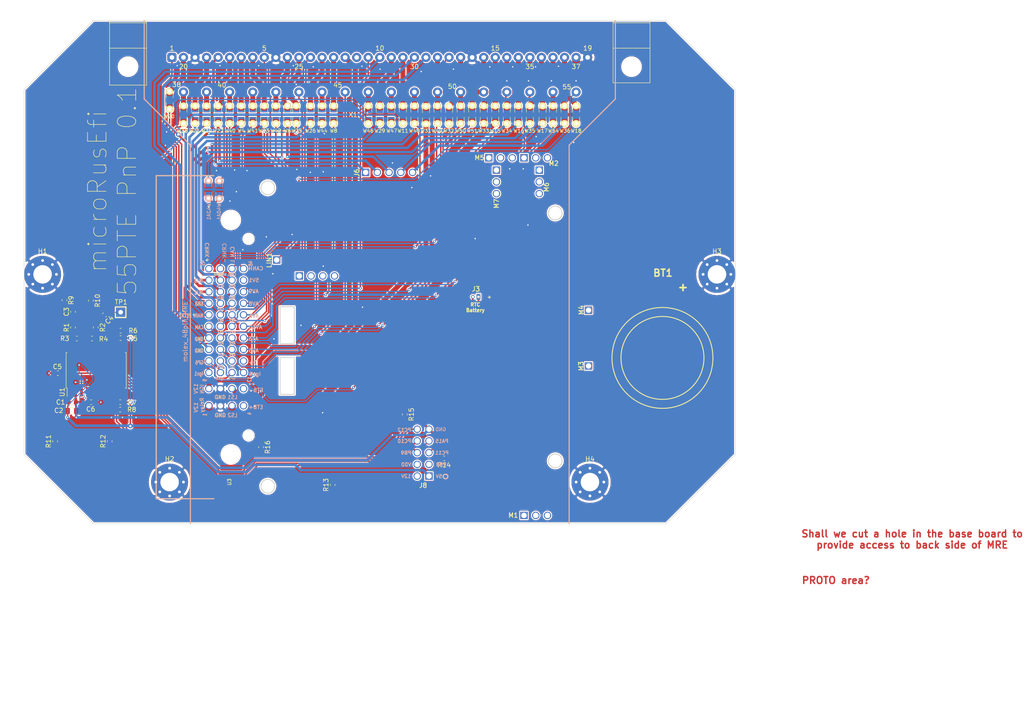
<source format=kicad_pcb>
(kicad_pcb (version 20171130) (host pcbnew "(5.1.5)-3")
  (title_block (title "55 pin TE") (date 2020-04-25) (rev R0.1) (company rusEFI))
  (layers (0 F.Cu signal) (31 B.Cu signal) (34 B.Paste user) (35 F.Paste user) (36 B.SilkS user) (37 F.SilkS user) (38 B.Mask user) (39 F.Mask user) (44 Edge.Cuts user))
  (net 0 "")
  (net 1 GND)
  (net 2 /VBAT)
  (net 3 /MIL)
  (net 4 /HI2_UNUSED)
  (net 5 /HI4_UNUSED)
  (net 6 /12_IGN_KEY)
  (net 7 /12_MAIN_RELAY)
  (net 8 /INJ3)
  (net 9 /INJ4)
  (net 10 /INJ1)
  (net 11 /INJ2)
  (net 12 /5V_SENS2)
  (net 13 /FUEL_RELAY)
  (net 14 /TPS)
  (net 15 /IAT)
  (net 16 /CLT)
  (net 17 /TACH)
  (net 18 /COIL1)
  (net 19 /COIL2)
  (net 20 "Net-(W16-Pad1)")
  (net 21 "Net-(W23-Pad1)")
  (net 22 "Net-(W34-Pad1)")
  (net 23 "Net-(W35-Pad1)")
  (net 24 /CRANK_p)
  (net 25 /CRANK_n)
  (net 26 /IDLE_STEP_D)
  (net 27 /IDLE_STEP_C)
  (net 28 /IDLE_STEP_B)
  (net 29 /IDLE_STEP_A)
  (net 30 /AFR_NARROW)
  (net 31 /CAM_HALL)
  (net 32 /MAF)
  (net 33 /ECO_OUT)
  (net 34 /AC_REQUEST)
  (net 35 /AC_RELAY)
  (net 36 /FAN_RELAY)
  (net 37 "Net-(W4-Pad1)")
  (net 38 "Net-(W6-Pad1)")
  (net 39 "Net-(W8-Pad1)")
  (net 40 "Net-(W11-Pad1)")
  (net 41 "Net-(W15-Pad1)")
  (net 42 "Net-(W17-Pad1)")
  (net 43 "Net-(W18-Pad1)")
  (net 44 "Net-(W18-Pad2)")
  (net 45 "Net-(W20-Pad1)")
  (net 46 "Net-(W21-Pad1)")
  (net 47 "Net-(W22-Pad1)")
  (net 48 "Net-(W25-Pad1)")
  (net 49 "Net-(W26-Pad1)")
  (net 50 "Net-(W29-Pad1)")
  (net 51 "Net-(W31-Pad1)")
  (net 52 "Net-(W32-Pad1)")
  (net 53 "Net-(W32-Pad2)")
  (net 54 "Net-(W33-Pad1)")
  (net 55 "Net-(W36-Pad1)")
  (net 56 "Net-(W38-Pad1)")
  (net 57 "Net-(W39-Pad1)")
  (net 58 "Net-(W40-Pad1)")
  (net 59 "Net-(W41-Pad1)")
  (net 60 "Net-(W42-Pad1)")
  (net 61 "Net-(W44-Pad1)")
  (net 62 "Net-(W46-Pad1)")
  (net 63 "Net-(W47-Pad1)")
  (net 64 "Net-(W47-Pad2)")
  (net 65 "Net-(W48-Pad1)")
  (net 66 "Net-(W49-Pad1)")
  (net 67 "Net-(W50-Pad1)")
  (net 68 "Net-(W51-Pad1)")
  (net 69 "Net-(W54-Pad1)")
  (net 70 /LIN)
  (net 71 /STEERING_REQ)
  (net 72 /EGR_POS)
  (net 73 /AFR_HEATER)
  (net 74 /EGR_VALVE)
  (net 75 /VAR_INTAKE)
  (net 76 /RESERVED_AIN0)
  (net 77 /RESERVED_AIN1)
  (net 78 /RESERVED_HI_CUR)
  (net 79 /CAN_L)
  (net 80 /CAN_H)
  (net 81 /L_LINE)
  (net 82 /RESERVED_AIN2)
  (net 83 /GND_SENS_2)
  (net 84 /GND_SENS_1)
  (net 85 /MAIN_RELAY_CONTROL)
  (net 86 "Net-(BT1-Pad2)")
  (net 87 /ABSORBER_VALVE)
  (net 88 /PC10_SPI3SCK)
  (net 89 /PC12_SPI3MOSI)
  (net 90 /PC11_SPI3MISO)
  (net 91 /PA15_SPI3CS)
  (net 92 /MRE_5V)
  (net 93 /KNOCK_IN)
  (net 94 "Net-(C3-Pad1)")
  (net 95 "Net-(C4-Pad2)")
  (net 96 "Net-(C5-Pad1)")
  (net 97 "Net-(C6-Pad1)")
  (net 98 "Net-(R1-Pad1)")
  (net 99 "Net-(R2-Pad1)")
  (net 100 "Net-(R3-Pad1)")
  (net 101 "Net-(R4-Pad1)")
  (net 102 /PB9)
  (net 103 "Net-(C4-Pad1)")
  (net 104 /MRE_GND)
  (module Resistor_SMD:R_0603_1608Metric (layer F.Cu) (at 74.295 132.4355 270)
    (fp_text reference R16 (at 0 -1.43 90) (layer F.SilkS))
    (fp_text value DNP)
    (pad 2 smd roundrect (at 0.7875 0 270) (size 0.875 0.95) (layers F.Cu F.Paste F.Mask) (net 104 /MRE_GND))
    (pad 1 smd roundrect (at -0.7875 0 270) (size 0.875 0.95) (layers F.Cu F.Paste F.Mask) (net 1 GND))
  )
  (module Resistor_SMD:R_0603_1608Metric (layer F.Cu) (at 105.41 125.349 270)
    (fp_text reference R15 (at 0 -1.43 90) (layer F.SilkS))
    (fp_text value DNP)
    (pad 2 smd roundrect (at 0.7875 0 270) (size 0.875 0.95) (layers F.Cu F.Paste F.Mask) (net 104 /MRE_GND))
    (pad 1 smd roundrect (at -0.7875 0 270) (size 0.875 0.95) (layers F.Cu F.Paste F.Mask) (net 1 GND))
  )
  (module Resistor_SMD:R_0603_1608Metric (layer F.Cu) (at 113.9445 134.874 180)
    (fp_text reference R14 (at 0 -1.43) (layer F.SilkS))
    (fp_text value DNP)
    (pad 2 smd roundrect (at 0.7875 0 180) (size 0.875 0.95) (layers F.Cu F.Paste F.Mask) (net 104 /MRE_GND))
    (pad 1 smd roundrect (at -0.7875 0 180) (size 0.875 0.95) (layers F.Cu F.Paste F.Mask) (net 1 GND))
  )
  (module Resistor_SMD:R_0603_1608Metric (layer F.Cu) (at 89.789 140.6145 90)
    (fp_text reference R13 (at 0 -1.43 90) (layer F.SilkS))
    (fp_text value DNP)
    (pad 2 smd roundrect (at 0.7875 0 90) (size 0.875 0.95) (layers F.Cu F.Paste F.Mask) (net 104 /MRE_GND))
    (pad 1 smd roundrect (at -0.7875 0 90) (size 0.875 0.95) (layers F.Cu F.Paste F.Mask) (net 1 GND))
  )
  (module Resistor_SMD:R_0603_1608Metric (layer F.Cu) (at 41.529 131.1655 90)
    (fp_text reference R12 (at 0 -1.43 90) (layer F.SilkS))
    (fp_text value DNP)
    (pad 2 smd roundrect (at 0.7875 0 90) (size 0.875 0.95) (layers F.Cu F.Paste F.Mask) (net 104 /MRE_GND))
    (pad 1 smd roundrect (at -0.7875 0 90) (size 0.875 0.95) (layers F.Cu F.Paste F.Mask) (net 1 GND))
  )
  (module Resistor_SMD:R_0603_1608Metric (layer F.Cu) (at 29.718 131.1655 90)
    (fp_text reference R11 (at 0 -1.43 90) (layer F.SilkS))
    (fp_text value DNP)
    (pad 2 smd roundrect (at 0.7875 0 90) (size 0.875 0.95) (layers F.Cu F.Paste F.Mask) (net 104 /MRE_GND))
    (pad 1 smd roundrect (at -0.7875 0 90) (size 0.875 0.95) (layers F.Cu F.Paste F.Mask) (net 1 GND))
  )
  (module Resistor_SMD:R_0603_1608Metric (layer F.Cu) (at 37.465 100.6855 270)
    (fp_text reference R10 (at 0 -1.43 90) (layer F.SilkS))
    (fp_text value DNP)
    (pad 2 smd roundrect (at 0.7875 0 270) (size 0.875 0.95) (layers F.Cu F.Paste F.Mask) (net 104 /MRE_GND))
    (pad 1 smd roundrect (at -0.7875 0 270) (size 0.875 0.95) (layers F.Cu F.Paste F.Mask) (net 1 GND))
  )
  (module Resistor_SMD:R_0603_1608Metric (layer F.Cu) (at 31.75 100.6095 270)
    (fp_text reference R9 (at 0 -1.43 90) (layer F.SilkS))
    (fp_text value DNP)
    (pad 2 smd roundrect (at 0.7875 0 270) (size 0.875 0.95) (layers F.Cu F.Paste F.Mask) (net 104 /MRE_GND))
    (pad 1 smd roundrect (at -0.7875 0 270) (size 0.875 0.95) (layers F.Cu F.Paste F.Mask) (net 1 GND))
  )
  (module rusEFI_Modules:Molex_48_MRE (layer F.Cu) (at 63 123.5 90)
    (fp_text reference U3 (at -16.4846 4.445 90) (layer F.SilkS) (effects (font (size 0.75 0.75) (thickness 0.13))))
    (fp_text value molex_48pin_MRE (at 16.1036 -5.1308 90) (layer B.SilkS))
    (fp_text user "12V\nRelay" (at -1.524 -2.1336 90) (layer B.SilkS) (effects (font (size 0.8 0.8) (thickness 0.13)) (justify right mirror)))
    (fp_text user PC11 (at -10.16 50.4444 180) (layer B.SilkS) (effects (font (size 0.75 0.75) (thickness 0.13)) (justify mirror)))
    (fp_text user PB8 (at -12.7 50.3174 180) (layer B.SilkS) (effects (font (size 0.75 0.75) (thickness 0.13)) (justify mirror)))
    (fp_text user 12V (at -15.24 42.6974 180) (layer B.SilkS) (effects (font (size 0.75 0.75) (thickness 0.13)) (justify mirror)))
    (fp_text user PA15 (at -7.62 50.4444 180) (layer B.SilkS) (effects (font (size 0.75 0.75) (thickness 0.13)) (justify mirror)))
    (fp_text user PC12 (at -5.207 42.3164 180) (layer B.SilkS) (effects (font (size 0.75 0.75) (thickness 0.13)) (justify mirror)))
    (fp_text user PC10 (at -7.62 42.3164 180) (layer B.SilkS) (effects (font (size 0.75 0.75) (thickness 0.13)) (justify mirror)))
    (fp_text user PB9 (at -10.16 42.6974 180) (layer B.SilkS) (effects (font (size 0.75 0.75) (thickness 0.13)) (justify mirror)))
    (fp_text user VDD (at -12.7 42.6974 180) (layer B.SilkS) (effects (font (size 0.75 0.75) (thickness 0.13)) (justify mirror)))
    (fp_text user "RTC\nBattery\n" (at 21.336 57.6834) (layer F.SilkS) (effects (font (size 0.762 0.762) (thickness 0.1524))))
    (fp_text user ETB+ (at -0.254 10.1854) (layer B.SilkS) (effects (font (size 0.8 0.8) (thickness 0.13)) (justify mirror)))
    (fp_text user + (at 23.5585 60.6679 90) (layer F.SilkS) (effects (font (size 0.75 0.75) (thickness 0.13))))
    (fp_text user CANH (at 29.7815 8.507695) (layer B.SilkS) (effects (font (size 0.8 0.8) (thickness 0.13)) (justify right mirror)))
    (fp_text user CRNK- (at 28.5115 2.4511) (layer B.SilkS) (effects (font (size 0.508 0.508) (thickness 0.1016)) (justify mirror)))
    (fp_text user GND (at -2.032 2.4604) (layer B.SilkS) (effects (font (size 0.8 0.8) (thickness 0.13)) (justify mirror)))
    (fp_text user 5V (at -15.24 49.8094 180) (layer B.SilkS) (effects (font (size 0.75 0.75) (thickness 0.13)) (justify mirror)))
    (fp_text user M3 (at 8.6106 80.5942 90) (layer F.SilkS))
    (fp_text user M4 (at 20.7772 80.6196 90) (layer F.SilkS))
    (fp_text user AV7 (at 18.542 2.5654) (layer B.SilkS) (effects (font (size 0.508 0.508) (thickness 0.1016)) (justify mirror)))
    (fp_text user M7 (at 43.815 62.2554 90) (layer F.SilkS))
    (fp_text user AT4 (at 13.589 2.5654) (layer B.SilkS) (effects (font (size 0.508 0.508) (thickness 0.1016)) (justify mirror)))
    (fp_text user GND (at 14.478 -1.1131) (layer F.SilkS) (effects (font (size 0.8 0.6) (thickness 0.13)) (justify right)))
    (fp_text user LS2 (at -2.032 5.1274) (layer B.SilkS) (effects (font (size 0.8 0.8) (thickness 0.13)) (justify mirror)))
    (fp_text user GP5 (at 8.509 2.4384) (layer B.SilkS) (effects (font (size 0.508 0.508) (thickness 0.1016)) (justify mirror)))
    (fp_text user J3 (at 25.3238 57.8104) (layer F.SilkS))
    (fp_text user 12 (at 5.715 8.7884 90) (layer B.SilkS) (effects (font (size 0.8 0.6) (thickness 0.13)) (justify mirror)))
    (fp_text user 9 (at 5.588 -0.8636 90) (layer B.SilkS) (effects (font (size 0.8 0.6) (thickness 0.13)) (justify mirror)))
    (fp_text user M1 (at -23.6982 65.8876) (layer F.SilkS))
    (fp_text user "CAN L" (at 32.766 5.1274 90) (layer B.SilkS) (effects (font (size 0.8 0.8) (thickness 0.13)) (justify mirror)))
    (fp_text user AV6 (at 19.4945 8.558495) (layer B.SilkS) (effects (font (size 0.8 0.8) (thickness 0.13)) (justify right mirror)))
    (fp_text user GND (at 11.953 -1.1131) (layer F.SilkS) (effects (font (size 0.8 0.6) (thickness 0.13)) (justify right)))
    (fp_text user LIN1 (at 31.5468 13.0556 90) (layer F.SilkS))
    (fp_text user J8 (at -17.2212 46.3804) (layer F.SilkS))
    (fp_text user INJ1 (at 24.526 -1.1131) (layer B.SilkS) (effects (font (size 0.8 0.6) (thickness 0.13)) (justify left mirror)))
    (fp_text user 4 (at -1.651 8.7884 90) (layer B.SilkS) (effects (font (size 0.8 0.6) (thickness 0.13)) (justify mirror)))
    (fp_text user Ign2 (at 5.969 2.4384) (layer B.SilkS) (effects (font (size 0.508 0.508) (thickness 0.1016)) (justify mirror)))
    (fp_text user CRNK- (at 28.5115 2.4511) (layer F.SilkS) (effects (font (size 0.508 0.508) (thickness 0.1016))))
    (fp_text user 5V2 (at 23.4315 5.0419) (layer B.SilkS) (effects (font (size 0.508 0.508) (thickness 0.1016)) (justify mirror)))
    (fp_text user GP3 (at 22.098 -1.1131) (layer B.SilkS) (effects (font (size 0.8 0.6) (thickness 0.13)) (justify left mirror)))
    (fp_text user GND (at 1.8796 2.4384) (layer F.SilkS) (effects (font (size 0.8 0.8) (thickness 0.127))))
    (fp_text user GP6 (at 9.398 -1.1131) (layer B.SilkS) (effects (font (size 0.8 0.6) (thickness 0.13)) (justify left mirror)))
    (fp_text user GND (at -2.032 2.4604) (layer F.SilkS) (effects (font (size 0.8 0.8) (thickness 0.13))))
    (fp_text user 1 (at -1.905 -0.8636 90) (layer B.SilkS) (effects (font (size 0.8 0.6) (thickness 0.13)) (justify mirror)))
    (fp_text user ETB- (at 3.429 8.558495) (layer B.SilkS) (effects (font (size 0.8 0.8) (thickness 0.13)) (justify right mirror)))
    (fp_text user INJ2 (at 23.4315 2.5019) (layer B.SilkS) (effects (font (size 0.508 0.508) (thickness 0.1016)) (justify mirror)))
    (fp_text user AV3 (at 18.542 5.1054) (layer B.SilkS) (effects (font (size 0.508 0.508) (thickness 0.1016)) (justify mirror)))
    (fp_text user AT2 (at 13.589 5.1054) (layer B.SilkS) (effects (font (size 0.508 0.508) (thickness 0.1016)) (justify mirror)))
    (fp_text user INJ4 (at 25.9715 2.5019) (layer B.SilkS) (effects (font (size 0.508 0.508) (thickness 0.1016)) (justify mirror)))
    (fp_text user Ign1 (at 6.985 -1.1131) (layer B.SilkS) (effects (font (size 0.8 0.6) (thickness 0.13)) (justify left mirror)))
    (fp_text user AV8 (at 22.1615 8.558495) (layer B.SilkS) (effects (font (size 0.8 0.8) (thickness 0.13)) (justify right mirror)))
    (fp_text user CAM (at 17.033 -1.1131) (layer B.SilkS) (effects (font (size 0.8 0.6) (thickness 0.13)) (justify left mirror)))
    (fp_text user GP3 (at 22.098 -1.1131) (layer F.SilkS) (effects (font (size 0.8 0.6) (thickness 0.13)) (justify right)))
    (fp_text user D+ (at 9.3895 8.558495) (layer B.SilkS) (effects (font (size 0.8 0.8) (thickness 0.13)) (justify right mirror)))
    (fp_text user M2 (at 52.5272 74.6506) (layer F.SilkS))
    (fp_text user GP4 (at 25.9715 5.0419) (layer B.SilkS) (effects (font (size 0.508 0.508) (thickness 0.1016)) (justify mirror)))
    (fp_text user "12V\nIGN" (at 2.54 -2.1336 90) (layer B.SilkS) (effects (font (size 0.8 0.8) (thickness 0.13)) (justify right mirror)))
    (fp_text user 48 (at 30.861 9.0424 90) (layer B.SilkS) (effects (font (size 0.8 0.6) (thickness 0.13)) (justify mirror)))
    (fp_text user CRNK+ (at 33.274 -0.3556 90) (layer B.SilkS) (effects (font (size 0.8 0.8) (thickness 0.13)) (justify mirror)))
    (fp_text user CANL (at 28.5115 4.9911) (layer B.SilkS) (effects (font (size 0.508 0.508) (thickness 0.1016)) (justify mirror)))
    (fp_text user AV5 (at 12.0015 8.558495) (layer B.SilkS) (effects (font (size 0.8 0.8) (thickness 0.13)) (justify right mirror)))
    (fp_text user GP1 (at 20.8915 5.1054) (layer B.SilkS) (effects (font (size 0.508 0.508) (thickness 0.1016)) (justify mirror)))
    (fp_text user "MAIN RELAY" (at 19.558 -1.1131) (layer B.SilkS) (effects (font (size 0.8 0.6) (thickness 0.13)) (justify left mirror)))
    (fp_text user AV1 (at 16.002 5.1054) (layer B.SilkS) (effects (font (size 0.508 0.508) (thickness 0.1016)) (justify mirror)))
    (fp_text user AV4 (at 11.049 5.1054) (layer B.SilkS) (effects (font (size 0.508 0.508) (thickness 0.1016)) (justify mirror)))
    (fp_text user AV9 (at 24.8285 8.558495) (layer B.SilkS) (effects (font (size 0.8 0.8) (thickness 0.13)) (justify right mirror)))
    (fp_text user Ign4 (at 6.9215 8.558495) (layer B.SilkS) (effects (font (size 0.8 0.8) (thickness 0.13)) (justify right mirror)))
    (fp_text user AV10 (at 17.0815 8.558495) (layer B.SilkS) (effects (font (size 0.8 0.8) (thickness 0.13)) (justify right mirror)))
    (fp_text user M5 (at 53.7718 58.5724) (layer F.SilkS))
    (fp_text user LS1 (at 1.8796 5.1054) (layer B.SilkS) (effects (font (size 0.8 0.8) (thickness 0.127)) (justify mirror)))
    (fp_text user INJ3 (at 27.126 -1.1131) (layer B.SilkS) (effects (font (size 0.8 0.6) (thickness 0.13)) (justify left mirror)))
    (fp_text user D- (at 8.509 4.9784) (layer B.SilkS) (effects (font (size 0.508 0.508) (thickness 0.1016)) (justify mirror)))
    (fp_text user AV2 (at 16.002 2.5654) (layer B.SilkS) (effects (font (size 0.508 0.508) (thickness 0.1016)) (justify mirror)))
    (fp_text user J6 (at 50.4952 32.0294 90) (layer F.SilkS))
    (fp_text user GP2 (at 20.8915 2.5654) (layer B.SilkS) (effects (font (size 0.508 0.508) (thickness 0.1016)) (justify mirror)))
    (fp_text user 5V1 (at 27.2415 8.558495) (layer B.SilkS) (effects (font (size 0.8 0.8) (thickness 0.13)) (justify right mirror)))
    (fp_text user M6 (at 47.3964 73.0758 90) (layer F.SilkS))
    (fp_text user AT1 (at 11.049 2.5654) (layer B.SilkS) (effects (font (size 0.508 0.508) (thickness 0.1016)) (justify mirror)))
    (fp_text user 45 (at 30.988 -1.2446 90) (layer B.SilkS) (effects (font (size 0.8 0.6) (thickness 0.13)) (justify mirror)))
    (fp_text user AT3 (at 14.5415 8.558495) (layer B.SilkS) (effects (font (size 0.8 0.8) (thickness 0.13)) (justify right mirror)))
    (fp_text user GND (at -5.08 50.1904 180) (layer B.SilkS) (effects (font (size 0.75 0.75) (thickness 0.13)) (justify mirror)))
    (fp_text user 5V (at -15.24 49.8094 180) (layer B.SilkS) (effects (font (size 0.75 0.75) (thickness 0.13)) (justify mirror)))
    (fp_text user PC11 (at -10.16 50.4444 180) (layer B.SilkS) (effects (font (size 0.75 0.75) (thickness 0.13)) (justify mirror)))
    (fp_text user PB8 (at -12.7 50.3174 180) (layer B.SilkS) (effects (font (size 0.75 0.75) (thickness 0.13)) (justify mirror)))
    (fp_text user PA15 (at -7.62 50.4444 180) (layer B.SilkS) (effects (font (size 0.75 0.75) (thickness 0.13)) (justify mirror)))
    (fp_text user PC12 (at -5.207 42.3164 180) (layer B.SilkS) (effects (font (size 0.75 0.75) (thickness 0.13)) (justify mirror)))
    (fp_text user PC10 (at -7.62 42.3164 180) (layer B.SilkS) (effects (font (size 0.75 0.75) (thickness 0.13)) (justify mirror)))
    (fp_text user PB9 (at -10.16 42.6974 180) (layer B.SilkS) (effects (font (size 0.75 0.75) (thickness 0.13)) (justify mirror)))
    (fp_text user VDD (at -12.7 42.6974 180) (layer B.SilkS) (effects (font (size 0.75 0.75) (thickness 0.13)) (justify mirror)))
    (fp_text user 12V (at -15.24 42.6974 180) (layer B.SilkS) (effects (font (size 0.75 0.75) (thickness 0.13)) (justify mirror)))
    (fp_text user + (at 23.5585 60.6679 90) (layer F.SilkS) (effects (font (size 0.75 0.75) (thickness 0.13))))
    (fp_text user "RTC\nBattery\n" (at 21.336 57.6834) (layer F.SilkS) (effects (font (size 0.762 0.762) (thickness 0.1524))))
    (fp_text user ETB+ (at -0.254 10.1854) (layer B.SilkS) (effects (font (size 0.8 0.8) (thickness 0.13)) (justify mirror)))
    (fp_text user CRNK- (at 33.147 3.3909 90) (layer B.SilkS) (effects (font (size 0.8 0.8) (thickness 0.13)) (justify mirror)))
    (fp_text user CANH (at 29.7815 8.507695) (layer B.SilkS) (effects (font (size 0.8 0.8) (thickness 0.13)) (justify right mirror)))
    (fp_text user CRNK- (at 28.5115 2.4511) (layer B.SilkS) (effects (font (size 0.508 0.508) (thickness 0.1016)) (justify mirror)))
    (fp_text user CANL (at 28.5115 4.9911) (layer B.SilkS) (effects (font (size 0.508 0.508) (thickness 0.1016)) (justify mirror)))
    (fp_text user AV5 (at 12.0015 8.558495) (layer B.SilkS) (effects (font (size 0.8 0.8) (thickness 0.13)) (justify right mirror)))
    (fp_text user GP4 (at 25.9715 5.0419) (layer B.SilkS) (effects (font (size 0.508 0.508) (thickness 0.1016)) (justify mirror)))
    (fp_text user 5V2 (at 23.4315 5.0419) (layer B.SilkS) (effects (font (size 0.508 0.508) (thickness 0.1016)) (justify mirror)))
    (fp_text user GP1 (at 20.8915 5.1054) (layer B.SilkS) (effects (font (size 0.508 0.508) (thickness 0.1016)) (justify mirror)))
    (fp_text user AV3 (at 18.542 5.1054) (layer B.SilkS) (effects (font (size 0.508 0.508) (thickness 0.1016)) (justify mirror)))
    (fp_text user AV1 (at 16.002 5.1054) (layer B.SilkS) (effects (font (size 0.508 0.508) (thickness 0.1016)) (justify mirror)))
    (fp_text user AT2 (at 13.589 5.1054) (layer B.SilkS) (effects (font (size 0.508 0.508) (thickness 0.1016)) (justify mirror)))
    (fp_text user AV4 (at 11.049 5.1054) (layer B.SilkS) (effects (font (size 0.508 0.508) (thickness 0.1016)) (justify mirror)))
    (fp_text user LS1 (at 1.8796 5.1054) (layer B.SilkS) (effects (font (size 0.8 0.8) (thickness 0.127)) (justify mirror)))
    (fp_text user D- (at 8.509 4.9784) (layer B.SilkS) (effects (font (size 0.508 0.508) (thickness 0.1016)) (justify mirror)))
    (fp_text user GP3 (at 5.969 4.9784) (layer B.SilkS) (effects (font (size 0.508 0.508) (thickness 0.1016)) (justify mirror)))
    (fp_text user INJ4 (at 25.9715 2.5019) (layer B.SilkS) (effects (font (size 0.508 0.508) (thickness 0.1016)) (justify mirror)))
    (fp_text user INJ2 (at 23.4315 2.5019) (layer B.SilkS) (effects (font (size 0.508 0.508) (thickness 0.1016)) (justify mirror)))
    (fp_text user GP2 (at 20.8915 2.5654) (layer B.SilkS) (effects (font (size 0.508 0.508) (thickness 0.1016)) (justify mirror)))
    (fp_text user AV7 (at 18.542 2.5654) (layer B.SilkS) (effects (font (size 0.508 0.508) (thickness 0.1016)) (justify mirror)))
    (fp_text user AV2 (at 16.002 2.5654) (layer B.SilkS) (effects (font (size 0.508 0.508) (thickness 0.1016)) (justify mirror)))
    (fp_text user AT4 (at 13.589 2.5654) (layer B.SilkS) (effects (font (size 0.508 0.508) (thickness 0.1016)) (justify mirror)))
    (fp_text user AT1 (at 11.049 2.5654) (layer B.SilkS) (effects (font (size 0.508 0.508) (thickness 0.1016)) (justify mirror)))
    (fp_text user GND (at 1.8796 2.4384) (layer B.SilkS) (effects (font (size 0.8 0.8) (thickness 0.127)) (justify mirror)))
    (fp_text user GP5 (at 8.509 2.4384) (layer B.SilkS) (effects (font (size 0.508 0.508) (thickness 0.1016)) (justify mirror)))
    (fp_text user Ign2 (at 5.969 2.4384) (layer B.SilkS) (effects (font (size 0.508 0.508) (thickness 0.1016)) (justify mirror)))
    (fp_text user 12 (at 5.715 8.7884 90) (layer B.SilkS) (effects (font (size 0.8 0.6) (thickness 0.13)) (justify mirror)))
    (fp_text user 9 (at 5.588 -0.8636 90) (layer B.SilkS) (effects (font (size 0.8 0.6) (thickness 0.13)) (justify mirror)))
    (fp_text user 48 (at 30.861 9.0424 90) (layer B.SilkS) (effects (font (size 0.8 0.6) (thickness 0.13)) (justify mirror)))
    (fp_text user 45 (at 30.988 -1.2446 90) (layer B.SilkS) (effects (font (size 0.8 0.6) (thickness 0.13)) (justify mirror)))
    (fp_text user 4 (at -1.651 8.7884 90) (layer B.SilkS) (effects (font (size 0.8 0.6) (thickness 0.13)) (justify mirror)))
    (fp_text user 1 (at -1.905 -0.8636 90) (layer B.SilkS) (effects (font (size 0.8 0.6) (thickness 0.13)) (justify mirror)))
    (fp_text user Ign1 (at 6.985 -1.1131) (layer B.SilkS) (effects (font (size 0.8 0.6) (thickness 0.13)) (justify left mirror)))
    (fp_text user GP6 (at 9.398 -1.1131) (layer B.SilkS) (effects (font (size 0.8 0.6) (thickness 0.13)) (justify left mirror)))
    (fp_text user GND (at 11.953 -1.1131) (layer B.SilkS) (effects (font (size 0.8 0.6) (thickness 0.13)) (justify left mirror)))
    (fp_text user GND (at 14.478 -1.1131) (layer B.SilkS) (effects (font (size 0.8 0.6) (thickness 0.13)) (justify left mirror)))
    (fp_text user CAM (at 17.033 -1.1131) (layer B.SilkS) (effects (font (size 0.8 0.6) (thickness 0.13)) (justify left mirror)))
    (fp_text user "MAIN RELAY" (at 19.558 -1.1131) (layer B.SilkS) (effects (font (size 0.8 0.6) (thickness 0.13)) (justify left mirror)))
    (fp_text user GP3 (at 22.098 -1.1131) (layer B.SilkS) (effects (font (size 0.8 0.6) (thickness 0.13)) (justify left mirror)))
    (fp_text user AV6 (at 19.4945 8.558495) (layer B.SilkS) (effects (font (size 0.8 0.8) (thickness 0.13)) (justify right mirror)))
    (fp_text user AV8 (at 22.1615 8.558495) (layer B.SilkS) (effects (font (size 0.8 0.8) (thickness 0.13)) (justify right mirror)))
    (fp_text user AV9 (at 24.8285 8.558495) (layer B.SilkS) (effects (font (size 0.8 0.8) (thickness 0.13)) (justify right mirror)))
    (fp_text user AT3 (at 14.5415 8.558495) (layer B.SilkS) (effects (font (size 0.8 0.8) (thickness 0.13)) (justify right mirror)))
    (fp_text user Ign4 (at 6.9215 8.558495) (layer B.SilkS) (effects (font (size 0.8 0.8) (thickness 0.13)) (justify right mirror)))
    (fp_text user LS2 (at -2.032 5.1274) (layer B.SilkS) (effects (font (size 0.8 0.8) (thickness 0.13)) (justify mirror)))
    (fp_text user INJ3 (at 27.126 -1.1131) (layer B.SilkS) (effects (font (size 0.8 0.6) (thickness 0.13)) (justify left mirror)))
    (fp_text user INJ1 (at 24.526 -1.1131) (layer B.SilkS) (effects (font (size 0.8 0.6) (thickness 0.13)) (justify left mirror)))
    (fp_text user ETB- (at 3.429 8.558495) (layer B.SilkS) (effects (font (size 0.8 0.8) (thickness 0.13)) (justify right mirror)))
    (fp_text user D+ (at 9.3895 8.558495) (layer B.SilkS) (effects (font (size 0.8 0.8) (thickness 0.13)) (justify right mirror)))
    (fp_text user AV10 (at 17.0815 8.558495) (layer B.SilkS) (effects (font (size 0.8 0.8) (thickness 0.13)) (justify right mirror)))
    (fp_text user 5V1 (at 27.2415 8.558495) (layer B.SilkS) (effects (font (size 0.8 0.8) (thickness 0.13)) (justify right mirror)))
    (fp_text user "CAN L" (at 32.766 5.1274 90) (layer B.SilkS) (effects (font (size 0.8 0.8) (thickness 0.13)) (justify mirror)))
    (fp_text user CRNK+ (at 33.274 -0.3556 90) (layer B.SilkS) (effects (font (size 0.8 0.8) (thickness 0.13)) (justify mirror)))
    (fp_text user GND (at -2.032 2.4604) (layer B.SilkS) (effects (font (size 0.8 0.8) (thickness 0.13)) (justify mirror)))
    (fp_text user "12V\nIGN" (at 2.54 -2.1336 90) (layer B.SilkS) (effects (font (size 0.8 0.8) (thickness 0.13)) (justify right mirror)))
    (fp_text user "12V\nRelay" (at -1.524 -2.1336 90) (layer B.SilkS) (effects (font (size 0.8 0.8) (thickness 0.13)) (justify right mirror)))
    (fp_text user M1 (at -23.6982 65.8876) (layer F.SilkS))
    (fp_text user M2 (at 52.5272 74.6506) (layer F.SilkS))
    (fp_text user M5 (at 53.7718 58.5724) (layer F.SilkS))
    (fp_text user M7 (at 43.815 62.2554 90) (layer F.SilkS))
    (fp_text user M6 (at 47.3964 73.0758 90) (layer F.SilkS))
    (fp_text user M4 (at 20.7772 80.6196 90) (layer F.SilkS))
    (fp_text user M3 (at 8.6106 80.5942 90) (layer F.SilkS))
    (fp_text user J8 (at -17.2212 46.3804) (layer F.SilkS))
    (fp_text user LIN1 (at 31.5468 13.0556 90) (layer F.SilkS))
    (fp_text user J6 (at 50.4952 32.0294 90) (layer F.SilkS))
    (fp_text user J3 (at 25.3238 57.8104) (layer F.SilkS))
    (pad 45 thru_hole circle (at 29.7392 0.0026) (size 1.6 1.6) (drill 1.15) (layers *.Cu *.Mask) (net 24 /CRANK_p))
    (pad 46 thru_hole circle (at 29.7392 2.5026) (size 1.6 1.6) (drill 1.15) (layers *.Cu *.Mask) (net 25 /CRANK_n))
    (pad 47 thru_hole circle (at 29.7392 5.0026) (size 1.6 1.6) (drill 1.15) (layers *.Cu *.Mask) (net 79 /CAN_L))
    (pad 48 thru_hole circle (at 29.7392 7.5026) (size 1.6 1.6) (drill 1.15) (layers *.Cu *.Mask) (net 80 /CAN_H))
    (pad 41 thru_hole circle (at 27.2392 0.0026) (size 1.6 1.6) (drill 1.15) (layers *.Cu *.Mask) (net 8 /INJ3))
    (pad 42 thru_hole circle (at 27.2392 2.5026) (size 1.6 1.6) (drill 1.15) (layers *.Cu *.Mask) (net 9 /INJ4))
    (pad 43 thru_hole circle (at 27.2392 5.0026) (size 1.6 1.6) (drill 1.15) (layers *.Cu *.Mask) (net 26 /IDLE_STEP_D))
    (pad 44 thru_hole circle (at 27.2392 7.5026) (size 1.6 1.6) (drill 1.15) (layers *.Cu *.Mask))
    (pad 37 thru_hole circle (at 24.7392 0.0026) (size 1.6 1.6) (drill 1.15) (layers *.Cu *.Mask) (net 10 /INJ1))
    (pad 38 thru_hole circle (at 24.7392 2.5026) (size 1.6 1.6) (drill 1.15) (layers *.Cu *.Mask) (net 11 /INJ2))
    (pad 39 thru_hole circle (at 24.7392 5.0026) (size 1.6 1.6) (drill 1.15) (layers *.Cu *.Mask) (net 12 /5V_SENS2))
    (pad 40 thru_hole circle (at 24.7392 7.5026) (size 1.6 1.6) (drill 1.15) (layers *.Cu *.Mask) (net 76 /RESERVED_AIN0))
    (pad 33 thru_hole circle (at 22.2392 0.0026) (size 1.6 1.6) (drill 1.15) (layers *.Cu *.Mask) (net 27 /IDLE_STEP_C))
    (pad 34 thru_hole circle (at 22.2392 2.5026) (size 1.6 1.6) (drill 1.15) (layers *.Cu *.Mask) (net 28 /IDLE_STEP_B))
    (pad 35 thru_hole circle (at 22.2392 5.0026) (size 1.6 1.6) (drill 1.15) (layers *.Cu *.Mask) (net 29 /IDLE_STEP_A))
    (pad 36 thru_hole circle (at 22.2392 7.5026) (size 1.6 1.6) (drill 1.15) (layers *.Cu *.Mask) (net 34 /AC_REQUEST))
    (pad 29 thru_hole circle (at 19.7392 0.0026) (size 1.6 1.6) (drill 1.15) (layers *.Cu *.Mask) (net 85 /MAIN_RELAY_CONTROL))
    (pad 30 thru_hole circle (at 19.7392 2.5026) (size 1.6 1.6) (drill 1.15) (layers *.Cu *.Mask) (net 35 /AC_RELAY))
    (pad 31 thru_hole circle (at 19.7392 5.0026) (size 1.6 1.6) (drill 1.15) (layers *.Cu *.Mask) (net 87 /ABSORBER_VALVE))
    (pad 32 thru_hole circle (at 19.7392 7.5026) (size 1.6 1.6) (drill 1.15) (layers *.Cu *.Mask) (net 30 /AFR_NARROW))
    (pad 25 thru_hole circle (at 17.2392 0.0026) (size 1.6 1.6) (drill 1.15) (layers *.Cu *.Mask) (net 31 /CAM_HALL))
    (pad 26 thru_hole circle (at 17.2392 2.5026) (size 1.6 1.6) (drill 1.15) (layers *.Cu *.Mask) (net 14 /TPS))
    (pad 27 thru_hole circle (at 17.2392 5.0026) (size 1.6 1.6) (drill 1.15) (layers *.Cu *.Mask) (net 32 /MAF))
    (pad 28 thru_hole circle (at 17.2392 7.5026) (size 1.6 1.6) (drill 1.15) (layers *.Cu *.Mask) (net 81 /L_LINE))
    (pad 21 thru_hole circle (at 14.7392 0.0026) (size 1.6 1.6) (drill 1.15) (layers *.Cu *.Mask) (net 83 /GND_SENS_2))
    (pad 22 thru_hole circle (at 14.7392 2.5026) (size 1.6 1.6) (drill 1.15) (layers *.Cu *.Mask) (net 77 /RESERVED_AIN1))
    (pad 23 thru_hole circle (at 14.7392 5.0026) (size 1.6 1.6) (drill 1.15) (layers *.Cu *.Mask) (net 15 /IAT))
    (pad 24 thru_hole circle (at 14.7392 7.5026) (size 1.6 1.6) (drill 1.15) (layers *.Cu *.Mask) (net 82 /RESERVED_AIN2))
    (pad 17 thru_hole circle (at 12.2392 0.0026) (size 1.6 1.6) (drill 1.15) (layers *.Cu *.Mask) (net 84 /GND_SENS_1))
    (pad 18 thru_hole circle (at 12.2392 2.5026) (size 1.6 1.6) (drill 1.15) (layers *.Cu *.Mask) (net 16 /CLT))
    (pad 19 thru_hole circle (at 12.2392 5.0026) (size 1.6 1.6) (drill 1.15) (layers *.Cu *.Mask) (net 71 /STEERING_REQ))
    (pad 20 thru_hole circle (at 12.2392 7.5026) (size 1.6 1.6) (drill 1.15) (layers *.Cu *.Mask) (net 72 /EGR_POS))
    (pad 13 thru_hole circle (at 9.7392 0.0026) (size 1.6 1.6) (drill 1.15) (layers *.Cu *.Mask) (net 33 /ECO_OUT))
    (pad 14 thru_hole circle (at 9.7392 2.5026) (size 1.6 1.6) (drill 1.15) (layers *.Cu *.Mask) (net 17 /TACH))
    (pad 15 thru_hole circle (at 9.7392 5.0026) (size 1.6 1.6) (drill 1.15) (layers *.Cu *.Mask))
    (pad 16 thru_hole circle (at 9.7392 7.5026) (size 1.6 1.6) (drill 1.15) (layers *.Cu *.Mask))
    (pad 9 thru_hole circle (at 7.2392 0.0026) (size 1.6 1.6) (drill 1.15) (layers *.Cu *.Mask) (net 18 /COIL1))
    (pad 10 thru_hole circle (at 7.2392 2.5026) (size 1.6 1.6) (drill 1.15) (layers *.Cu *.Mask) (net 4 /HI2_UNUSED))
    (pad 11 thru_hole circle (at 7.2392 5.0026) (size 1.6 1.6) (drill 1.15) (layers *.Cu *.Mask) (net 19 /COIL2))
    (pad 12 thru_hole circle (at 7.2392 7.5026) (size 1.6 1.6) (drill 1.15) (layers *.Cu *.Mask) (net 5 /HI4_UNUSED))
    (pad 5 thru_hole circle (at 3.7392 0.0026) (size 1.6 1.6) (drill 1.15) (layers *.Cu *.Mask) (net 6 /12_IGN_KEY))
    (pad 6 thru_hole circle (at 3.7392 2.5026) (size 1.6 1.6) (drill 1.15) (layers *.Cu *.Mask) (net 1 GND))
    (pad 7 thru_hole circle (at 3.7392 5.0026) (size 1.6 1.6) (drill 1.15) (layers *.Cu *.Mask) (net 78 /RESERVED_HI_CUR))
    (pad 8 thru_hole circle (at 3.7392 7.5026) (size 1.6 1.6) (drill 1.15) (layers *.Cu *.Mask))
    (pad 1 thru_hole circle (at 0.0392 0.0026) (size 1.6 1.6) (drill 1.15) (layers *.Cu *.Mask) (net 7 /12_MAIN_RELAY))
    (pad 2 thru_hole circle (at 0.0392 2.5026) (size 1.6 1.6) (drill 1.15) (layers *.Cu *.Mask) (net 1 GND))
    (pad 3 thru_hole circle (at 0.0392 5.0026) (size 1.6 1.6) (drill 1.15) (layers *.Cu *.Mask) (net 73 /AFR_HEATER))
    (pad 4 thru_hole circle (at 0.0392 7.5026) (size 1.6 1.6) (drill 1.15) (layers *.Cu *.Mask))
    (pad "" thru_hole circle (at -10.5108 4.7526) (size 4 4) (drill 4) (layers *.Cu *.Mask F.SilkS))
    (pad "" thru_hole circle (at 40.2892 4.7526) (size 4 4) (drill 4) (layers *.Cu *.Mask F.SilkS))
    (pad "" thru_hole circle (at -6.4108 8.6026) (size 2.2 2.2) (drill 2.2) (layers *.Cu *.Mask F.SilkS))
    (pad "" thru_hole circle (at 36.1892 8.6026) (size 2.2 2.2) (drill 2.2) (layers *.Cu *.Mask F.SilkS))
    (pad M11 thru_hole rect (at -23.7236 68.2244) (size 1.6 1.6) (drill 1.15) (layers *.Cu *.Mask))
    (pad M12 thru_hole circle (at -23.7236 70.7644) (size 1.6 1.6) (drill 1.15) (layers *.Cu *.Mask))
    (pad M13 thru_hole circle (at -23.7236 73.3044) (size 1.6 1.6) (drill 1.15) (layers *.Cu *.Mask))
    (pad M3 thru_hole rect (at 8.6614 82.1944) (size 1.6 1.6) (drill 1.15) (layers *.Cu *.Mask))
    (pad M4 thru_hole rect (at 20.7264 82.1944) (size 1.6 1.6) (drill 1.15) (layers *.Cu *.Mask))
    (pad M21 thru_hole rect (at 53.7464 68.2244) (size 1.6 1.6) (drill 1.15) (layers *.Cu *.Mask))
    (pad M22 thru_hole circle (at 53.7464 70.7644) (size 1.6 1.6) (drill 1.15) (layers *.Cu *.Mask))
    (pad M23 thru_hole circle (at 53.7464 73.3044) (size 1.6 1.6) (drill 1.15) (layers *.Cu *.Mask))
    (pad M51 thru_hole rect (at 53.7464 60.6044) (size 1.6 1.6) (drill 1.15) (layers *.Cu *.Mask))
    (pad M52 thru_hole circle (at 53.7464 63.1444) (size 1.6 1.6) (drill 1.15) (layers *.Cu *.Mask))
    (pad M53 thru_hole circle (at 53.7464 65.6844) (size 1.6 1.6) (drill 1.15) (layers *.Cu *.Mask))
    (pad M61 thru_hole rect (at 51.0794 71.5264) (size 1.6 1.6) (drill 1.15) (layers *.Cu *.Mask))
    (pad M62 thru_hole circle (at 48.5394 71.5264) (size 1.6 1.6) (drill 1.15) (layers *.Cu *.Mask))
    (pad M63 thru_hole circle (at 45.9994 71.5264) (size 1.6 1.6) (drill 1.15) (layers *.Cu *.Mask))
    (pad M71 thru_hole rect (at 51.0794 62.2554) (size 1.6 1.6) (drill 1.15) (layers *.Cu *.Mask))
    (pad M72 thru_hole circle (at 48.5394 62.2554) (size 1.6 1.6) (drill 1.15) (layers *.Cu *.Mask))
    (pad M73 thru_hole circle (at 45.9994 62.2554) (size 1.6 1.6) (drill 1.15) (layers *.Cu *.Mask))
    (pad J61 thru_hole rect (at 50.59045 33.9344) (size 1.6 1.6) (drill 1.15) (layers *.Cu *.Mask) (net 13 /FUEL_RELAY))
    (pad J62 thru_hole circle (at 50.59045 36.4744) (size 1.6 1.6) (drill 1.15) (layers *.Cu *.Mask) (net 3 /MIL))
    (pad J63 thru_hole circle (at 50.59045 39.0144) (size 1.6 1.6) (drill 1.15) (layers *.Cu *.Mask) (net 36 /FAN_RELAY))
    (pad J64 thru_hole circle (at 50.59045 41.5544) (size 1.6 1.6) (drill 1.15) (layers *.Cu *.Mask) (net 74 /EGR_VALVE))
    (pad J65 thru_hole circle (at 50.59045 44.0944) (size 1.6 1.6) (drill 1.15) (layers *.Cu *.Mask) (net 75 /VAR_INTAKE))
    (pad J801 thru_hole rect (at -15.2019 47.6504) (size 1.6 1.6) (drill 1.15) (layers *.Cu *.Mask) (net 92 /MRE_5V))
    (pad J803 thru_hole circle (at -12.6619 47.6504) (size 1.6 1.6) (drill 1.15) (layers *.Cu *.Mask))
    (pad J805 thru_hole circle (at -10.1219 47.6504) (size 1.6 1.6) (drill 1.15) (layers *.Cu *.Mask) (net 90 /PC11_SPI3MISO))
    (pad J807 thru_hole circle (at -7.5819 47.6504) (size 1.6 1.6) (drill 1.15) (layers *.Cu *.Mask) (net 91 /PA15_SPI3CS))
    (pad J809 thru_hole circle (at -5.0419 47.6504) (size 1.6 1.6) (drill 1.15) (layers *.Cu *.Mask) (net 104 /MRE_GND))
    (pad J802 thru_hole circle (at -15.2019 45.1104) (size 1.6 1.6) (drill 1.15) (layers *.Cu *.Mask))
    (pad J804 thru_hole circle (at -12.6619 45.1104) (size 1.6 1.6) (drill 1.15) (layers *.Cu *.Mask))
    (pad J806 thru_hole circle (at -10.1219 45.1104) (size 1.6 1.6) (drill 1.15) (layers *.Cu *.Mask) (net 102 /PB9))
    (pad J808 thru_hole circle (at -7.5819 45.1104) (size 1.6 1.6) (drill 1.15) (layers *.Cu *.Mask) (net 88 /PC10_SPI3SCK))
    (pad J810 thru_hole circle (at -5.0419 45.1104) (size 1.6 1.6) (drill 1.15) (layers *.Cu *.Mask) (net 89 /PC12_SPI3MOSI))
    (pad J31 thru_hole rect (at 23.622 58.3692) (size 0.8 1.3) (drill 0.5) (layers *.Cu *.Mask) (net 2 /VBAT))
    (pad J32 thru_hole circle (at 23.622 57.1246) (size 0.8 1.3) (drill 0.5) (layers *.Cu *.Mask) (net 86 "Net-(BT1-Pad2)"))
    (pad LIN1 thru_hole rect (at 31.623 14.6812) (size 1.6 1.6) (drill 1.15) (layers *.Cu *.Mask) (net 70 /LIN))
    (pad J53 thru_hole circle (at 28.1686 24.660809) (size 1.6 1.6) (drill 1.15) (layers *.Cu *.Mask))
    (pad J52 thru_hole circle (at 28.1686 22.120809) (size 1.6 1.6) (drill 1.15) (layers *.Cu *.Mask))
    (pad J54 thru_hole circle (at 28.1686 27.200809) (size 1.6 1.6) (drill 1.15) (layers *.Cu *.Mask))
    (pad J51 thru_hole rect (at 28.1686 19.580809) (size 1.6 1.6) (drill 1.15) (layers *.Cu *.Mask))
  )
  (module TestPoint:TestPoint_THTPad_2.0x2.0mm_Drill1.0mm (layer F.Cu) (at 43.9 103.2)
    (fp_text reference TP1 (at 0.1 -2.2) (layer F.SilkS))
    (fp_text value TestPoint)
    (pad 1 thru_hole rect (at 0 0) (size 2 2) (drill 1) (layers *.Cu *.Mask) (net 103 "Net-(C4-Pad1)"))
  )
  (module MountingHole:MountingHole_4mm_Pad_Via (layer F.Cu) (at 145.5 140)
    (fp_text reference H4 (at 0 -5) (layer F.SilkS))
    (fp_text value MountingHole_Pad)
    (pad 1 thru_hole circle (at 2.12132 -2.12132) (size 0.9 0.9) (drill 0.6) (layers *.Cu *.Mask) (net 1 GND))
    (pad 1 thru_hole circle (at 0 -3) (size 0.9 0.9) (drill 0.6) (layers *.Cu *.Mask) (net 1 GND))
    (pad 1 thru_hole circle (at -2.12132 -2.12132) (size 0.9 0.9) (drill 0.6) (layers *.Cu *.Mask) (net 1 GND))
    (pad 1 thru_hole circle (at -3 0) (size 0.9 0.9) (drill 0.6) (layers *.Cu *.Mask) (net 1 GND))
    (pad 1 thru_hole circle (at -2.12132 2.12132) (size 0.9 0.9) (drill 0.6) (layers *.Cu *.Mask) (net 1 GND))
    (pad 1 thru_hole circle (at 0 3) (size 0.9 0.9) (drill 0.6) (layers *.Cu *.Mask) (net 1 GND))
    (pad 1 thru_hole circle (at 2.12132 2.12132) (size 0.9 0.9) (drill 0.6) (layers *.Cu *.Mask) (net 1 GND))
    (pad 1 thru_hole circle (at 3 0) (size 0.9 0.9) (drill 0.6) (layers *.Cu *.Mask) (net 1 GND))
    (pad 1 thru_hole circle (at 0 0) (size 8 8) (drill 4) (layers *.Cu *.Mask) (net 1 GND))
  )
  (module MountingHole:MountingHole_4mm_Pad_Via (layer F.Cu) (at 173 95)
    (fp_text reference H3 (at 0 -5) (layer F.SilkS))
    (fp_text value MountingHole_Pad)
    (pad 1 thru_hole circle (at 2.12132 -2.12132) (size 0.9 0.9) (drill 0.6) (layers *.Cu *.Mask) (net 1 GND))
    (pad 1 thru_hole circle (at 0 -3) (size 0.9 0.9) (drill 0.6) (layers *.Cu *.Mask) (net 1 GND))
    (pad 1 thru_hole circle (at -2.12132 -2.12132) (size 0.9 0.9) (drill 0.6) (layers *.Cu *.Mask) (net 1 GND))
    (pad 1 thru_hole circle (at -3 0) (size 0.9 0.9) (drill 0.6) (layers *.Cu *.Mask) (net 1 GND))
    (pad 1 thru_hole circle (at -2.12132 2.12132) (size 0.9 0.9) (drill 0.6) (layers *.Cu *.Mask) (net 1 GND))
    (pad 1 thru_hole circle (at 0 3) (size 0.9 0.9) (drill 0.6) (layers *.Cu *.Mask) (net 1 GND))
    (pad 1 thru_hole circle (at 2.12132 2.12132) (size 0.9 0.9) (drill 0.6) (layers *.Cu *.Mask) (net 1 GND))
    (pad 1 thru_hole circle (at 3 0) (size 0.9 0.9) (drill 0.6) (layers *.Cu *.Mask) (net 1 GND))
    (pad 1 thru_hole circle (at 0 0) (size 8 8) (drill 4) (layers *.Cu *.Mask) (net 1 GND))
  )
  (module MountingHole:MountingHole_4mm_Pad_Via (layer F.Cu) (at 54.5 140)
    (fp_text reference H2 (at 0 -5) (layer F.SilkS))
    (fp_text value MountingHole_Pad)
    (pad 1 thru_hole circle (at 2.12132 -2.12132) (size 0.9 0.9) (drill 0.6) (layers *.Cu *.Mask) (net 1 GND))
    (pad 1 thru_hole circle (at 0 -3) (size 0.9 0.9) (drill 0.6) (layers *.Cu *.Mask) (net 1 GND))
    (pad 1 thru_hole circle (at -2.12132 -2.12132) (size 0.9 0.9) (drill 0.6) (layers *.Cu *.Mask) (net 1 GND))
    (pad 1 thru_hole circle (at -3 0) (size 0.9 0.9) (drill 0.6) (layers *.Cu *.Mask) (net 1 GND))
    (pad 1 thru_hole circle (at -2.12132 2.12132) (size 0.9 0.9) (drill 0.6) (layers *.Cu *.Mask) (net 1 GND))
    (pad 1 thru_hole circle (at 0 3) (size 0.9 0.9) (drill 0.6) (layers *.Cu *.Mask) (net 1 GND))
    (pad 1 thru_hole circle (at 2.12132 2.12132) (size 0.9 0.9) (drill 0.6) (layers *.Cu *.Mask) (net 1 GND))
    (pad 1 thru_hole circle (at 3 0) (size 0.9 0.9) (drill 0.6) (layers *.Cu *.Mask) (net 1 GND))
    (pad 1 thru_hole circle (at 0 0) (size 8 8) (drill 4) (layers *.Cu *.Mask) (net 1 GND))
  )
  (module MountingHole:MountingHole_4mm_Pad_Via (layer F.Cu) (at 27 95)
    (fp_text reference H1 (at 0 -5) (layer F.SilkS))
    (fp_text value MountingHole_Pad)
    (pad 1 thru_hole circle (at 2.12132 -2.12132) (size 0.9 0.9) (drill 0.6) (layers *.Cu *.Mask) (net 1 GND))
    (pad 1 thru_hole circle (at 0 -3) (size 0.9 0.9) (drill 0.6) (layers *.Cu *.Mask) (net 1 GND))
    (pad 1 thru_hole circle (at -2.12132 -2.12132) (size 0.9 0.9) (drill 0.6) (layers *.Cu *.Mask) (net 1 GND))
    (pad 1 thru_hole circle (at -3 0) (size 0.9 0.9) (drill 0.6) (layers *.Cu *.Mask) (net 1 GND))
    (pad 1 thru_hole circle (at -2.12132 2.12132) (size 0.9 0.9) (drill 0.6) (layers *.Cu *.Mask) (net 1 GND))
    (pad 1 thru_hole circle (at 0 3) (size 0.9 0.9) (drill 0.6) (layers *.Cu *.Mask) (net 1 GND))
    (pad 1 thru_hole circle (at 2.12132 2.12132) (size 0.9 0.9) (drill 0.6) (layers *.Cu *.Mask) (net 1 GND))
    (pad 1 thru_hole circle (at 3 0) (size 0.9 0.9) (drill 0.6) (layers *.Cu *.Mask) (net 1 GND))
    (pad 1 thru_hole circle (at 0 0) (size 8 8) (drill 4) (layers *.Cu *.Mask) (net 1 GND))
  )
  (module rusEFI_Modules:BATT_CR2032_MPD (layer F.Cu) (at 161.2 113.1 90)
    (fp_text reference BT1 (at 18.4 0.1) (layer F.SilkS) (effects (font (size 1.524 1.524) (thickness 0.3048))))
    (fp_text value Battery_Cell hide)
    (pad 2 smd rect (at -15.485 0 90) (size 3.29 3.29) (layers F.Cu F.Paste F.Mask) (net 86 "Net-(BT1-Pad2)"))
    (pad 1 smd rect (at 15.485 0 90) (size 3.29 3.29) (layers F.Cu F.Paste F.Mask) (net 2 /VBAT))
  )
  (module Resistor_SMD:R_0603_1608Metric (layer F.Cu) (at 43.8 124.3)
    (fp_text reference R8 (at 2.5 0) (layer F.SilkS))
    (fp_text value 5K)
    (pad 2 smd roundrect (at 0.7875 0) (size 0.875 0.95) (layers F.Cu F.Paste F.Mask) (net 92 /MRE_5V))
    (pad 1 smd roundrect (at -0.7875 0) (size 0.875 0.95) (layers F.Cu F.Paste F.Mask) (net 102 /PB9))
  )
  (module Resistor_SMD:R_0603_1608Metric (layer F.Cu) (at 43.8125 122.7 180)
    (fp_text reference R7 (at -2.5875 -0.1) (layer F.SilkS))
    (fp_text value DNP)
    (pad 2 smd roundrect (at 0.7875 0 180) (size 0.875 0.95) (layers F.Cu F.Paste F.Mask) (net 91 /PA15_SPI3CS))
    (pad 1 smd roundrect (at -0.7875 0 180) (size 0.875 0.95) (layers F.Cu F.Paste F.Mask) (net 92 /MRE_5V))
  )
  (module Resistor_SMD:R_0603_1608Metric (layer F.Cu) (at 43.8875 107.2 180)
    (fp_text reference R6 (at -2.7125 0) (layer F.SilkS))
    (fp_text value DNP)
    (pad 2 smd roundrect (at 0.7875 0 180) (size 0.875 0.95) (layers F.Cu F.Paste F.Mask) (net 88 /PC10_SPI3SCK))
    (pad 1 smd roundrect (at -0.7875 0 180) (size 0.875 0.95) (layers F.Cu F.Paste F.Mask) (net 92 /MRE_5V))
  )
  (module Resistor_SMD:R_0603_1608Metric (layer F.Cu) (at 43.8875 108.8 180)
    (fp_text reference R5 (at -2.7125 -0.1) (layer F.SilkS))
    (fp_text value DNP)
    (pad 2 smd roundrect (at 0.7875 0 180) (size 0.875 0.95) (layers F.Cu F.Paste F.Mask) (net 89 /PC12_SPI3MOSI))
    (pad 1 smd roundrect (at -0.7875 0 180) (size 0.875 0.95) (layers F.Cu F.Paste F.Mask) (net 92 /MRE_5V))
  )
  (module Resistor_SMD:R_0603_1608Metric (layer F.Cu) (at 37.7125 108.9)
    (fp_text reference R4 (at 2.4875 0.1) (layer F.SilkS))
    (fp_text value 39K)
    (pad 2 smd roundrect (at 0.7875 0) (size 0.875 0.95) (layers F.Cu F.Paste F.Mask) (net 99 "Net-(R2-Pad1)"))
    (pad 1 smd roundrect (at -0.7875 0) (size 0.875 0.95) (layers F.Cu F.Paste F.Mask) (net 101 "Net-(R4-Pad1)"))
  )
  (module Resistor_SMD:R_0603_1608Metric (layer F.Cu) (at 34.4125 108.9 180)
    (fp_text reference R3 (at 2.6125 0) (layer F.SilkS))
    (fp_text value 39K)
    (pad 2 smd roundrect (at 0.7875 0 180) (size 0.875 0.95) (layers F.Cu F.Paste F.Mask) (net 98 "Net-(R1-Pad1)"))
    (pad 1 smd roundrect (at -0.7875 0 180) (size 0.875 0.95) (layers F.Cu F.Paste F.Mask) (net 100 "Net-(R3-Pad1)"))
  )
  (module Resistor_SMD:R_0603_1608Metric (layer F.Cu) (at 38.5 106.4875 90)
    (fp_text reference R2 (at -0.0125 1.5 90) (layer F.SilkS))
    (fp_text value 39K)
    (pad 2 smd roundrect (at 0.7875 0 90) (size 0.875 0.95) (layers F.Cu F.Paste F.Mask) (net 95 "Net-(C4-Pad2)"))
    (pad 1 smd roundrect (at -0.7875 0 90) (size 0.875 0.95) (layers F.Cu F.Paste F.Mask) (net 99 "Net-(R2-Pad1)"))
  )
  (module Resistor_SMD:R_0603_1608Metric (layer F.Cu) (at 33.6 106.5125 90)
    (fp_text reference R1 (at 0 -1.43 90) (layer F.SilkS))
    (fp_text value 39K)
    (pad 2 smd roundrect (at 0.7875 0 90) (size 0.875 0.95) (layers F.Cu F.Paste F.Mask) (net 94 "Net-(C3-Pad1)"))
    (pad 1 smd roundrect (at -0.7875 0 90) (size 0.875 0.95) (layers F.Cu F.Paste F.Mask) (net 98 "Net-(R1-Pad1)"))
  )
  (module Capacitor_SMD:C_0603_1608Metric (layer F.Cu) (at 37.5125 122.7)
    (fp_text reference C6 (at -0.1 1.5) (layer F.SilkS))
    (fp_text value 100nF)
    (pad 2 smd roundrect (at 0.7875 0) (size 0.875 0.95) (layers F.Cu F.Paste F.Mask) (net 104 /MRE_GND))
    (pad 1 smd roundrect (at -0.7875 0) (size 0.875 0.95) (layers F.Cu F.Paste F.Mask) (net 97 "Net-(C6-Pad1)"))
  )
  (module Capacitor_SMD:C_0603_1608Metric (layer F.Cu) (at 30.3125 116.4 180)
    (fp_text reference C5 (at 0.1125 1.4) (layer F.SilkS))
    (fp_text value 100nF)
    (pad 2 smd roundrect (at 0.7875 0 180) (size 0.875 0.95) (layers F.Cu F.Paste F.Mask) (net 104 /MRE_GND))
    (pad 1 smd roundrect (at -0.7875 0 180) (size 0.875 0.95) (layers F.Cu F.Paste F.Mask) (net 96 "Net-(C5-Pad1)"))
  )
  (module Capacitor_SMD:C_0603_1608Metric (layer F.Cu) (at 40.4 103.8 225)
    (fp_text reference C4 (at 0 -1.5 45) (layer F.SilkS))
    (fp_text value 3.3nF)
    (pad 2 smd roundrect (at 0.7875 0 225) (size 0.875 0.95) (layers F.Cu F.Paste F.Mask) (net 95 "Net-(C4-Pad2)"))
    (pad 1 smd roundrect (at -0.7875 0 225) (size 0.875 0.95) (layers F.Cu F.Paste F.Mask) (net 103 "Net-(C4-Pad1)"))
  )
  (module Capacitor_SMD:C_0603_1608Metric (layer F.Cu) (at 33.6 103.1125 90)
    (fp_text reference C3 (at 0 -1.43 90) (layer F.SilkS))
    (fp_text value 3.3nF)
    (pad 2 smd roundrect (at 0.7875 0 90) (size 0.875 0.95) (layers F.Cu F.Paste F.Mask) (net 93 /KNOCK_IN))
    (pad 1 smd roundrect (at -0.7875 0 90) (size 0.875 0.95) (layers F.Cu F.Paste F.Mask) (net 94 "Net-(C3-Pad1)"))
  )
  (module Capacitor_SMD:C_0805_2012Metric (layer F.Cu) (at 33.3625 124.6)
    (fp_text reference C2 (at -2.8625 -0.1) (layer F.SilkS))
    (fp_text value 4.7uF)
    (pad 2 smd roundrect (at 0.9375 0) (size 0.975 1.4) (layers F.Cu F.Paste F.Mask) (net 104 /MRE_GND))
    (pad 1 smd roundrect (at -0.9375 0) (size 0.975 1.4) (layers F.Cu F.Paste F.Mask) (net 92 /MRE_5V))
  )
  (module Capacitor_SMD:C_0603_1608Metric (layer F.Cu) (at 33.4125 122.7)
    (fp_text reference C1 (at -2.5125 0) (layer F.SilkS))
    (fp_text value 100nF)
    (pad 2 smd roundrect (at 0.7875 0) (size 0.875 0.95) (layers F.Cu F.Paste F.Mask) (net 104 /MRE_GND))
    (pad 1 smd roundrect (at -0.7875 0) (size 0.875 0.95) (layers F.Cu F.Paste F.Mask) (net 92 /MRE_5V))
  )
  (module Package_SO:SOIC-20W_7.5x12.8mm_P1.27mm (layer F.Cu) (at 38.6 115.8 90)
    (fp_text reference U1 (at -4.7 -7.35 90) (layer F.SilkS))
    (fp_text value TPIC8101)
    (pad 20 smd roundrect (at 4.65 -5.715 90) (size 2.05 0.6) (layers F.Cu F.Paste F.Mask) (net 96 "Net-(C5-Pad1)"))
    (pad 19 smd roundrect (at 4.65 -4.445 90) (size 2.05 0.6) (layers F.Cu F.Paste F.Mask) (net 98 "Net-(R1-Pad1)"))
    (pad 18 smd roundrect (at 4.65 -3.175 90) (size 2.05 0.6) (layers F.Cu F.Paste F.Mask) (net 100 "Net-(R3-Pad1)"))
    (pad 17 smd roundrect (at 4.65 -1.905 90) (size 2.05 0.6) (layers F.Cu F.Paste F.Mask) (net 101 "Net-(R4-Pad1)"))
    (pad 16 smd roundrect (at 4.65 -0.635 90) (size 2.05 0.6) (layers F.Cu F.Paste F.Mask) (net 99 "Net-(R2-Pad1)"))
    (pad 15 smd roundrect (at 4.65 0.635 90) (size 2.05 0.6) (layers F.Cu F.Paste F.Mask) (net 96 "Net-(C5-Pad1)"))
    (pad 14 smd roundrect (at 4.65 1.905 90) (size 2.05 0.6) (layers F.Cu F.Paste F.Mask))
    (pad 13 smd roundrect (at 4.65 3.175 90) (size 2.05 0.6) (layers F.Cu F.Paste F.Mask) (net 88 /PC10_SPI3SCK))
    (pad 12 smd roundrect (at 4.65 4.445 90) (size 2.05 0.6) (layers F.Cu F.Paste F.Mask) (net 89 /PC12_SPI3MOSI))
    (pad 11 smd roundrect (at 4.65 5.715 90) (size 2.05 0.6) (layers F.Cu F.Paste F.Mask) (net 90 /PC11_SPI3MISO))
    (pad 10 smd roundrect (at -4.65 5.715 90) (size 2.05 0.6) (layers F.Cu F.Paste F.Mask))
    (pad 9 smd roundrect (at -4.65 4.445 90) (size 2.05 0.6) (layers F.Cu F.Paste F.Mask))
    (pad 8 smd roundrect (at -4.65 3.175 90) (size 2.05 0.6) (layers F.Cu F.Paste F.Mask) (net 91 /PA15_SPI3CS))
    (pad 7 smd roundrect (at -4.65 1.905 90) (size 2.05 0.6) (layers F.Cu F.Paste F.Mask) (net 102 /PB9))
    (pad 6 smd roundrect (at -4.65 0.635 90) (size 2.05 0.6) (layers F.Cu F.Paste F.Mask))
    (pad 5 smd roundrect (at -4.65 -0.635 90) (size 2.05 0.6) (layers F.Cu F.Paste F.Mask))
    (pad 4 smd roundrect (at -4.65 -1.905 90) (size 2.05 0.6) (layers F.Cu F.Paste F.Mask) (net 97 "Net-(C6-Pad1)"))
    (pad 3 smd roundrect (at -4.65 -3.175 90) (size 2.05 0.6) (layers F.Cu F.Paste F.Mask) (net 96 "Net-(C5-Pad1)"))
    (pad 2 smd roundrect (at -4.65 -4.445 90) (size 2.05 0.6) (layers F.Cu F.Paste F.Mask) (net 104 /MRE_GND))
    (pad 1 smd roundrect (at -4.65 -5.715 90) (size 2.05 0.6) (layers F.Cu F.Paste F.Mask) (net 92 /MRE_5V))
  )
  (module rusEFI_Modules:SM0805_jumper (layer B.Cu) (at 62.9 76.605 270)
    (fp_text reference W42A1 (at 4.795 -0.1 270) (layer B.SilkS) (effects (font (size 0.762 0.762) (thickness 0.127)) (justify mirror)))
    (fp_text value TestPoint_2Pole hide)
    (pad 1 smd rect (at -1.27 0 270) (size 1.524 0.2032) (layers B.Cu B.Paste B.Mask) (net 60 "Net-(W42-Pad1)"))
    (pad 2 smd rect (at 1.27 0 270) (size 1.524 0.2032) (layers B.Cu B.Paste B.Mask) (net 79 /CAN_L))
    (pad 1 thru_hole circle (at -1.905 0 270) (size 1.524 1.524) (drill 0.8128) (layers *.Cu *.Mask B.SilkS) (net 60 "Net-(W42-Pad1)"))
    (pad 2 thru_hole circle (at 1.905 0 270) (size 1.524 1.524) (drill 0.8128) (layers *.Cu *.Mask B.SilkS) (net 79 /CAN_L))
    (pad 2 smd rect (at 0.9525 0 270) (size 0.889 1.397) (layers B.Cu B.Paste B.Mask) (net 79 /CAN_L))
    (pad 1 smd rect (at -0.9525 0 270) (size 0.889 1.397) (layers B.Cu B.Paste B.Mask) (net 60 "Net-(W42-Pad1)"))
  )
  (module rusEFI_Modules:SM0805_jumper (layer B.Cu) (at 65.25 76.655 270)
    (fp_text reference W40A1 (at 4.745 0.05 90) (layer B.SilkS) (effects (font (size 0.762 0.762) (thickness 0.127)) (justify mirror)))
    (fp_text value TestPoint_2Pole hide)
    (pad 1 smd rect (at -1.27 0 270) (size 1.524 0.2032) (layers B.Cu B.Paste B.Mask) (net 58 "Net-(W40-Pad1)"))
    (pad 2 smd rect (at 1.27 0 270) (size 1.524 0.2032) (layers B.Cu B.Paste B.Mask) (net 80 /CAN_H))
    (pad 1 thru_hole circle (at -1.905 0 270) (size 1.524 1.524) (drill 0.8128) (layers *.Cu *.Mask B.SilkS) (net 58 "Net-(W40-Pad1)"))
    (pad 2 thru_hole circle (at 1.905 0 270) (size 1.524 1.524) (drill 0.8128) (layers *.Cu *.Mask B.SilkS) (net 80 /CAN_H))
    (pad 2 smd rect (at 0.9525 0 270) (size 0.889 1.397) (layers B.Cu B.Paste B.Mask) (net 80 /CAN_H))
    (pad 1 smd rect (at -0.9525 0 270) (size 0.889 1.397) (layers B.Cu B.Paste B.Mask) (net 58 "Net-(W40-Pad1)"))
  )
  (module rusEFI_Modules:SM0805_jumper (layer F.Cu) (at 54.5 57.27 270)
    (fp_text reference W20 (at 3.53 0.1) (layer F.SilkS) (effects (font (size 0.762 0.762) (thickness 0.127))))
    (fp_text value TestPoint_2Pole hide)
    (pad 1 smd rect (at -1.27 0 270) (size 1.524 0.2032) (layers F.Cu F.Paste F.Mask) (net 45 "Net-(W20-Pad1)"))
    (pad 2 smd rect (at 1.27 0 270) (size 1.524 0.2032) (layers F.Cu F.Paste F.Mask) (net 19 /COIL2))
    (pad 1 thru_hole circle (at -1.905 0 270) (size 1.524 1.524) (drill 0.8128) (layers *.Cu *.Mask F.SilkS) (net 45 "Net-(W20-Pad1)"))
    (pad 2 thru_hole circle (at 1.905 0 270) (size 1.524 1.524) (drill 0.8128) (layers *.Cu *.Mask F.SilkS) (net 19 /COIL2))
    (pad 2 smd rect (at 0.9525 0 270) (size 0.889 1.397) (layers F.Cu F.Paste F.Mask) (net 19 /COIL2))
    (pad 1 smd rect (at -0.9525 0 270) (size 0.889 1.397) (layers F.Cu F.Paste F.Mask) (net 45 "Net-(W20-Pad1)"))
  )
  (module rusEFI_Modules:SM0805_jumper (layer F.Cu) (at 112.5 60.405 270)
    (fp_text reference W49 (at 3.495 0.1) (layer F.SilkS) (effects (font (size 0.762 0.762) (thickness 0.127))))
    (fp_text value TestPoint_2Pole hide)
    (pad 1 smd rect (at -1.27 0 270) (size 1.524 0.2032) (layers F.Cu F.Paste F.Mask) (net 66 "Net-(W49-Pad1)"))
    (pad 2 smd rect (at 1.27 0 270) (size 1.524 0.2032) (layers F.Cu F.Paste F.Mask) (net 24 /CRANK_p))
    (pad 1 thru_hole circle (at -1.905 0 270) (size 1.524 1.524) (drill 0.8128) (layers *.Cu *.Mask F.SilkS) (net 66 "Net-(W49-Pad1)"))
    (pad 2 thru_hole circle (at 1.905 0 270) (size 1.524 1.524) (drill 0.8128) (layers *.Cu *.Mask F.SilkS) (net 24 /CRANK_p))
    (pad 2 smd rect (at 0.9525 0 270) (size 0.889 1.397) (layers F.Cu F.Paste F.Mask) (net 24 /CRANK_p))
    (pad 1 smd rect (at -0.9525 0 270) (size 0.889 1.397) (layers F.Cu F.Paste F.Mask) (net 66 "Net-(W49-Pad1)"))
  )
  (module rusEFI_Modules:SM0805_jumper (layer F.Cu) (at 97.5 60.405 270)
    (fp_text reference W46 (at 3.495 0) (layer F.SilkS) (effects (font (size 0.762 0.762) (thickness 0.127))))
    (fp_text value TestPoint_2Pole hide)
    (pad 1 smd rect (at -1.27 0 270) (size 1.524 0.2032) (layers F.Cu F.Paste F.Mask) (net 62 "Net-(W46-Pad1)"))
    (pad 2 smd rect (at 1.27 0 270) (size 1.524 0.2032) (layers F.Cu F.Paste F.Mask) (net 85 /MAIN_RELAY_CONTROL))
    (pad 1 thru_hole circle (at -1.905 0 270) (size 1.524 1.524) (drill 0.8128) (layers *.Cu *.Mask F.SilkS) (net 62 "Net-(W46-Pad1)"))
    (pad 2 thru_hole circle (at 1.905 0 270) (size 1.524 1.524) (drill 0.8128) (layers *.Cu *.Mask F.SilkS) (net 85 /MAIN_RELAY_CONTROL))
    (pad 2 smd rect (at 0.9525 0 270) (size 0.889 1.397) (layers F.Cu F.Paste F.Mask) (net 85 /MAIN_RELAY_CONTROL))
    (pad 1 smd rect (at -0.9525 0 270) (size 0.889 1.397) (layers F.Cu F.Paste F.Mask) (net 62 "Net-(W46-Pad1)"))
  )
  (module rusEFI_Modules:SM0805_jumper (layer F.Cu) (at 67.5 60.405 270)
    (fp_text reference W40 (at 3.495 -0.1) (layer F.SilkS) (effects (font (size 0.762 0.762) (thickness 0.127))))
    (fp_text value TestPoint_2Pole hide)
    (pad 1 smd rect (at -1.27 0 270) (size 1.524 0.2032) (layers F.Cu F.Paste F.Mask) (net 58 "Net-(W40-Pad1)"))
    (pad 2 smd rect (at 1.27 0 270) (size 1.524 0.2032) (layers F.Cu F.Paste F.Mask) (net 76 /RESERVED_AIN0))
    (pad 1 thru_hole circle (at -1.905 0 270) (size 1.524 1.524) (drill 0.8128) (layers *.Cu *.Mask F.SilkS) (net 58 "Net-(W40-Pad1)"))
    (pad 2 thru_hole circle (at 1.905 0 270) (size 1.524 1.524) (drill 0.8128) (layers *.Cu *.Mask F.SilkS) (net 76 /RESERVED_AIN0))
    (pad 2 smd rect (at 0.9525 0 270) (size 0.889 1.397) (layers F.Cu F.Paste F.Mask) (net 76 /RESERVED_AIN0))
    (pad 1 smd rect (at -0.9525 0 270) (size 0.889 1.397) (layers F.Cu F.Paste F.Mask) (net 58 "Net-(W40-Pad1)"))
  )
  (module rusEFI_Modules:SM0805_jumper (layer F.Cu) (at 110 60.5 270)
    (fp_text reference W31 (at 3.4 0) (layer F.SilkS) (effects (font (size 0.762 0.762) (thickness 0.127))))
    (fp_text value TestPoint_2Pole hide)
    (pad 1 smd rect (at -0.9525 0 270) (size 0.889 1.397) (layers F.Cu F.Paste F.Mask) (net 51 "Net-(W31-Pad1)"))
    (pad 2 smd rect (at 0.9525 0 270) (size 0.889 1.397) (layers F.Cu F.Paste F.Mask) (net 78 /RESERVED_HI_CUR))
    (pad 2 thru_hole circle (at 1.905 0 270) (size 1.524 1.524) (drill 0.8128) (layers *.Cu *.Mask F.SilkS) (net 78 /RESERVED_HI_CUR))
    (pad 1 thru_hole circle (at -1.905 0 270) (size 1.524 1.524) (drill 0.8128) (layers *.Cu *.Mask F.SilkS) (net 51 "Net-(W31-Pad1)"))
    (pad 2 smd rect (at 1.27 0 270) (size 1.524 0.2032) (layers F.Cu F.Paste F.Mask) (net 78 /RESERVED_HI_CUR))
    (pad 1 smd rect (at -1.27 0 270) (size 1.524 0.2032) (layers F.Cu F.Paste F.Mask) (net 51 "Net-(W31-Pad1)"))
  )
  (module rusEFI_Modules:SM0805_jumper (layer F.Cu) (at 142.5 60.405 270)
    (fp_text reference W18 (at 3.495 0) (layer F.SilkS) (effects (font (size 0.762 0.762) (thickness 0.127))))
    (fp_text value TestPoint_2Pole hide)
    (pad 1 smd rect (at -0.9525 0 270) (size 0.889 1.397) (layers F.Cu F.Paste F.Mask) (net 43 "Net-(W18-Pad1)"))
    (pad 2 smd rect (at 0.9525 0 270) (size 0.889 1.397) (layers F.Cu F.Paste F.Mask) (net 44 "Net-(W18-Pad2)"))
    (pad 2 thru_hole circle (at 1.905 0 270) (size 1.524 1.524) (drill 0.8128) (layers *.Cu *.Mask F.SilkS) (net 44 "Net-(W18-Pad2)"))
    (pad 1 thru_hole circle (at -1.905 0 270) (size 1.524 1.524) (drill 0.8128) (layers *.Cu *.Mask F.SilkS) (net 43 "Net-(W18-Pad1)"))
    (pad 2 smd rect (at 1.27 0 270) (size 1.524 0.2032) (layers F.Cu F.Paste F.Mask) (net 44 "Net-(W18-Pad2)"))
    (pad 1 smd rect (at -1.27 0 270) (size 1.524 0.2032) (layers F.Cu F.Paste F.Mask) (net 43 "Net-(W18-Pad1)"))
  )
  (module rusEFI_Modules:SM0805_jumper (layer F.Cu) (at 125 60.405 270)
    (fp_text reference W15 (at 3.495 0) (layer F.SilkS) (effects (font (size 0.762 0.762) (thickness 0.127))))
    (fp_text value TestPoint_2Pole hide)
    (pad 1 smd rect (at -0.9525 0 270) (size 0.889 1.397) (layers F.Cu F.Paste F.Mask) (net 41 "Net-(W15-Pad1)"))
    (pad 2 smd rect (at 0.9525 0 270) (size 0.889 1.397) (layers F.Cu F.Paste F.Mask) (net 73 /AFR_HEATER))
    (pad 2 thru_hole circle (at 1.905 0 270) (size 1.524 1.524) (drill 0.8128) (layers *.Cu *.Mask F.SilkS) (net 73 /AFR_HEATER))
    (pad 1 thru_hole circle (at -1.905 0 270) (size 1.524 1.524) (drill 0.8128) (layers *.Cu *.Mask F.SilkS) (net 41 "Net-(W15-Pad1)"))
    (pad 2 smd rect (at 1.27 0 270) (size 1.524 0.2032) (layers F.Cu F.Paste F.Mask) (net 73 /AFR_HEATER))
    (pad 1 smd rect (at -1.27 0 270) (size 1.524 0.2032) (layers F.Cu F.Paste F.Mask) (net 41 "Net-(W15-Pad1)"))
  )
  (module rusEFI_Modules:SM0805_jumper (layer F.Cu) (at 80 60.405 270)
    (fp_text reference W6 (at 3.495 0) (layer F.SilkS) (effects (font (size 0.762 0.762) (thickness 0.127))))
    (fp_text value TestPoint_2Pole hide)
    (pad 1 smd rect (at -0.9525 0 270) (size 0.889 1.397) (layers F.Cu F.Paste F.Mask) (net 38 "Net-(W6-Pad1)"))
    (pad 2 smd rect (at 0.9525 0 270) (size 0.889 1.397) (layers F.Cu F.Paste F.Mask) (net 36 /FAN_RELAY))
    (pad 2 thru_hole circle (at 1.905 0 270) (size 1.524 1.524) (drill 0.8128) (layers *.Cu *.Mask F.SilkS) (net 36 /FAN_RELAY))
    (pad 1 thru_hole circle (at -1.905 0 270) (size 1.524 1.524) (drill 0.8128) (layers *.Cu *.Mask F.SilkS) (net 38 "Net-(W6-Pad1)"))
    (pad 2 smd rect (at 1.27 0 270) (size 1.524 0.2032) (layers F.Cu F.Paste F.Mask) (net 36 /FAN_RELAY))
    (pad 1 smd rect (at -1.27 0 270) (size 1.524 0.2032) (layers F.Cu F.Paste F.Mask) (net 38 "Net-(W6-Pad1)"))
  )
  (module rusEFI_Modules:SM0805_jumper (layer F.Cu) (at 81.9 60.395 270)
    (fp_text reference W25 (at 3.505 -0.1) (layer F.SilkS) (effects (font (size 0.762 0.762) (thickness 0.127))))
    (fp_text value TestPoint_2Pole hide)
    (pad 1 smd rect (at -0.9525 0 270) (size 0.889 1.397) (layers F.Cu F.Paste F.Mask) (net 48 "Net-(W25-Pad1)"))
    (pad 2 smd rect (at 0.9525 0 270) (size 0.889 1.397) (layers F.Cu F.Paste F.Mask) (net 35 /AC_RELAY))
    (pad 2 thru_hole circle (at 1.905 0 270) (size 1.524 1.524) (drill 0.8128) (layers *.Cu *.Mask F.SilkS) (net 35 /AC_RELAY))
    (pad 1 thru_hole circle (at -1.905 0 270) (size 1.524 1.524) (drill 0.8128) (layers *.Cu *.Mask F.SilkS) (net 48 "Net-(W25-Pad1)"))
    (pad 2 smd rect (at 1.27 0 270) (size 1.524 0.2032) (layers F.Cu F.Paste F.Mask) (net 35 /AC_RELAY))
    (pad 1 smd rect (at -1.27 0 270) (size 1.524 0.2032) (layers F.Cu F.Paste F.Mask) (net 48 "Net-(W25-Pad1)"))
  )
  (module rusEFI_Modules:SM0805_jumper (layer F.Cu) (at 65 60.405 270)
    (fp_text reference W22 (at 3.495 0) (layer F.SilkS) (effects (font (size 0.762 0.762) (thickness 0.127))))
    (fp_text value TestPoint_2Pole hide)
    (pad 1 smd rect (at -0.9525 0 270) (size 0.889 1.397) (layers F.Cu F.Paste F.Mask) (net 47 "Net-(W22-Pad1)"))
    (pad 2 smd rect (at 0.9525 0 270) (size 0.889 1.397) (layers F.Cu F.Paste F.Mask) (net 3 /MIL))
    (pad 2 thru_hole circle (at 1.905 0 270) (size 1.524 1.524) (drill 0.8128) (layers *.Cu *.Mask F.SilkS) (net 3 /MIL))
    (pad 1 thru_hole circle (at -1.905 0 270) (size 1.524 1.524) (drill 0.8128) (layers *.Cu *.Mask F.SilkS) (net 47 "Net-(W22-Pad1)"))
    (pad 2 smd rect (at 1.27 0 270) (size 1.524 0.2032) (layers F.Cu F.Paste F.Mask) (net 3 /MIL))
    (pad 1 smd rect (at -1.27 0 270) (size 1.524 0.2032) (layers F.Cu F.Paste F.Mask) (net 47 "Net-(W22-Pad1)"))
  )
  (module rusEFI_Modules:SM0805_jumper (layer F.Cu) (at 140 60.405 270)
    (fp_text reference W36 (at 3.495 -0.1) (layer F.SilkS) (effects (font (size 0.762 0.762) (thickness 0.127))))
    (fp_text value TestPoint_2Pole hide)
    (pad 1 smd rect (at -0.9525 0 270) (size 0.889 1.397) (layers F.Cu F.Paste F.Mask) (net 55 "Net-(W36-Pad1)"))
    (pad 2 smd rect (at 0.9525 0 270) (size 0.889 1.397) (layers F.Cu F.Paste F.Mask) (net 75 /VAR_INTAKE))
    (pad 2 thru_hole circle (at 1.905 0 270) (size 1.524 1.524) (drill 0.8128) (layers *.Cu *.Mask F.SilkS) (net 75 /VAR_INTAKE))
    (pad 1 thru_hole circle (at -1.905 0 270) (size 1.524 1.524) (drill 0.8128) (layers *.Cu *.Mask F.SilkS) (net 55 "Net-(W36-Pad1)"))
    (pad 2 smd rect (at 1.27 0 270) (size 1.524 0.2032) (layers F.Cu F.Paste F.Mask) (net 75 /VAR_INTAKE))
    (pad 1 smd rect (at -1.27 0 270) (size 1.524 0.2032) (layers F.Cu F.Paste F.Mask) (net 55 "Net-(W36-Pad1)"))
  )
  (module rusEFI_Modules:SM0805_jumper (layer F.Cu) (at 137.5 60.405 270)
    (fp_text reference W54 (at 3.495 -0.1) (layer F.SilkS) (effects (font (size 0.762 0.762) (thickness 0.127))))
    (fp_text value TestPoint_2Pole hide)
    (pad 1 smd rect (at -1.27 0 270) (size 1.524 0.2032) (layers F.Cu F.Paste F.Mask) (net 69 "Net-(W54-Pad1)"))
    (pad 2 smd rect (at 1.27 0 270) (size 1.524 0.2032) (layers F.Cu F.Paste F.Mask) (net 33 /ECO_OUT))
    (pad 1 thru_hole circle (at -1.905 0 270) (size 1.524 1.524) (drill 0.8128) (layers *.Cu *.Mask F.SilkS) (net 69 "Net-(W54-Pad1)"))
    (pad 2 thru_hole circle (at 1.905 0 270) (size 1.524 1.524) (drill 0.8128) (layers *.Cu *.Mask F.SilkS) (net 33 /ECO_OUT))
    (pad 2 smd rect (at 0.9525 0 270) (size 0.889 1.397) (layers F.Cu F.Paste F.Mask) (net 33 /ECO_OUT))
    (pad 1 smd rect (at -0.9525 0 270) (size 0.889 1.397) (layers F.Cu F.Paste F.Mask) (net 69 "Net-(W54-Pad1)"))
  )
  (module rusEFI_Modules:SM0805_jumper (layer F.Cu) (at 120 60.3525 270)
    (fp_text reference W51 (at 3.5475 0) (layer F.SilkS) (effects (font (size 0.762 0.762) (thickness 0.127))))
    (fp_text value TestPoint_2Pole hide)
    (pad 1 smd rect (at -1.27 0 270) (size 1.524 0.2032) (layers F.Cu F.Paste F.Mask) (net 68 "Net-(W51-Pad1)"))
    (pad 2 smd rect (at 1.27 0 270) (size 1.524 0.2032) (layers F.Cu F.Paste F.Mask) (net 71 /STEERING_REQ))
    (pad 1 thru_hole circle (at -1.905 0 270) (size 1.524 1.524) (drill 0.8128) (layers *.Cu *.Mask F.SilkS) (net 68 "Net-(W51-Pad1)"))
    (pad 2 thru_hole circle (at 1.905 0 270) (size 1.524 1.524) (drill 0.8128) (layers *.Cu *.Mask F.SilkS) (net 71 /STEERING_REQ))
    (pad 2 smd rect (at 0.9525 0 270) (size 0.889 1.397) (layers F.Cu F.Paste F.Mask) (net 71 /STEERING_REQ))
    (pad 1 smd rect (at -0.9525 0 270) (size 0.889 1.397) (layers F.Cu F.Paste F.Mask) (net 68 "Net-(W51-Pad1)"))
  )
  (module rusEFI_Modules:SM0805_jumper (layer F.Cu) (at 107.5 60.405 270)
    (fp_text reference W48 (at 3.495 0) (layer F.SilkS) (effects (font (size 0.762 0.762) (thickness 0.127))))
    (fp_text value TestPoint_2Pole hide)
    (pad 1 smd rect (at -1.27 0 270) (size 1.524 0.2032) (layers F.Cu F.Paste F.Mask) (net 65 "Net-(W48-Pad1)"))
    (pad 2 smd rect (at 1.27 0 270) (size 1.524 0.2032) (layers F.Cu F.Paste F.Mask) (net 25 /CRANK_n))
    (pad 1 thru_hole circle (at -1.905 0 270) (size 1.524 1.524) (drill 0.8128) (layers *.Cu *.Mask F.SilkS) (net 65 "Net-(W48-Pad1)"))
    (pad 2 thru_hole circle (at 1.905 0 270) (size 1.524 1.524) (drill 0.8128) (layers *.Cu *.Mask F.SilkS) (net 25 /CRANK_n))
    (pad 2 smd rect (at 0.9525 0 270) (size 0.889 1.397) (layers F.Cu F.Paste F.Mask) (net 25 /CRANK_n))
    (pad 1 smd rect (at -0.9525 0 270) (size 0.889 1.397) (layers F.Cu F.Paste F.Mask) (net 65 "Net-(W48-Pad1)"))
  )
  (module rusEFI_Modules:SM0805_jumper (layer F.Cu) (at 77.5 60.405 270)
    (fp_text reference W42 (at 3.495 0) (layer F.SilkS) (effects (font (size 0.762 0.762) (thickness 0.127))))
    (fp_text value TestPoint_2Pole hide)
    (pad 1 smd rect (at -1.27 0 270) (size 1.524 0.2032) (layers F.Cu F.Paste F.Mask) (net 60 "Net-(W42-Pad1)"))
    (pad 2 smd rect (at 1.27 0 270) (size 1.524 0.2032) (layers F.Cu F.Paste F.Mask) (net 77 /RESERVED_AIN1))
    (pad 1 thru_hole circle (at -1.905 0 270) (size 1.524 1.524) (drill 0.8128) (layers *.Cu *.Mask F.SilkS) (net 60 "Net-(W42-Pad1)"))
    (pad 2 thru_hole circle (at 1.905 0 270) (size 1.524 1.524) (drill 0.8128) (layers *.Cu *.Mask F.SilkS) (net 77 /RESERVED_AIN1))
    (pad 2 smd rect (at 0.9525 0 270) (size 0.889 1.397) (layers F.Cu F.Paste F.Mask) (net 77 /RESERVED_AIN1))
    (pad 1 smd rect (at -0.9525 0 270) (size 0.889 1.397) (layers F.Cu F.Paste F.Mask) (net 60 "Net-(W42-Pad1)"))
  )
  (module rusEFI_Modules:SM0805_jumper (layer F.Cu) (at 62.5 60.405 270)
    (fp_text reference W39 (at 3.495 0) (layer F.SilkS) (effects (font (size 0.762 0.762) (thickness 0.127))))
    (fp_text value TestPoint_2Pole hide)
    (pad 1 smd rect (at -1.27 0 270) (size 1.524 0.2032) (layers F.Cu F.Paste F.Mask) (net 57 "Net-(W39-Pad1)"))
    (pad 2 smd rect (at 1.27 0 270) (size 1.524 0.2032) (layers F.Cu F.Paste F.Mask) (net 5 /HI4_UNUSED))
    (pad 1 thru_hole circle (at -1.905 0 270) (size 1.524 1.524) (drill 0.8128) (layers *.Cu *.Mask F.SilkS) (net 57 "Net-(W39-Pad1)"))
    (pad 2 thru_hole circle (at 1.905 0 270) (size 1.524 1.524) (drill 0.8128) (layers *.Cu *.Mask F.SilkS) (net 5 /HI4_UNUSED))
    (pad 2 smd rect (at 0.9525 0 270) (size 0.889 1.397) (layers F.Cu F.Paste F.Mask) (net 5 /HI4_UNUSED))
    (pad 1 smd rect (at -0.9525 0 270) (size 0.889 1.397) (layers F.Cu F.Paste F.Mask) (net 57 "Net-(W39-Pad1)"))
  )
  (module rusEFI_Modules:SM0805_jumper (layer F.Cu) (at 122.5 60.405 270)
    (fp_text reference W33 (at 3.495 0) (layer F.SilkS) (effects (font (size 0.762 0.762) (thickness 0.127))))
    (fp_text value TestPoint_2Pole hide)
    (pad 1 smd rect (at -0.9525 0 270) (size 0.889 1.397) (layers F.Cu F.Paste F.Mask) (net 54 "Net-(W33-Pad1)"))
    (pad 2 smd rect (at 0.9525 0 270) (size 0.889 1.397) (layers F.Cu F.Paste F.Mask) (net 73 /AFR_HEATER))
    (pad 2 thru_hole circle (at 1.905 0 270) (size 1.524 1.524) (drill 0.8128) (layers *.Cu *.Mask F.SilkS) (net 73 /AFR_HEATER))
    (pad 1 thru_hole circle (at -1.905 0 270) (size 1.524 1.524) (drill 0.8128) (layers *.Cu *.Mask F.SilkS) (net 54 "Net-(W33-Pad1)"))
    (pad 2 smd rect (at 1.27 0 270) (size 1.524 0.2032) (layers F.Cu F.Paste F.Mask) (net 73 /AFR_HEATER))
    (pad 1 smd rect (at -1.27 0 270) (size 1.524 0.2032) (layers F.Cu F.Paste F.Mask) (net 54 "Net-(W33-Pad1)"))
  )
  (module rusEFI_Modules:SM0805_jumper (layer F.Cu) (at 135.25 60.405 270)
    (fp_text reference W17 (at 3.495 0.05) (layer F.SilkS) (effects (font (size 0.762 0.762) (thickness 0.127))))
    (fp_text value TestPoint_2Pole hide)
    (pad 1 smd rect (at -0.9525 0 270) (size 0.889 1.397) (layers F.Cu F.Paste F.Mask) (net 42 "Net-(W17-Pad1)"))
    (pad 2 smd rect (at 0.9525 0 270) (size 0.889 1.397) (layers F.Cu F.Paste F.Mask) (net 74 /EGR_VALVE))
    (pad 2 thru_hole circle (at 1.905 0 270) (size 1.524 1.524) (drill 0.8128) (layers *.Cu *.Mask F.SilkS) (net 74 /EGR_VALVE))
    (pad 1 thru_hole circle (at -1.905 0 270) (size 1.524 1.524) (drill 0.8128) (layers *.Cu *.Mask F.SilkS) (net 42 "Net-(W17-Pad1)"))
    (pad 2 smd rect (at 1.27 0 270) (size 1.524 0.2032) (layers F.Cu F.Paste F.Mask) (net 74 /EGR_VALVE))
    (pad 1 smd rect (at -1.27 0 270) (size 1.524 0.2032) (layers F.Cu F.Paste F.Mask) (net 42 "Net-(W17-Pad1)"))
  )
  (module rusEFI_Modules:SM0805_jumper (layer F.Cu) (at 105 60.405 270)
    (fp_text reference W11 (at 3.495 0) (layer F.SilkS) (effects (font (size 0.762 0.762) (thickness 0.127))))
    (fp_text value TestPoint_2Pole hide)
    (pad 1 smd rect (at -0.9525 0 270) (size 0.889 1.397) (layers F.Cu F.Paste F.Mask) (net 40 "Net-(W11-Pad1)"))
    (pad 2 smd rect (at 0.9525 0 270) (size 0.889 1.397) (layers F.Cu F.Paste F.Mask) (net 93 /KNOCK_IN))
    (pad 2 thru_hole circle (at 1.905 0 270) (size 1.524 1.524) (drill 0.8128) (layers *.Cu *.Mask F.SilkS) (net 93 /KNOCK_IN))
    (pad 1 thru_hole circle (at -1.905 0 270) (size 1.524 1.524) (drill 0.8128) (layers *.Cu *.Mask F.SilkS) (net 40 "Net-(W11-Pad1)"))
    (pad 2 smd rect (at 1.27 0 270) (size 1.524 0.2032) (layers F.Cu F.Paste F.Mask) (net 93 /KNOCK_IN))
    (pad 1 smd rect (at -1.27 0 270) (size 1.524 0.2032) (layers F.Cu F.Paste F.Mask) (net 40 "Net-(W11-Pad1)"))
  )
  (module rusEFI_Modules:SM0805_jumper (layer F.Cu) (at 90 60.405 270)
    (fp_text reference W8 (at 3.495 0) (layer F.SilkS) (effects (font (size 0.762 0.762) (thickness 0.127))))
    (fp_text value TestPoint_2Pole hide)
    (pad 1 smd rect (at -0.9525 0 270) (size 0.889 1.397) (layers F.Cu F.Paste F.Mask) (net 39 "Net-(W8-Pad1)"))
    (pad 2 smd rect (at 0.9525 0 270) (size 0.889 1.397) (layers F.Cu F.Paste F.Mask) (net 31 /CAM_HALL))
    (pad 2 thru_hole circle (at 1.905 0 270) (size 1.524 1.524) (drill 0.8128) (layers *.Cu *.Mask F.SilkS) (net 31 /CAM_HALL))
    (pad 1 thru_hole circle (at -1.905 0 270) (size 1.524 1.524) (drill 0.8128) (layers *.Cu *.Mask F.SilkS) (net 39 "Net-(W8-Pad1)"))
    (pad 2 smd rect (at 1.27 0 270) (size 1.524 0.2032) (layers F.Cu F.Paste F.Mask) (net 31 /CAM_HALL))
    (pad 1 smd rect (at -1.27 0 270) (size 1.524 0.2032) (layers F.Cu F.Paste F.Mask) (net 39 "Net-(W8-Pad1)"))
  )
  (module rusEFI_Modules:SM0805_jumper (layer F.Cu) (at 60 60.405 270)
    (fp_text reference W21 (at 3.495 0.1) (layer F.SilkS) (effects (font (size 0.762 0.762) (thickness 0.127))))
    (fp_text value TestPoint_2Pole hide)
    (pad 1 smd rect (at -0.9525 0 270) (size 0.889 1.397) (layers F.Cu F.Paste F.Mask) (net 46 "Net-(W21-Pad1)"))
    (pad 2 smd rect (at 0.9525 0 270) (size 0.889 1.397) (layers F.Cu F.Paste F.Mask) (net 27 /IDLE_STEP_C))
    (pad 2 thru_hole circle (at 1.905 0 270) (size 1.524 1.524) (drill 0.8128) (layers *.Cu *.Mask F.SilkS) (net 27 /IDLE_STEP_C))
    (pad 1 thru_hole circle (at -1.905 0 270) (size 1.524 1.524) (drill 0.8128) (layers *.Cu *.Mask F.SilkS) (net 46 "Net-(W21-Pad1)"))
    (pad 2 smd rect (at 1.27 0 270) (size 1.524 0.2032) (layers F.Cu F.Paste F.Mask) (net 27 /IDLE_STEP_C))
    (pad 1 smd rect (at -1.27 0 270) (size 1.524 0.2032) (layers F.Cu F.Paste F.Mask) (net 46 "Net-(W21-Pad1)"))
  )
  (module rusEFI_Modules:SM0805_jumper (layer F.Cu) (at 117.5 60.405 270)
    (fp_text reference W50 (at 3.495 0) (layer F.SilkS) (effects (font (size 0.762 0.762) (thickness 0.127))))
    (fp_text value TestPoint_2Pole hide)
    (pad 1 smd rect (at -1.27 0 270) (size 1.524 0.2032) (layers F.Cu F.Paste F.Mask) (net 67 "Net-(W50-Pad1)"))
    (pad 2 smd rect (at 1.27 0 270) (size 1.524 0.2032) (layers F.Cu F.Paste F.Mask) (net 72 /EGR_POS))
    (pad 1 thru_hole circle (at -1.905 0 270) (size 1.524 1.524) (drill 0.8128) (layers *.Cu *.Mask F.SilkS) (net 67 "Net-(W50-Pad1)"))
    (pad 2 thru_hole circle (at 1.905 0 270) (size 1.524 1.524) (drill 0.8128) (layers *.Cu *.Mask F.SilkS) (net 72 /EGR_POS))
    (pad 2 smd rect (at 0.9525 0 270) (size 0.889 1.397) (layers F.Cu F.Paste F.Mask) (net 72 /EGR_POS))
    (pad 1 smd rect (at -0.9525 0 270) (size 0.889 1.397) (layers F.Cu F.Paste F.Mask) (net 67 "Net-(W50-Pad1)"))
  )
  (module rusEFI_Modules:SM0805_jumper (layer F.Cu) (at 102.5 60.405 270)
    (fp_text reference W47 (at 3.495 -0.1) (layer F.SilkS) (effects (font (size 0.762 0.762) (thickness 0.127))))
    (fp_text value TestPoint_2Pole hide)
    (pad 1 smd rect (at -1.27 0 270) (size 1.524 0.2032) (layers F.Cu F.Paste F.Mask) (net 63 "Net-(W47-Pad1)"))
    (pad 2 smd rect (at 1.27 0 270) (size 1.524 0.2032) (layers F.Cu F.Paste F.Mask) (net 64 "Net-(W47-Pad2)"))
    (pad 1 thru_hole circle (at -1.905 0 270) (size 1.524 1.524) (drill 0.8128) (layers *.Cu *.Mask F.SilkS) (net 63 "Net-(W47-Pad1)"))
    (pad 2 thru_hole circle (at 1.905 0 270) (size 1.524 1.524) (drill 0.8128) (layers *.Cu *.Mask F.SilkS) (net 64 "Net-(W47-Pad2)"))
    (pad 2 smd rect (at 0.9525 0 270) (size 0.889 1.397) (layers F.Cu F.Paste F.Mask) (net 64 "Net-(W47-Pad2)"))
    (pad 1 smd rect (at -0.9525 0 270) (size 0.889 1.397) (layers F.Cu F.Paste F.Mask) (net 63 "Net-(W47-Pad1)"))
  )
  (module rusEFI_Modules:SM0805_jumper (layer F.Cu) (at 87.5 60.405 270)
    (fp_text reference W44 (at 3.495 0) (layer F.SilkS) (effects (font (size 0.762 0.762) (thickness 0.127))))
    (fp_text value TestPoint_2Pole hide)
    (pad 1 smd rect (at -1.27 0 270) (size 1.524 0.2032) (layers F.Cu F.Paste F.Mask) (net 61 "Net-(W44-Pad1)"))
    (pad 2 smd rect (at 1.27 0 270) (size 1.524 0.2032) (layers F.Cu F.Paste F.Mask) (net 15 /IAT))
    (pad 1 thru_hole circle (at -1.905 0 270) (size 1.524 1.524) (drill 0.8128) (layers *.Cu *.Mask F.SilkS) (net 61 "Net-(W44-Pad1)"))
    (pad 2 thru_hole circle (at 1.905 0 270) (size 1.524 1.524) (drill 0.8128) (layers *.Cu *.Mask F.SilkS) (net 15 /IAT))
    (pad 2 smd rect (at 0.9525 0 270) (size 0.889 1.397) (layers F.Cu F.Paste F.Mask) (net 15 /IAT))
    (pad 1 smd rect (at -0.9525 0 270) (size 0.889 1.397) (layers F.Cu F.Paste F.Mask) (net 61 "Net-(W44-Pad1)"))
  )
  (module rusEFI_Modules:SM0805_jumper (layer F.Cu) (at 72.5 60.405 270)
    (fp_text reference W41 (at 3.495 0) (layer F.SilkS) (effects (font (size 0.762 0.762) (thickness 0.127))))
    (fp_text value TestPoint_2Pole hide)
    (pad 1 smd rect (at -1.27 0 270) (size 1.524 0.2032) (layers F.Cu F.Paste F.Mask) (net 59 "Net-(W41-Pad1)"))
    (pad 2 smd rect (at 1.27 0 270) (size 1.524 0.2032) (layers F.Cu F.Paste F.Mask) (net 34 /AC_REQUEST))
    (pad 1 thru_hole circle (at -1.905 0 270) (size 1.524 1.524) (drill 0.8128) (layers *.Cu *.Mask F.SilkS) (net 59 "Net-(W41-Pad1)"))
    (pad 2 thru_hole circle (at 1.905 0 270) (size 1.524 1.524) (drill 0.8128) (layers *.Cu *.Mask F.SilkS) (net 34 /AC_REQUEST))
    (pad 2 smd rect (at 0.9525 0 270) (size 0.889 1.397) (layers F.Cu F.Paste F.Mask) (net 34 /AC_REQUEST))
    (pad 1 smd rect (at -0.9525 0 270) (size 0.889 1.397) (layers F.Cu F.Paste F.Mask) (net 59 "Net-(W41-Pad1)"))
  )
  (module rusEFI_Modules:SM0805_jumper (layer F.Cu) (at 57.5 60.405 270)
    (fp_text reference W38 (at 3.495 0.2) (layer F.SilkS) (effects (font (size 0.762 0.762) (thickness 0.127))))
    (fp_text value TestPoint_2Pole hide)
    (pad 1 smd rect (at -1.27 0 270) (size 1.524 0.2032) (layers F.Cu F.Paste F.Mask) (net 56 "Net-(W38-Pad1)"))
    (pad 2 smd rect (at 1.27 0 270) (size 1.524 0.2032) (layers F.Cu F.Paste F.Mask) (net 4 /HI2_UNUSED))
    (pad 1 thru_hole circle (at -1.905 0 270) (size 1.524 1.524) (drill 0.8128) (layers *.Cu *.Mask F.SilkS) (net 56 "Net-(W38-Pad1)"))
    (pad 2 thru_hole circle (at 1.905 0 270) (size 1.524 1.524) (drill 0.8128) (layers *.Cu *.Mask F.SilkS) (net 4 /HI2_UNUSED))
    (pad 2 smd rect (at 0.9525 0 270) (size 0.889 1.397) (layers F.Cu F.Paste F.Mask) (net 4 /HI2_UNUSED))
    (pad 1 smd rect (at -0.9525 0 270) (size 0.889 1.397) (layers F.Cu F.Paste F.Mask) (net 56 "Net-(W38-Pad1)"))
  )
  (module rusEFI_Modules:SM0805_jumper (layer F.Cu) (at 115 60.4525 270)
    (fp_text reference W32 (at 3.4475 0.1) (layer F.SilkS) (effects (font (size 0.762 0.762) (thickness 0.127))))
    (fp_text value TestPoint_2Pole hide)
    (pad 1 smd rect (at -0.9525 0 270) (size 0.889 1.397) (layers F.Cu F.Paste F.Mask) (net 52 "Net-(W32-Pad1)"))
    (pad 2 smd rect (at 0.9525 0 270) (size 0.889 1.397) (layers F.Cu F.Paste F.Mask) (net 53 "Net-(W32-Pad2)"))
    (pad 2 thru_hole circle (at 1.905 0 270) (size 1.524 1.524) (drill 0.8128) (layers *.Cu *.Mask F.SilkS) (net 53 "Net-(W32-Pad2)"))
    (pad 1 thru_hole circle (at -1.905 0 270) (size 1.524 1.524) (drill 0.8128) (layers *.Cu *.Mask F.SilkS) (net 52 "Net-(W32-Pad1)"))
    (pad 2 smd rect (at 1.27 0 270) (size 1.524 0.2032) (layers F.Cu F.Paste F.Mask) (net 53 "Net-(W32-Pad2)"))
    (pad 1 smd rect (at -1.27 0 270) (size 1.524 0.2032) (layers F.Cu F.Paste F.Mask) (net 52 "Net-(W32-Pad1)"))
  )
  (module rusEFI_Modules:SM0805_jumper (layer F.Cu) (at 100 60.405 270)
    (fp_text reference W29 (at 3.495 0) (layer F.SilkS) (effects (font (size 0.762 0.762) (thickness 0.127))))
    (fp_text value TestPoint_2Pole hide)
    (pad 1 smd rect (at -0.9525 0 270) (size 0.889 1.397) (layers F.Cu F.Paste F.Mask) (net 50 "Net-(W29-Pad1)"))
    (pad 2 smd rect (at 0.9525 0 270) (size 0.889 1.397) (layers F.Cu F.Paste F.Mask) (net 26 /IDLE_STEP_D))
    (pad 2 thru_hole circle (at 1.905 0 270) (size 1.524 1.524) (drill 0.8128) (layers *.Cu *.Mask F.SilkS) (net 26 /IDLE_STEP_D))
    (pad 1 thru_hole circle (at -1.905 0 270) (size 1.524 1.524) (drill 0.8128) (layers *.Cu *.Mask F.SilkS) (net 50 "Net-(W29-Pad1)"))
    (pad 2 smd rect (at 1.27 0 270) (size 1.524 0.2032) (layers F.Cu F.Paste F.Mask) (net 26 /IDLE_STEP_D))
    (pad 1 smd rect (at -1.27 0 270) (size 1.524 0.2032) (layers F.Cu F.Paste F.Mask) (net 50 "Net-(W29-Pad1)"))
  )
  (module rusEFI_Modules:SM0805_jumper (layer F.Cu) (at 85 60.405 270)
    (fp_text reference W26 (at 3.495 0) (layer F.SilkS) (effects (font (size 0.762 0.762) (thickness 0.127))))
    (fp_text value TestPoint_2Pole hide)
    (pad 1 smd rect (at -0.9525 0 270) (size 0.889 1.397) (layers F.Cu F.Paste F.Mask) (net 49 "Net-(W26-Pad1)"))
    (pad 2 smd rect (at 0.9525 0 270) (size 0.889 1.397) (layers F.Cu F.Paste F.Mask) (net 28 /IDLE_STEP_B))
    (pad 2 thru_hole circle (at 1.905 0 270) (size 1.524 1.524) (drill 0.8128) (layers *.Cu *.Mask F.SilkS) (net 28 /IDLE_STEP_B))
    (pad 1 thru_hole circle (at -1.905 0 270) (size 1.524 1.524) (drill 0.8128) (layers *.Cu *.Mask F.SilkS) (net 49 "Net-(W26-Pad1)"))
    (pad 2 smd rect (at 1.27 0 270) (size 1.524 0.2032) (layers F.Cu F.Paste F.Mask) (net 28 /IDLE_STEP_B))
    (pad 1 smd rect (at -1.27 0 270) (size 1.524 0.2032) (layers F.Cu F.Paste F.Mask) (net 49 "Net-(W26-Pad1)"))
  )
  (module rusEFI_Modules:SM0805_jumper (layer F.Cu) (at 70 60.405 270)
    (fp_text reference W4 (at 3.495 0) (layer F.SilkS) (effects (font (size 0.762 0.762) (thickness 0.127))))
    (fp_text value TestPoint_2Pole hide)
    (pad 1 smd rect (at -0.9525 0 270) (size 0.889 1.397) (layers F.Cu F.Paste F.Mask) (net 37 "Net-(W4-Pad1)"))
    (pad 2 smd rect (at 0.9525 0 270) (size 0.889 1.397) (layers F.Cu F.Paste F.Mask) (net 29 /IDLE_STEP_A))
    (pad 2 thru_hole circle (at 1.905 0 270) (size 1.524 1.524) (drill 0.8128) (layers *.Cu *.Mask F.SilkS) (net 29 /IDLE_STEP_A))
    (pad 1 thru_hole circle (at -1.905 0 270) (size 1.524 1.524) (drill 0.8128) (layers *.Cu *.Mask F.SilkS) (net 37 "Net-(W4-Pad1)"))
    (pad 2 smd rect (at 1.27 0 270) (size 1.524 0.2032) (layers F.Cu F.Paste F.Mask) (net 29 /IDLE_STEP_A))
    (pad 1 smd rect (at -1.27 0 270) (size 1.524 0.2032) (layers F.Cu F.Paste F.Mask) (net 37 "Net-(W4-Pad1)"))
  )
  (module rusEFI_Modules:SM0805_jumper (layer F.Cu) (at 132.5 60.405 270)
    (fp_text reference W35 (at 3.495 0) (layer F.SilkS) (effects (font (size 0.762 0.762) (thickness 0.127))))
    (fp_text value TestPoint_2Pole hide)
    (pad 1 smd rect (at -0.9525 0 270) (size 0.889 1.397) (layers F.Cu F.Paste F.Mask) (net 23 "Net-(W35-Pad1)"))
    (pad 2 smd rect (at 0.9525 0 270) (size 0.889 1.397) (layers F.Cu F.Paste F.Mask) (net 8 /INJ3))
    (pad 2 thru_hole circle (at 1.905 0 270) (size 1.524 1.524) (drill 0.8128) (layers *.Cu *.Mask F.SilkS) (net 8 /INJ3))
    (pad 1 thru_hole circle (at -1.905 0 270) (size 1.524 1.524) (drill 0.8128) (layers *.Cu *.Mask F.SilkS) (net 23 "Net-(W35-Pad1)"))
    (pad 2 smd rect (at 1.27 0 270) (size 1.524 0.2032) (layers F.Cu F.Paste F.Mask) (net 8 /INJ3))
    (pad 1 smd rect (at -1.27 0 270) (size 1.524 0.2032) (layers F.Cu F.Paste F.Mask) (net 23 "Net-(W35-Pad1)"))
  )
  (module rusEFI_Modules:SM0805_jumper (layer F.Cu) (at 127.5 60.405 270)
    (fp_text reference W34 (at 3.495 0) (layer F.SilkS) (effects (font (size 0.762 0.762) (thickness 0.127))))
    (fp_text value TestPoint_2Pole hide)
    (pad 1 smd rect (at -0.9525 0 270) (size 0.889 1.397) (layers F.Cu F.Paste F.Mask) (net 22 "Net-(W34-Pad1)"))
    (pad 2 smd rect (at 0.9525 0 270) (size 0.889 1.397) (layers F.Cu F.Paste F.Mask) (net 9 /INJ4))
    (pad 2 thru_hole circle (at 1.905 0 270) (size 1.524 1.524) (drill 0.8128) (layers *.Cu *.Mask F.SilkS) (net 9 /INJ4))
    (pad 1 thru_hole circle (at -1.905 0 270) (size 1.524 1.524) (drill 0.8128) (layers *.Cu *.Mask F.SilkS) (net 22 "Net-(W34-Pad1)"))
    (pad 2 smd rect (at 1.27 0 270) (size 1.524 0.2032) (layers F.Cu F.Paste F.Mask) (net 9 /INJ4))
    (pad 1 smd rect (at -1.27 0 270) (size 1.524 0.2032) (layers F.Cu F.Paste F.Mask) (net 22 "Net-(W34-Pad1)"))
  )
  (module rusEFI_Modules:SM0805_jumper (layer F.Cu) (at 75 60.405 270)
    (fp_text reference W23 (at 3.495 0.1) (layer F.SilkS) (effects (font (size 0.762 0.762) (thickness 0.127))))
    (fp_text value TestPoint_2Pole hide)
    (pad 1 smd rect (at -0.9525 0 270) (size 0.889 1.397) (layers F.Cu F.Paste F.Mask) (net 21 "Net-(W23-Pad1)"))
    (pad 2 smd rect (at 0.9525 0 270) (size 0.889 1.397) (layers F.Cu F.Paste F.Mask) (net 10 /INJ1))
    (pad 2 thru_hole circle (at 1.905 0 270) (size 1.524 1.524) (drill 0.8128) (layers *.Cu *.Mask F.SilkS) (net 10 /INJ1))
    (pad 1 thru_hole circle (at -1.905 0 270) (size 1.524 1.524) (drill 0.8128) (layers *.Cu *.Mask F.SilkS) (net 21 "Net-(W23-Pad1)"))
    (pad 2 smd rect (at 1.27 0 270) (size 1.524 0.2032) (layers F.Cu F.Paste F.Mask) (net 10 /INJ1))
    (pad 1 smd rect (at -1.27 0 270) (size 1.524 0.2032) (layers F.Cu F.Paste F.Mask) (net 21 "Net-(W23-Pad1)"))
  )
  (module rusEFI_Modules:SM0805_jumper (layer F.Cu) (at 130 60.405 270)
    (fp_text reference W16 (at 3.495 -0.1) (layer F.SilkS) (effects (font (size 0.762 0.762) (thickness 0.127))))
    (fp_text value TestPoint_2Pole hide)
    (pad 1 smd rect (at -0.9525 0 270) (size 0.889 1.397) (layers F.Cu F.Paste F.Mask) (net 20 "Net-(W16-Pad1)"))
    (pad 2 smd rect (at 0.9525 0 270) (size 0.889 1.397) (layers F.Cu F.Paste F.Mask) (net 11 /INJ2))
    (pad 2 thru_hole circle (at 1.905 0 270) (size 1.524 1.524) (drill 0.8128) (layers *.Cu *.Mask F.SilkS) (net 11 /INJ2))
    (pad 1 thru_hole circle (at -1.905 0 270) (size 1.524 1.524) (drill 0.8128) (layers *.Cu *.Mask F.SilkS) (net 20 "Net-(W16-Pad1)"))
    (pad 2 smd rect (at 1.27 0 270) (size 1.524 0.2032) (layers F.Cu F.Paste F.Mask) (net 11 /INJ2))
    (pad 1 smd rect (at -1.27 0 270) (size 1.524 0.2032) (layers F.Cu F.Paste F.Mask) (net 20 "Net-(W16-Pad1)"))
  )
  (module hw_55_te:TE_963063-2 (layer F.Cu) (at 100 40)
    (fp_text reference X1 (at -5.8 20.4) (layer F.SilkS))
    (fp_text value 55pin_january_5.1)
    (fp_text user 55 (at 40.5 14.4) (layer F.SilkS))
    (fp_text user 50 (at 15.7 14.3) (layer F.SilkS))
    (fp_text user 45 (at -9.1 14) (layer F.SilkS))
    (fp_text user 40 (at -34.2 14) (layer F.SilkS))
    (fp_text user 38 (at -44 13.9) (layer F.SilkS))
    (fp_text user 25 (at -17.5 10) (layer F.SilkS))
    (fp_text user 20 (at -42.5 10) (layer F.SilkS))
    (fp_text user 37 (at 42.5 10) (layer F.SilkS))
    (fp_text user 19 (at 45 6) (layer F.SilkS))
    (fp_text user 35 (at 32.5 10) (layer F.SilkS))
    (fp_text user 30 (at 7.5 10) (layer F.SilkS))
    (fp_text user 15 (at 25 6) (layer F.SilkS))
    (fp_text user 10 (at 0 6) (layer F.SilkS))
    (fp_text user 5 (at -25 6) (layer F.SilkS))
    (fp_text user 1 (at -45 6) (layer F.SilkS))
    (pad "" np_thru_hole circle (at 54.5 10) (size 4 4) (drill 4) (layers *.Cu *.Mask))
    (pad "" np_thru_hole circle (at -54.5 10) (size 4 4) (drill 4) (layers *.Cu *.Mask))
    (pad 1 thru_hole roundrect (at -45 8) (size 2 2) (drill 1) (layers *.Cu *.Mask) (net 18 /COIL1))
    (pad 20 thru_hole circle (at -42.5 8) (size 2 2) (drill 1) (layers *.Cu *.Mask) (net 45 "Net-(W20-Pad1)"))
    (pad 2 thru_hole circle (at -40 8) (size 2 2) (drill 1) (layers *.Cu *.Mask) (net 1 GND))
    (pad 3 thru_hole circle (at -35 8) (size 2 2) (drill 1) (layers *.Cu *.Mask) (net 13 /FUEL_RELAY))
    (pad 4 thru_hole circle (at -30 8) (size 2 2) (drill 1) (layers *.Cu *.Mask) (net 37 "Net-(W4-Pad1)"))
    (pad 5 thru_hole circle (at -25 8) (size 2 2) (drill 1) (layers *.Cu *.Mask) (net 87 /ABSORBER_VALVE))
    (pad 6 thru_hole circle (at -20 8) (size 2 2) (drill 1) (layers *.Cu *.Mask) (net 38 "Net-(W6-Pad1)"))
    (pad 7 thru_hole circle (at -15 8) (size 2 2) (drill 1) (layers *.Cu *.Mask) (net 32 /MAF))
    (pad 8 thru_hole circle (at -10 8) (size 2 2) (drill 1) (layers *.Cu *.Mask) (net 39 "Net-(W8-Pad1)"))
    (pad 9 thru_hole circle (at -5 8) (size 2 2) (drill 1) (layers *.Cu *.Mask))
    (pad 10 thru_hole circle (at 0 8) (size 2 2) (drill 1) (layers *.Cu *.Mask) (net 84 /GND_SENS_1))
    (pad 11 thru_hole circle (at 5 8) (size 2 2) (drill 1) (layers *.Cu *.Mask) (net 40 "Net-(W11-Pad1)"))
    (pad 12 thru_hole circle (at 10 8) (size 2 2) (drill 1) (layers *.Cu *.Mask) (net 12 /5V_SENS2))
    (pad 13 thru_hole circle (at 15 8) (size 2 2) (drill 1) (layers *.Cu *.Mask) (net 81 /L_LINE))
    (pad 14 thru_hole circle (at 20 8) (size 2 2) (drill 1) (layers *.Cu *.Mask) (net 1 GND))
    (pad 15 thru_hole circle (at 25 8) (size 2 2) (drill 1) (layers *.Cu *.Mask) (net 41 "Net-(W15-Pad1)"))
    (pad 16 thru_hole circle (at 30 8) (size 2 2) (drill 1) (layers *.Cu *.Mask) (net 20 "Net-(W16-Pad1)"))
    (pad 17 thru_hole circle (at 35 8) (size 2 2) (drill 1) (layers *.Cu *.Mask) (net 42 "Net-(W17-Pad1)"))
    (pad 18 thru_hole circle (at 40 8) (size 2 2) (drill 1) (layers *.Cu *.Mask) (net 43 "Net-(W18-Pad1)"))
    (pad 19 thru_hole circle (at 45 8) (size 2 2) (drill 1) (layers *.Cu *.Mask) (net 1 GND))
    (pad 21 thru_hole circle (at -37.5 8) (size 2 2) (drill 1) (layers *.Cu *.Mask) (net 46 "Net-(W21-Pad1)"))
    (pad 22 thru_hole circle (at -32.5 8) (size 2 2) (drill 1) (layers *.Cu *.Mask) (net 47 "Net-(W22-Pad1)"))
    (pad 23 thru_hole circle (at -27.5 8) (size 2 2) (drill 1) (layers *.Cu *.Mask) (net 21 "Net-(W23-Pad1)"))
    (pad 24 thru_hole circle (at -22.5 8) (size 2 2) (drill 1) (layers *.Cu *.Mask) (net 1 GND))
    (pad 25 thru_hole circle (at -17.5 8) (size 2 2) (drill 1) (layers *.Cu *.Mask) (net 48 "Net-(W25-Pad1)"))
    (pad 26 thru_hole circle (at -12.5 8) (size 2 2) (drill 1) (layers *.Cu *.Mask) (net 49 "Net-(W26-Pad1)"))
    (pad 27 thru_hole circle (at -7.5 8) (size 2 2) (drill 1) (layers *.Cu *.Mask) (net 6 /12_IGN_KEY))
    (pad 28 thru_hole circle (at -2.5 8) (size 2 2) (drill 1) (layers *.Cu *.Mask) (net 30 /AFR_NARROW))
    (pad 29 thru_hole circle (at 2.5 8) (size 2 2) (drill 1) (layers *.Cu *.Mask) (net 50 "Net-(W29-Pad1)"))
    (pad 30 thru_hole circle (at 7.5 8) (size 2 2) (drill 1) (layers *.Cu *.Mask) (net 83 /GND_SENS_2))
    (pad 31 thru_hole circle (at 12.5 8) (size 2 2) (drill 1) (layers *.Cu *.Mask) (net 51 "Net-(W31-Pad1)"))
    (pad 32 thru_hole circle (at 17.5 8) (size 2 2) (drill 1) (layers *.Cu *.Mask) (net 52 "Net-(W32-Pad1)"))
    (pad 33 thru_hole circle (at 22.5 8) (size 2 2) (drill 1) (layers *.Cu *.Mask) (net 54 "Net-(W33-Pad1)"))
    (pad 34 thru_hole circle (at 27.5 8) (size 2 2) (drill 1) (layers *.Cu *.Mask) (net 22 "Net-(W34-Pad1)"))
    (pad 35 thru_hole circle (at 32.5 8) (size 2 2) (drill 1) (layers *.Cu *.Mask) (net 23 "Net-(W35-Pad1)"))
    (pad 36 thru_hole circle (at 37.5 8) (size 2 2) (drill 1) (layers *.Cu *.Mask) (net 55 "Net-(W36-Pad1)"))
    (pad 37 thru_hole circle (at 42.5 8) (size 2 2) (drill 1) (layers *.Cu *.Mask) (net 7 /12_MAIN_RELAY))
    (pad 38 thru_hole circle (at -42.5 15.5) (size 2 2) (drill 1) (layers *.Cu *.Mask) (net 56 "Net-(W38-Pad1)"))
    (pad 39 thru_hole circle (at -37.5 15.5) (size 2 2) (drill 1) (layers *.Cu *.Mask) (net 57 "Net-(W39-Pad1)"))
    (pad 40 thru_hole circle (at -32.5 15.5) (size 2 2) (drill 1) (layers *.Cu *.Mask) (net 58 "Net-(W40-Pad1)"))
    (pad 41 thru_hole circle (at -27.5 15.5) (size 2 2) (drill 1) (layers *.Cu *.Mask) (net 59 "Net-(W41-Pad1)"))
    (pad 42 thru_hole circle (at -22.5 15.5) (size 2 2) (drill 1) (layers *.Cu *.Mask) (net 60 "Net-(W42-Pad1)"))
    (pad 43 thru_hole circle (at -17.5 15.5) (size 2 2) (drill 1) (layers *.Cu *.Mask) (net 17 /TACH))
    (pad 44 thru_hole circle (at -12.5 15.5) (size 2 2) (drill 1) (layers *.Cu *.Mask) (net 61 "Net-(W44-Pad1)"))
    (pad 45 thru_hole circle (at -7.5 15.5) (size 2 2) (drill 1) (layers *.Cu *.Mask) (net 16 /CLT))
    (pad 46 thru_hole circle (at -2.5 15.5) (size 2 2) (drill 1) (layers *.Cu *.Mask) (net 62 "Net-(W46-Pad1)"))
    (pad 47 thru_hole circle (at 2.5 15.5) (size 2 2) (drill 1) (layers *.Cu *.Mask) (net 63 "Net-(W47-Pad1)"))
    (pad 48 thru_hole circle (at 7.5 15.5) (size 2 2) (drill 1) (layers *.Cu *.Mask) (net 65 "Net-(W48-Pad1)"))
    (pad 49 thru_hole circle (at 12.5 15.5) (size 2 2) (drill 1) (layers *.Cu *.Mask) (net 66 "Net-(W49-Pad1)"))
    (pad 50 thru_hole circle (at 17.5 15.5) (size 2 2) (drill 1) (layers *.Cu *.Mask) (net 67 "Net-(W50-Pad1)"))
    (pad 51 thru_hole circle (at 22.5 15.5) (size 2 2) (drill 1) (layers *.Cu *.Mask) (net 68 "Net-(W51-Pad1)"))
    (pad 52 thru_hole circle (at 27.5 15.5) (size 2 2) (drill 1) (layers *.Cu *.Mask) (net 82 /RESERVED_AIN2))
    (pad 53 thru_hole circle (at 32.5 15.5) (size 2 2) (drill 1) (layers *.Cu *.Mask) (net 14 /TPS))
    (pad 54 thru_hole circle (at 37.5 15.5) (size 2 2) (drill 1) (layers *.Cu *.Mask) (net 69 "Net-(W54-Pad1)"))
    (pad 55 thru_hole circle (at 42.5 15.5) (size 2 2) (drill 1) (layers *.Cu *.Mask) (net 70 /LIN))
  )
  (gr_line (start 78.4 102) (end 78.4 110) (layer Edge.Cuts) (width 0.2))
  (gr_line (start 81.5 102) (end 78.4 102) (layer Edge.Cuts) (width 0.2))
  (gr_line (start 81.5 110) (end 81.5 102) (layer Edge.Cuts) (width 0.2))
  (gr_line (start 78.4 110) (end 81.5 110) (layer Edge.Cuts) (width 0.2))
  (gr_line (start 78.4 113) (end 78.4 121) (layer Edge.Cuts) (width 0.2))
  (gr_line (start 81.5 113) (end 78.4 113) (layer Edge.Cuts) (width 0.2))
  (gr_line (start 81.5 121) (end 81.5 113) (layer Edge.Cuts) (width 0.2))
  (gr_line (start 78.4 121) (end 81.5 121) (layer Edge.Cuts) (width 0.2))
  (gr_circle (center 75.75 140.9) (end 77.25 140.9) (layer Edge.Cuts) (width 0.2))
  (gr_circle (center 75.75 76.25) (end 77.25 76.25) (layer Edge.Cuts) (width 0.2))
  (gr_circle (center 137.9963 81.7) (end 139.4963 81.7) (layer Edge.Cuts) (width 0.2))
  (gr_circle (center 138 135.4) (end 139.5 135.4) (layer Edge.Cuts) (width 0.2))
  (gr_line (start 59 67) (end 59 149) (layer B.SilkS) (width 0.25))
  (gr_line (start 49 57) (end 59 67) (layer B.SilkS) (width 0.25))
  (gr_line (start 49 40) (end 49 57) (layer B.SilkS) (width 0.25))
  (gr_line (start 141 67) (end 141 149) (layer B.SilkS) (width 0.25))
  (gr_line (start 151 57) (end 141 67) (layer B.SilkS) (width 0.25))
  (gr_line (start 151 40) (end 151 57) (layer B.SilkS) (width 0.25))
  (gr_line (start 162 40) (end 177 55) (layer Edge.Cuts) (width 0.1))
  (gr_line (start 38 149) (end 23 134) (layer Edge.Cuts) (width 0.1))
  (gr_line (start 38 40) (end 23 55) (layer Edge.Cuts) (width 0.1))
  (gr_line (start 177 134) (end 162 149) (layer Edge.Cuts) (width 0.1))
  (gr_text "microRusEfi\n55PTE PnP 0.1" (at 42.1 77 90) (layer F.SilkS) (effects (font (size 4 4) (thickness 0.13))))
  (gr_text "PROTO area?" (at 198.755 161.29) (layer F.Cu) (effects (font (size 1.5 1.5) (thickness 0.3))))
  (gr_text "Shall we cut a hole in the base board to\nprovide access to back side of MRE" (at 215.265 152.4) (layer F.Cu) (effects (font (size 1.5 1.5) (thickness 0.3))))
  (gr_line (start 38 40) (end 162 40) (layer Edge.Cuts) (width 0.1))
  (gr_line (start 177 55) (end 177 134) (layer Edge.Cuts) (width 0.1))
  (gr_line (start 38 149) (end 162 149) (layer Edge.Cuts) (width 0.1))
  (gr_line (start 23 55) (end 23 134) (layer Edge.Cuts) (width 0.1))
  (segment (start 65.5026 123.4608) (end 65.5026 121.768398) (width 1.651) (layer B.Cu) (net 1))
  (segment (start 65.5026 121.768398) (end 65.417101 121.682899) (width 1.651) (layer B.Cu) (net 1))
  (segment (start 65.417101 121.682899) (end 65.5026 121.5974) (width 1.651) (layer B.Cu) (net 1))
  (segment (start 65.5026 121.5974) (end 65.5026 119.7608) (width 1.651) (layer B.Cu) (net 1))
  (segment (start 147.8 45.5) (end 147.8 48.6) (width 1.651) (layer B.Cu) (net 1))
  (segment (start 145.8 43.5) (end 147.8 45.5) (width 1.651) (layer B.Cu) (net 1))
  (segment (start 80.585787 43.5) (end 145.8 43.5) (width 1.651) (layer B.Cu) (net 1))
  (segment (start 77.5 48) (end 77.5 46.585787) (width 1.651) (layer B.Cu) (net 1))
  (segment (start 77.5 46.585787) (end 80.585787 43.5) (width 1.651) (layer B.Cu) (net 1))
  (segment (start 150.1 44.3) (end 150.1 48.6) (width 1.651) (layer B.Cu) (net 1))
  (segment (start 65.128508 41.4) (end 147.2 41.4) (width 1.651) (layer B.Cu) (net 1))
  (segment (start 60 48) (end 60 46.528508) (width 1.651) (layer B.Cu) (net 1))
  (segment (start 147.2 41.4) (end 150.1 44.3) (width 1.651) (layer B.Cu) (net 1))
  (segment (start 60 46.528508) (end 65.128508 41.4) (width 1.651) (layer B.Cu) (net 1))
  (segment (start 145 46.5) (end 145 48) (width 1.651) (layer B.Cu) (net 1))
  (segment (start 144 45.5) (end 145 46.5) (width 1.651) (layer B.Cu) (net 1))
  (segment (start 121.7 45.5) (end 144 45.5) (width 1.651) (layer B.Cu) (net 1))
  (segment (start 120 48) (end 120 47.2) (width 1.651) (layer B.Cu) (net 1))
  (segment (start 120 47.2) (end 121.7 45.5) (width 1.651) (layer B.Cu) (net 1))
  (segment (start 72.682899 121.682899) (end 65.417101 121.682899) (width 1.651) (layer B.Cu) (net 1))
  (segment (start 145 85.998501) (end 109.315602 121.682899) (width 1.651) (layer B.Cu) (net 1))
  (segment (start 109.315602 121.682899) (end 87.317101 121.682899) (width 1.651) (layer B.Cu) (net 1))
  (segment (start 87.317101 121.682899) (end 85.2 123.8) (width 1.651) (layer B.Cu) (net 1))
  (segment (start 145 48) (end 145 85.998501) (width 1.651) (layer B.Cu) (net 1))
  (segment (start 85.2 123.8) (end 74.8 123.8) (width 1.651) (layer B.Cu) (net 1))
  (segment (start 74.8 123.8) (end 72.682899 121.682899) (width 1.651) (layer B.Cu) (net 1))
  (segment (start 34.2 122.7) (end 34.2 123.5) (width 0.3048) (layer F.Cu) (net 104))
  (segment (start 34.3 123.6) (end 34.3 124.6) (width 0.3048) (layer F.Cu) (net 104))
  (segment (start 34.2 123.5) (end 34.3 123.6) (width 0.3048) (layer F.Cu) (net 104))
  (segment (start 34.155 122.655) (end 34.2 122.7) (width 0.3048) (layer F.Cu) (net 104))
  (segment (start 34.155 120.45) (end 34.155 122.655) (width 0.3048) (layer F.Cu) (net 104))
  (via (at 28.4 116.4) (size 0.6) (drill 0.3) (layers F.Cu B.Cu) (net 104))
  (segment (start 29.525 116.4) (end 28.4 116.4) (width 0.3048) (layer F.Cu) (net 104))
  (via (at 39.6 122.7) (size 0.6) (drill 0.3) (layers F.Cu B.Cu) (net 104))
  (segment (start 38.3 122.7) (end 39.6 122.7) (width 0.3048) (layer F.Cu) (net 104))
  (segment (start 34.3 124.6) (end 34.3 125.99519) (width 0.3048) (layer F.Cu) (net 104))
  (via (at 34.3 125.99519) (size 0.6) (drill 0.3) (layers F.Cu B.Cu) (net 104))
  (segment (start 34.3 125.99519) (end 41.89881 125.99519) (width 0.6) (layer B.Cu) (net 104))
  (via (at 120.65 87.249) (size 0.6) (drill 0.3) (layers F.Cu B.Cu) (net 1))
  (via (at 128.143 72.136) (size 0.6) (drill 0.3) (layers F.Cu B.Cu) (net 1))
  (via (at 132.08 84.328) (size 0.6) (drill 0.3) (layers F.Cu B.Cu) (net 1))
  (via (at 141.986 66.421) (size 0.6) (drill 0.3) (layers F.Cu B.Cu) (net 1))
  (via (at 108.966 51.054) (size 0.6) (drill 0.3) (layers F.Cu B.Cu) (net 1))
  (via (at 115.951 50.546) (size 0.6) (drill 0.3) (layers F.Cu B.Cu) (net 1))
  (via (at 106.934 76.2) (size 0.6) (drill 0.3) (layers F.Cu B.Cu) (net 1))
  (via (at 96.266 102.108) (size 0.6) (drill 0.3) (layers F.Cu B.Cu) (net 1))
  (via (at 82.931 106.045) (size 0.6) (drill 0.3) (layers F.Cu B.Cu) (net 1))
  (via (at 84.963 72.898) (size 0.6) (drill 0.3) (layers F.Cu B.Cu) (net 1))
  (via (at 75.438 86.868) (size 0.6) (drill 0.3) (layers F.Cu B.Cu) (net 1))
  (via (at 71.247 72.517) (size 0.6) (drill 0.3) (layers F.Cu B.Cu) (net 1))
  (via (at 70.358 89.662) (size 0.6) (drill 0.3) (layers F.Cu B.Cu) (net 1))
  (via (at 67.564 79.121) (size 0.6) (drill 0.3) (layers F.Cu B.Cu) (net 1))
  (via (at 62.484 91.948) (size 0.6) (drill 0.3) (layers F.Cu B.Cu) (net 1))
  (via (at 62.992 80.391) (size 0.6) (drill 0.3) (layers F.Cu B.Cu) (net 1))
  (via (at 87.757 93.218) (size 0.6) (drill 0.3) (layers F.Cu B.Cu) (net 1))
  (via (at 87.757 72.771) (size 0.6) (drill 0.3) (layers F.Cu B.Cu) (net 1))
  (via (at 68.58 72.39) (size 0.6) (drill 0.3) (layers F.Cu B.Cu) (net 1))
  (via (at 68.961 77.089) (size 0.6) (drill 0.3) (layers F.Cu B.Cu) (net 1))
  (via (at 81.026 86.36) (size 0.6) (drill 0.3) (layers F.Cu B.Cu) (net 1))
  (via (at 76.835 94.869) (size 0.6) (drill 0.3) (layers F.Cu B.Cu) (net 1))
  (via (at 72.898 123.571) (size 0.6) (drill 0.3) (layers F.Cu B.Cu) (net 1))
  (via (at 110.998 73.66) (size 0.6) (drill 0.3) (layers F.Cu B.Cu) (net 1))
  (via (at 87.63 124.968) (size 0.6) (drill 0.3) (layers F.Cu B.Cu) (net 1))
  (via (at 131.064 72.136) (size 0.6) (drill 0.3) (layers F.Cu B.Cu) (net 1))
  (via (at 44.31181 125.99519) (size 0.6) (drill 0.3) (layers F.Cu B.Cu) (net 104))
  (via (at 72.771 98.933) (size 0.6) (drill 0.3) (layers F.Cu B.Cu) (net 1))
  (via (at 64.643 72.517) (size 0.6) (drill 0.3) (layers F.Cu B.Cu) (net 1))
  (via (at 132.207 53.086) (size 0.6) (drill 0.3) (layers F.Cu B.Cu) (net 1))
  (via (at 142.494 53.086) (size 0.6) (drill 0.3) (layers F.Cu B.Cu) (net 1))
  (via (at 123.825 50.038) (size 0.6) (drill 0.3) (layers F.Cu B.Cu) (net 1))
  (via (at 127.508 53.086) (size 0.6) (drill 0.3) (layers F.Cu B.Cu) (net 1))
  (via (at 128.778 50.038) (size 0.6) (drill 0.3) (layers F.Cu B.Cu) (net 1))
  (via (at 133.731 50.038) (size 0.6) (drill 0.3) (layers F.Cu B.Cu) (net 1))
  (via (at 137.16 53.086) (size 0.6) (drill 0.3) (layers F.Cu B.Cu) (net 1))
  (via (at 138.684 49.911) (size 0.6) (drill 0.3) (layers F.Cu B.Cu) (net 1))
  (via (at 77.089 108.966) (size 0.6) (drill 0.3) (layers F.Cu B.Cu) (net 1))
  (via (at 100.076 50.546) (size 0.6) (drill 0.3) (layers F.Cu B.Cu) (net 1))
  (via (at 133.858 65.151) (size 0.6) (drill 0.3) (layers F.Cu B.Cu) (net 1))
  (via (at 102.743 70.866) (size 0.6) (drill 0.3) (layers F.Cu B.Cu) (net 1))
  (via (at 88.011 64.516) (size 0.6) (drill 0.3) (layers F.Cu B.Cu) (net 1))
  (via (at 53.594 67.056) (size 0.6) (drill 0.3) (layers F.Cu B.Cu) (net 1))
  (via (at 59.69 103.759) (size 0.6) (drill 0.3) (layers F.Cu B.Cu) (net 1))
  (via (at 82.042 72.263) (size 0.6) (drill 0.3) (layers F.Cu B.Cu) (net 1))
  (via (at 53.848 64.135) (size 0.6) (drill 0.3) (layers F.Cu B.Cu) (net 1))
  (via (at 56.134 49.784) (size 0.6) (drill 0.3) (layers F.Cu B.Cu) (net 1))
  (via (at 65.405 49.784) (size 0.6) (drill 0.3) (layers F.Cu B.Cu) (net 1))
  (via (at 73.787 49.784) (size 0.6) (drill 0.3) (layers F.Cu B.Cu) (net 1))
  (via (at 85.598 50.038) (size 0.6) (drill 0.3) (layers F.Cu B.Cu) (net 1))
  (via (at 96.139 49.911) (size 0.6) (drill 0.3) (layers F.Cu B.Cu) (net 1))
  (via (at 81.28 49.784) (size 0.6) (drill 0.3) (layers F.Cu B.Cu) (net 1))
  (via (at 72.136 120.269) (size 0.6) (drill 0.3) (layers F.Cu B.Cu) (net 1))
  (via (at 81.915 53.848) (size 0.6) (drill 0.3) (layers F.Cu B.Cu) (net 1))
  (segment (start 109.850401 129.341899) (end 110.6504 128.5419) (width 0.6) (layer B.Cu) (net 104))
  (segment (start 109.3923 129.8) (end 109.850401 129.341899) (width 0.6) (layer B.Cu) (net 104))
  (segment (start 44.31181 125.99519) (end 47.23281 125.99519) (width 0.6) (layer B.Cu) (net 104))
  (segment (start 121.3692 99.878) (end 121.3692 106.5692) (width 0.3048) (layer F.Cu) (net 2))
  (segment (start 121.3692 106.5692) (end 122.3 107.5) (width 0.3048) (layer F.Cu) (net 2))
  (segment (start 122.3 107.5) (end 159.6 107.5) (width 0.3048) (layer F.Cu) (net 2))
  (segment (start 161.2 105.9) (end 161.2 97.615) (width 0.3048) (layer F.Cu) (net 2))
  (segment (start 159.6 107.5) (end 161.2 105.9) (width 0.3048) (layer F.Cu) (net 2))
  (via (at 65.3 70.37259) (size 0.6) (drill 0.3) (layers F.Cu B.Cu) (net 3))
  (segment (start 65.3 63.68763) (end 65.3 69.948326) (width 0.55) (layer F.Cu) (net 3))
  (segment (start 65.3 69.948326) (end 65.3 70.37259) (width 0.55) (layer F.Cu) (net 3))
  (segment (start 99.4744 72.90955) (end 96.93744 70.37259) (width 0.55) (layer B.Cu) (net 3))
  (segment (start 96.93744 70.37259) (end 65.3 70.37259) (width 0.55) (layer B.Cu) (net 3))
  (segment (start 65 63.38763) (end 65.3 63.68763) (width 0.55) (layer F.Cu) (net 3))
  (segment (start 65 62.31) (end 65 63.38763) (width 0.55) (layer F.Cu) (net 3))
  (segment (start 62.3 112.5) (end 56.5 106.7) (width 0.3048) (layer F.Cu) (net 4))
  (segment (start 55 65.6) (end 55 64.062301) (width 0.3048) (layer F.Cu) (net 4))
  (segment (start 63.7 112.5) (end 62.3 112.5) (width 0.3048) (layer F.Cu) (net 4))
  (segment (start 64.3 113.1) (end 63.7 112.5) (width 0.3048) (layer F.Cu) (net 4))
  (segment (start 64.3 114.6) (end 64.3 113.1) (width 0.3048) (layer F.Cu) (net 4))
  (segment (start 56.5 67.1) (end 55 65.6) (width 0.3048) (layer F.Cu) (net 4))
  (segment (start 65.5026 116.2608) (end 65.5026 115.8026) (width 0.3048) (layer F.Cu) (net 4))
  (segment (start 56.5 106.7) (end 56.5 67.1) (width 0.3048) (layer F.Cu) (net 4))
  (segment (start 55.990302 63.071999) (end 56.738001 63.071999) (width 0.3048) (layer F.Cu) (net 4))
  (segment (start 65.5026 115.8026) (end 64.3 114.6) (width 0.3048) (layer F.Cu) (net 4))
  (segment (start 55 64.062301) (end 55.990302 63.071999) (width 0.3048) (layer F.Cu) (net 4))
  (segment (start 56.738001 63.071999) (end 57.5 62.31) (width 0.3048) (layer F.Cu) (net 4))
  (segment (start 69.2418 115) (end 69.702601 115.460801) (width 0.3048) (layer F.Cu) (net 5))
  (segment (start 67.5 115) (end 69.2418 115) (width 0.3048) (layer F.Cu) (net 5))
  (segment (start 66.8 114.3) (end 67.5 115) (width 0.3048) (layer F.Cu) (net 5))
  (segment (start 66.8 113.132696) (end 66.8 114.3) (width 0.3048) (layer F.Cu) (net 5))
  (segment (start 69.702601 115.460801) (end 70.5026 116.2608) (width 0.3048) (layer F.Cu) (net 5))
  (segment (start 66.167304 112.5) (end 66.8 113.132696) (width 0.3048) (layer F.Cu) (net 5))
  (segment (start 65 112.5) (end 66.167304 112.5) (width 0.3048) (layer F.Cu) (net 5))
  (segment (start 55.5 65.2) (end 57.1 66.8) (width 0.3048) (layer F.Cu) (net 5))
  (segment (start 57.1 106.63) (end 60.47 110) (width 0.3048) (layer F.Cu) (net 5))
  (segment (start 56.013695 63.695199) (end 55.5 64.208894) (width 0.3048) (layer F.Cu) (net 5))
  (segment (start 55.5 64.208894) (end 55.5 65.2) (width 0.3048) (layer F.Cu) (net 5))
  (segment (start 61.114801 63.695199) (end 56.013695 63.695199) (width 0.3048) (layer F.Cu) (net 5))
  (segment (start 62.5 62.31) (end 61.114801 63.695199) (width 0.3048) (layer F.Cu) (net 5))
  (segment (start 57.1 66.8) (end 57.1 106.63) (width 0.3048) (layer F.Cu) (net 5))
  (segment (start 60.47 110) (end 63.7 110) (width 0.3048) (layer F.Cu) (net 5))
  (segment (start 63.7 110) (end 64.3 110.6) (width 0.3048) (layer F.Cu) (net 5))
  (segment (start 64.3 110.6) (end 64.3 111.8) (width 0.3048) (layer F.Cu) (net 5))
  (segment (start 64.3 111.8) (end 65 112.5) (width 0.3048) (layer F.Cu) (net 5))
  (segment (start 64.65859 118.10481) (end 67.69519 118.10481) (width 0.6) (layer F.Cu) (net 6))
  (segment (start 64.3 118.1) (end 64.65859 118.10481) (width 0.6) (layer F.Cu) (net 6))
  (segment (start 63.8 118.1) (end 64.3 118.1) (width 1.0668) (layer F.Cu) (net 6))
  (segment (start 63.0026 119.7608) (end 63.0026 118.8974) (width 1.0668) (layer F.Cu) (net 6))
  (segment (start 63.0026 118.8974) (end 63.8 118.1) (width 1.0668) (layer F.Cu) (net 6))
  (segment (start 74.091789 117.108211) (end 74.09179 113.61421) (width 1.0668) (layer F.Cu) (net 6))
  (segment (start 94.7 105.097888) (end 94.7 50.2) (width 1.0668) (layer F.Cu) (net 6))
  (segment (start 74.09179 113.61421) (end 76.906 110.8) (width 1.0668) (layer F.Cu) (net 6))
  (segment (start 88.997888 110.8) (end 94.7 105.097888) (width 1.0668) (layer F.Cu) (net 6))
  (segment (start 94.7 50.2) (end 93.499999 48.999999) (width 1.0668) (layer F.Cu) (net 6))
  (segment (start 76.906 110.8) (end 88.997888 110.8) (width 1.0668) (layer F.Cu) (net 6))
  (segment (start 67.69519 118.10481) (end 73.09519 118.10481) (width 1.0668) (layer F.Cu) (net 6))
  (segment (start 93.499999 48.999999) (end 92.5 48) (width 1.0668) (layer F.Cu) (net 6))
  (segment (start 73.09519 118.10481) (end 74.091789 117.108211) (width 1.0668) (layer F.Cu) (net 6))
  (segment (start 145 83.95) (end 145 52.4) (width 1.6764) (layer F.Cu) (net 7))
  (segment (start 142.25 86.7) (end 145 83.95) (width 1.6764) (layer F.Cu) (net 7))
  (segment (start 63.0026 125.2026) (end 65.181 127.381) (width 1.6764) (layer F.Cu) (net 7))
  (segment (start 130 86.7) (end 142.25 86.7) (width 1.6764) (layer F.Cu) (net 7))
  (segment (start 89.319 127.381) (end 130 86.7) (width 1.6764) (layer F.Cu) (net 7))
  (segment (start 142.5 49.9) (end 142.5 48) (width 1.6764) (layer F.Cu) (net 7))
  (segment (start 145 52.4) (end 142.5 49.9) (width 1.6764) (layer F.Cu) (net 7))
  (segment (start 63.0026 123.4608) (end 63.0026 125.2026) (width 1.6764) (layer F.Cu) (net 7))
  (segment (start 65.181 127.381) (end 89.319 127.381) (width 1.6764) (layer F.Cu) (net 7))
  (via (at 62.8 68.5) (size 0.6) (drill 0.3) (layers F.Cu B.Cu) (net 8))
  (segment (start 61.1608 96.2608) (end 63.0026 96.2608) (width 0.55) (layer F.Cu) (net 8))
  (segment (start 60.20241 95.30241) (end 61.1608 96.2608) (width 0.55) (layer F.Cu) (net 8))
  (segment (start 62.8 68.5) (end 60.20241 71.09759) (width 0.55) (layer F.Cu) (net 8))
  (segment (start 60.20241 71.09759) (end 60.20241 95.30241) (width 0.55) (layer F.Cu) (net 8))
  (segment (start 129.31 65.5) (end 132.5 62.31) (width 0.55) (layer B.Cu) (net 8))
  (segment (start 110 65.5) (end 129.31 65.5) (width 0.55) (layer B.Cu) (net 8))
  (segment (start 62.8 68.5) (end 107 68.5) (width 0.55) (layer B.Cu) (net 8))
  (segment (start 107 68.5) (end 110 65.5) (width 0.55) (layer B.Cu) (net 8))
  (segment (start 61.788201 94.988201) (end 60.90482 94.10482) (width 0.55) (layer F.Cu) (net 9))
  (segment (start 64.230001 94.988201) (end 61.788201 94.988201) (width 0.55) (layer F.Cu) (net 9))
  (segment (start 63.7 68.8) (end 63.7 67.251674) (width 0.55) (layer F.Cu) (net 9))
  (segment (start 63.7 67.251674) (end 63.7 66.82741) (width 0.55) (layer F.Cu) (net 9))
  (segment (start 60.90482 71.59518) (end 63.7 68.8) (width 0.55) (layer F.Cu) (net 9))
  (segment (start 60.90482 94.10482) (end 60.90482 71.59518) (width 0.55) (layer F.Cu) (net 9))
  (via (at 63.7 66.82741) (size 0.6) (drill 0.3) (layers F.Cu B.Cu) (net 9))
  (segment (start 65.5026 96.2608) (end 64.230001 94.988201) (width 0.55) (layer F.Cu) (net 9))
  (segment (start 126.01 63.8) (end 127.5 62.31) (width 0.55) (layer B.Cu) (net 9))
  (segment (start 107.9 63.8) (end 126.01 63.8) (width 0.55) (layer B.Cu) (net 9))
  (segment (start 63.7 66.82741) (end 104.87259 66.82741) (width 0.55) (layer B.Cu) (net 9))
  (segment (start 104.87259 66.82741) (end 107.9 63.8) (width 0.55) (layer B.Cu) (net 9))
  (segment (start 72.81 64.5) (end 75 62.31) (width 0.55) (layer B.Cu) (net 10))
  (segment (start 63 64.5) (end 72.81 64.5) (width 0.55) (layer B.Cu) (net 10))
  (via (at 63 64.5) (size 0.6) (drill 0.3) (layers F.Cu B.Cu) (net 10))
  (segment (start 60.7608 98.7608) (end 63.0026 98.7608) (width 0.55) (layer F.Cu) (net 10))
  (segment (start 58.797589 96.797589) (end 60.7608 98.7608) (width 0.55) (layer F.Cu) (net 10))
  (segment (start 58.797589 68.302411) (end 58.797589 96.797589) (width 0.55) (layer F.Cu) (net 10))
  (segment (start 63 64.5) (end 62.6 64.5) (width 0.55) (layer F.Cu) (net 10))
  (segment (start 62.6 64.5) (end 58.797589 68.302411) (width 0.55) (layer F.Cu) (net 10))
  (via (at 62.8 67.6) (size 0.6) (drill 0.3) (layers F.Cu B.Cu) (net 11))
  (segment (start 60.888201 97.488201) (end 64.230001 97.488201) (width 0.55) (layer F.Cu) (net 11))
  (segment (start 64.230001 97.488201) (end 65.5026 98.7608) (width 0.55) (layer F.Cu) (net 11))
  (segment (start 59.5 96.1) (end 60.888201 97.488201) (width 0.55) (layer F.Cu) (net 11))
  (segment (start 59.5 70.4) (end 59.5 96.1) (width 0.55) (layer F.Cu) (net 11))
  (segment (start 62.8 67.6) (end 62.3 67.6) (width 0.55) (layer F.Cu) (net 11))
  (segment (start 62.3 67.6) (end 59.5 70.4) (width 0.55) (layer F.Cu) (net 11))
  (segment (start 127.61 64.7) (end 130.41 61.9) (width 0.55) (layer B.Cu) (net 11))
  (segment (start 108.9 64.7) (end 127.61 64.7) (width 0.55) (layer B.Cu) (net 11))
  (segment (start 130.41 61.9) (end 130 62.31) (width 0.55) (layer B.Cu) (net 11))
  (segment (start 62.8 67.6) (end 106 67.6) (width 0.55) (layer B.Cu) (net 11))
  (segment (start 106 67.6) (end 108.9 64.7) (width 0.55) (layer B.Cu) (net 11))
  (segment (start 54.6 52.9) (end 105.1 52.9) (width 0.6) (layer B.Cu) (net 12))
  (segment (start 53 54.5) (end 54.6 52.9) (width 0.6) (layer B.Cu) (net 12))
  (segment (start 105.1 52.9) (end 110 48) (width 0.6) (layer B.Cu) (net 12))
  (segment (start 53 61.3) (end 53 54.5) (width 0.6) (layer B.Cu) (net 12))
  (segment (start 53 61.3) (end 54.5 62.8) (width 0.6) (layer B.Cu) (net 12))
  (segment (start 54.5 62.8) (end 56.4 64.7) (width 0.55) (layer B.Cu) (net 12))
  (segment (start 58 66.300004) (end 56.899999 65.200003) (width 0.55) (layer F.Cu) (net 12))
  (segment (start 60.75 100) (end 58 97.25) (width 0.55) (layer F.Cu) (net 12))
  (via (at 56.4 64.700004) (size 1) (drill 0.5) (layers F.Cu B.Cu) (net 12))
  (segment (start 58 97.25) (end 58 66.300004) (width 0.55) (layer F.Cu) (net 12))
  (segment (start 66.7634 100) (end 60.75 100) (width 0.55) (layer F.Cu) (net 12))
  (segment (start 56.899999 65.200003) (end 56.4 64.700004) (width 0.55) (layer F.Cu) (net 12))
  (segment (start 68.0026 98.7608) (end 66.7634 100) (width 0.55) (layer F.Cu) (net 12))
  (segment (start 56.4 64.7) (end 56.4 64.700004) (width 0.55) (layer B.Cu) (net 12))
  (segment (start 65 48) (end 64.5 48.5) (width 0.55) (layer B.Cu) (net 13))
  (via (at 64.499996 71.1) (size 0.6) (drill 0.3) (layers F.Cu B.Cu) (net 13))
  (segment (start 64.499996 63.999996) (end 64.499996 70.675736) (width 0.55) (layer F.Cu) (net 13))
  (segment (start 64.000001 48.999999) (end 64.000001 57.199999) (width 0.55) (layer F.Cu) (net 13))
  (segment (start 65 48) (end 64.000001 48.999999) (width 0.55) (layer F.Cu) (net 13))
  (segment (start 64.000001 57.199999) (end 63.689401 57.510599) (width 0.55) (layer F.Cu) (net 13))
  (segment (start 64.499996 70.675736) (end 64.499996 71.1) (width 0.55) (layer F.Cu) (net 13))
  (segment (start 63.689401 63.189401) (end 64.499996 63.999996) (width 0.55) (layer F.Cu) (net 13))
  (segment (start 63.689401 57.510599) (end 63.689401 63.189401) (width 0.55) (layer F.Cu) (net 13))
  (segment (start 95.12485 71.1) (end 64.499996 71.1) (width 0.55) (layer B.Cu) (net 13))
  (segment (start 96.9344 72.90955) (end 95.12485 71.1) (width 0.55) (layer B.Cu) (net 13))
  (segment (start 132.5 56.5) (end 132.5 55.5) (width 0.3048) (layer F.Cu) (net 14))
  (segment (start 116.3 96.5) (end 129.9 82.899998) (width 0.3048) (layer F.Cu) (net 14))
  (segment (start 129.9 82.899998) (end 129.9 68.929358) (width 0.3048) (layer F.Cu) (net 14))
  (segment (start 129.9 68.929358) (end 131.3 67.529358) (width 0.3048) (layer F.Cu) (net 14))
  (segment (start 131.3 57.7) (end 132.5 56.5) (width 0.3048) (layer F.Cu) (net 14))
  (via (at 116.3 96.5) (size 0.6) (drill 0.3) (layers F.Cu B.Cu) (net 14))
  (segment (start 131.3 67.529358) (end 131.3 57.7) (width 0.3048) (layer F.Cu) (net 14))
  (segment (start 68.5 105) (end 66.7634 105) (width 0.3048) (layer B.Cu) (net 14))
  (segment (start 69.2 104.3) (end 68.5 105) (width 0.3048) (layer B.Cu) (net 14))
  (segment (start 66.7634 105) (end 65.5026 106.2608) (width 0.3048) (layer B.Cu) (net 14))
  (segment (start 115.6 97.2) (end 78.3 97.2) (width 0.3048) (layer B.Cu) (net 14))
  (segment (start 116.3 96.5) (end 115.6 97.2) (width 0.3048) (layer B.Cu) (net 14))
  (segment (start 78.3 97.2) (end 73.000001 102.499999) (width 0.3048) (layer B.Cu) (net 14))
  (segment (start 73.000001 102.499999) (end 70.000001 102.499999) (width 0.3048) (layer B.Cu) (net 14))
  (segment (start 70.000001 102.499999) (end 69.2 103.3) (width 0.3048) (layer B.Cu) (net 14))
  (segment (start 69.2 103.3) (end 69.2 104.3) (width 0.3048) (layer B.Cu) (net 14))
  (via (at 85.899998 106.3) (size 0.6) (drill 0.3) (layers F.Cu B.Cu) (net 15))
  (segment (start 87.5 62.31) (end 86.299999 63.510001) (width 0.3048) (layer F.Cu) (net 15))
  (segment (start 81.599998 110.6) (end 85.599999 106.599999) (width 0.3048) (layer B.Cu) (net 15))
  (segment (start 86.299999 63.510001) (end 86.299999 105.899999) (width 0.3048) (layer F.Cu) (net 15))
  (segment (start 86.299999 105.899999) (end 86.199997 106.000001) (width 0.3048) (layer F.Cu) (net 15))
  (segment (start 76.5 110.6) (end 81.599998 110.6) (width 0.3048) (layer B.Cu) (net 15))
  (segment (start 85.599999 106.599999) (end 85.899998 106.3) (width 0.3048) (layer B.Cu) (net 15))
  (segment (start 75.799999 109.899999) (end 76.5 110.6) (width 0.3048) (layer B.Cu) (net 15))
  (segment (start 69.141799 109.899999) (end 75.799999 109.899999) (width 0.3048) (layer B.Cu) (net 15))
  (segment (start 68.0026 108.7608) (end 69.141799 109.899999) (width 0.3048) (layer B.Cu) (net 15))
  (segment (start 86.199997 106.000001) (end 85.899998 106.3) (width 0.3048) (layer F.Cu) (net 15))
  (via (at 87.250815 107.750815) (size 0.6) (drill 0.3) (layers F.Cu B.Cu) (net 16))
  (segment (start 86.950816 108.050814) (end 87.250815 107.750815) (width 0.3048) (layer B.Cu) (net 16))
  (segment (start 68.6 112.5) (end 69.3 113.2) (width 0.3048) (layer B.Cu) (net 16))
  (segment (start 69.3 113.2) (end 69.3 114.193306) (width 0.3048) (layer B.Cu) (net 16))
  (segment (start 70.006693 114.899999) (end 74.800001 114.899999) (width 0.3048) (layer B.Cu) (net 16))
  (segment (start 82.60163 112.4) (end 86.950816 108.050814) (width 0.3048) (layer B.Cu) (net 16))
  (segment (start 66.7418 112.5) (end 68.6 112.5) (width 0.3048) (layer B.Cu) (net 16))
  (segment (start 77.3 112.4) (end 82.60163 112.4) (width 0.3048) (layer B.Cu) (net 16))
  (segment (start 74.800001 114.899999) (end 77.3 112.4) (width 0.3048) (layer B.Cu) (net 16))
  (segment (start 92.5 102.50163) (end 87.550814 107.450816) (width 0.3048) (layer F.Cu) (net 16))
  (segment (start 65.5026 111.2608) (end 66.7418 112.5) (width 0.3048) (layer B.Cu) (net 16))
  (segment (start 87.550814 107.450816) (end 87.250815 107.750815) (width 0.3048) (layer F.Cu) (net 16))
  (segment (start 92.5 55.5) (end 92.5 102.50163) (width 0.3048) (layer F.Cu) (net 16))
  (segment (start 69.3 114.193306) (end 70.006693 114.899999) (width 0.3048) (layer B.Cu) (net 16))
  (via (at 72.6 116.7) (size 0.6) (drill 0.3) (layers F.Cu B.Cu) (net 17))
  (segment (start 67.506694 117.4) (end 71.9 117.4) (width 0.3048) (layer B.Cu) (net 17))
  (segment (start 71.9 117.4) (end 72.300001 116.999999) (width 0.3048) (layer B.Cu) (net 17))
  (segment (start 66.8 116.693306) (end 67.506694 117.4) (width 0.3048) (layer B.Cu) (net 17))
  (segment (start 72.300001 116.999999) (end 72.6 116.7) (width 0.3048) (layer B.Cu) (net 17))
  (segment (start 66.8 115.0582) (end 66.8 116.693306) (width 0.3048) (layer B.Cu) (net 17))
  (segment (start 65.5026 113.7608) (end 66.8 115.0582) (width 0.3048) (layer B.Cu) (net 17))
  (segment (start 82.5 55.5) (end 82.5 56.914213) (width 0.3048) (layer F.Cu) (net 17))
  (segment (start 82.5 56.914213) (end 83.2 57.614213) (width 0.3048) (layer F.Cu) (net 17))
  (segment (start 75.946055 96.953945) (end 75.946055 103.253945) (width 0.3048) (layer F.Cu) (net 17))
  (segment (start 83.2 57.614213) (end 83.2 89.7) (width 0.3048) (layer F.Cu) (net 17))
  (segment (start 75.946055 103.253945) (end 72.6 106.6) (width 0.3048) (layer F.Cu) (net 17))
  (segment (start 83.2 89.7) (end 75.946055 96.953945) (width 0.3048) (layer F.Cu) (net 17))
  (segment (start 72.6 106.6) (end 72.6 116.275736) (width 0.3048) (layer F.Cu) (net 17))
  (segment (start 72.6 116.275736) (end 72.6 116.7) (width 0.3048) (layer F.Cu) (net 17))
  (segment (start 55 52.2) (end 55 48) (width 0.3048) (layer F.Cu) (net 18))
  (segment (start 53.2 54) (end 55 52.2) (width 0.3048) (layer F.Cu) (net 18))
  (segment (start 63.0026 116.2608) (end 63.0026 115.322812) (width 0.3048) (layer F.Cu) (net 18))
  (segment (start 55.4 106.962) (end 55.4 67.6) (width 0.3048) (layer F.Cu) (net 18))
  (segment (start 63.0026 115.322812) (end 62.282913 115.322812) (width 0.3048) (layer F.Cu) (net 18))
  (segment (start 62.282913 115.322812) (end 61.440588 114.480487) (width 0.3048) (layer F.Cu) (net 18))
  (segment (start 61.440588 114.480487) (end 61.440588 113.041113) (width 0.3048) (layer F.Cu) (net 18))
  (segment (start 61.440588 113.041113) (end 61.45985 113.021851) (width 0.3048) (layer F.Cu) (net 18))
  (segment (start 61.45985 113.021851) (end 55.4 106.962) (width 0.3048) (layer F.Cu) (net 18))
  (segment (start 55.4 67.6) (end 53.2 65.4) (width 0.3048) (layer F.Cu) (net 18))
  (segment (start 53.2 65.4) (end 53.2 54) (width 0.3048) (layer F.Cu) (net 18))
  (segment (start 54.5 65.9) (end 55.94279 67.34279) (width 0.3048) (layer F.Cu) (net 19))
  (segment (start 67.202601 117.060799) (end 68.0026 116.2608) (width 0.3048) (layer F.Cu) (net 19))
  (segment (start 55.94279 67.34279) (end 55.94279 106.858198) (width 0.3048) (layer F.Cu) (net 19))
  (segment (start 61.897799 114.291105) (end 62.472295 114.865601) (width 0.3048) (layer F.Cu) (net 19))
  (segment (start 62.106443 113.021851) (end 61.897799 113.230495) (width 0.3048) (layer F.Cu) (net 19))
  (segment (start 54.5 59.175) (end 54.5 65.9) (width 0.3048) (layer F.Cu) (net 19))
  (segment (start 66.7634 117.5) (end 67.202601 117.060799) (width 0.3048) (layer F.Cu) (net 19))
  (segment (start 64.3 116.9) (end 64.9 117.5) (width 0.3048) (layer F.Cu) (net 19))
  (segment (start 62.472295 114.865601) (end 63.565601 114.865601) (width 0.3048) (layer F.Cu) (net 19))
  (segment (start 64.9 117.5) (end 66.7634 117.5) (width 0.3048) (layer F.Cu) (net 19))
  (segment (start 64.3 115.6) (end 64.3 116.9) (width 0.3048) (layer F.Cu) (net 19))
  (segment (start 63.565601 114.865601) (end 64.3 115.6) (width 0.3048) (layer F.Cu) (net 19))
  (segment (start 55.94279 106.858198) (end 62.106443 113.021851) (width 0.3048) (layer F.Cu) (net 19))
  (segment (start 61.897799 113.230495) (end 61.897799 114.291105) (width 0.3048) (layer F.Cu) (net 19))
  (segment (start 130 59.135) (end 130 58.5) (width 1.0668) (layer F.Cu) (net 20))
  (segment (start 130 50.9) (end 130 48) (width 1.0668) (layer F.Cu) (net 20))
  (segment (start 130.6 51.5) (end 130 50.9) (width 1.0668) (layer F.Cu) (net 20))
  (segment (start 130.6 56.7) (end 130.6 51.5) (width 1.0668) (layer F.Cu) (net 20))
  (segment (start 130 58.5) (end 130 57.3) (width 1.0668) (layer F.Cu) (net 20))
  (segment (start 130 57.3) (end 130.6 56.7) (width 1.0668) (layer F.Cu) (net 20))
  (segment (start 75 54.5) (end 72.5 52) (width 1.0668) (layer F.Cu) (net 21))
  (segment (start 75 59.135) (end 75 54.5) (width 1.0668) (layer F.Cu) (net 21))
  (segment (start 72.5 52) (end 72.5 48) (width 1.0668) (layer F.Cu) (net 21))
  (segment (start 127.5 57.9) (end 127.5 58.5) (width 1.0668) (layer F.Cu) (net 22))
  (segment (start 129.2 56.2) (end 127.5 57.9) (width 1.0668) (layer F.Cu) (net 22))
  (segment (start 129.2 52.7) (end 129.2 56.2) (width 1.0668) (layer F.Cu) (net 22))
  (segment (start 127.5 48) (end 127.5 51) (width 1.0668) (layer F.Cu) (net 22))
  (segment (start 127.5 51) (end 129.2 52.7) (width 1.0668) (layer F.Cu) (net 22))
  (segment (start 132.5 59.135) (end 132.5 58.5) (width 0.6) (layer F.Cu) (net 23))
  (segment (start 134.3 56.35) (end 132.5 58.15) (width 1.0668) (layer F.Cu) (net 23))
  (segment (start 134.3 52.9) (end 134.3 56.35) (width 1.0668) (layer F.Cu) (net 23))
  (segment (start 132.5 48) (end 132.5 51.1) (width 1.0668) (layer F.Cu) (net 23))
  (segment (start 132.5 58.15) (end 132.5 58.5) (width 1.0668) (layer F.Cu) (net 23))
  (segment (start 132.5 51.1) (end 134.3 52.9) (width 1.0668) (layer F.Cu) (net 23))
  (via (at 111.9 87.8) (size 0.6) (drill 0.3) (layers F.Cu B.Cu) (net 24))
  (segment (start 111.4 88.3) (end 111.9 87.8) (width 0.3048) (layer B.Cu) (net 24))
  (segment (start 77.1 88.3) (end 111.4 88.3) (width 0.3048) (layer B.Cu) (net 24))
  (segment (start 74.7 90.7) (end 77.1 88.3) (width 0.3048) (layer B.Cu) (net 24))
  (segment (start 63.0026 93.7608) (end 66.0634 90.7) (width 0.3048) (layer B.Cu) (net 24))
  (segment (start 66.0634 90.7) (end 74.7 90.7) (width 0.3048) (layer B.Cu) (net 24))
  (segment (start 112.3 87.4) (end 111.9 87.8) (width 0.3048) (layer F.Cu) (net 24))
  (segment (start 112.5 62.31) (end 112.3 62.51) (width 0.3048) (layer F.Cu) (net 24))
  (segment (start 112.3 62.51) (end 112.3 87.4) (width 0.3048) (layer F.Cu) (net 24))
  (via (at 107.712927 89.012927) (size 0.6) (drill 0.3) (layers F.Cu B.Cu) (net 25))
  (segment (start 108.7 63.51) (end 108.7 88.025854) (width 0.3048) (layer F.Cu) (net 25))
  (segment (start 107.5 62.31) (end 108.7 63.51) (width 0.3048) (layer F.Cu) (net 25))
  (segment (start 108.7 88.025854) (end 108.012926 88.712928) (width 0.3048) (layer F.Cu) (net 25))
  (segment (start 108.012926 88.712928) (end 107.712927 89.012927) (width 0.3048) (layer F.Cu) (net 25))
  (segment (start 65.5026 92.1044) (end 66.407 91.2) (width 0.3048) (layer B.Cu) (net 25))
  (segment (start 65.5026 93.7608) (end 65.5026 92.1044) (width 0.3048) (layer B.Cu) (net 25))
  (segment (start 66.407 91.2) (end 75.1 91.2) (width 0.3048) (layer B.Cu) (net 25))
  (segment (start 107.288663 89.012927) (end 107.712927 89.012927) (width 0.3048) (layer B.Cu) (net 25))
  (segment (start 75.1 91.2) (end 77.287073 89.012927) (width 0.3048) (layer B.Cu) (net 25))
  (segment (start 77.287073 89.012927) (end 107.288663 89.012927) (width 0.3048) (layer B.Cu) (net 25))
  (segment (start 96.21 66.1) (end 100 62.31) (width 0.55) (layer B.Cu) (net 26))
  (segment (start 66.7418 95) (end 62 95) (width 0.55) (layer B.Cu) (net 26))
  (segment (start 62.6 66.1) (end 96.21 66.1) (width 0.55) (layer B.Cu) (net 26))
  (segment (start 62 95) (end 60.90241 93.90241) (width 0.55) (layer B.Cu) (net 26))
  (segment (start 60.90241 93.90241) (end 60.90241 67.79759) (width 0.55) (layer B.Cu) (net 26))
  (segment (start 68.0026 96.2608) (end 66.7418 95) (width 0.55) (layer B.Cu) (net 26))
  (segment (start 60.90241 67.79759) (end 62.6 66.1) (width 0.55) (layer B.Cu) (net 26))
  (segment (start 61.87123 101.2608) (end 63.0026 101.2608) (width 0.55) (layer B.Cu) (net 27))
  (segment (start 58.795178 98.184748) (end 61.87123 101.2608) (width 0.55) (layer B.Cu) (net 27))
  (segment (start 58.795178 65.304822) (end 58.795178 98.184748) (width 0.55) (layer B.Cu) (net 27))
  (segment (start 60 62.31) (end 60 64.1) (width 0.55) (layer B.Cu) (net 27))
  (segment (start 60 64.1) (end 58.795178 65.304822) (width 0.55) (layer B.Cu) (net 27))
  (segment (start 82.01 65.3) (end 85 62.31) (width 0.55) (layer B.Cu) (net 28))
  (segment (start 61.8 65.3) (end 82.01 65.3) (width 0.55) (layer B.Cu) (net 28))
  (segment (start 65.5026 100.8026) (end 64.230001 99.530001) (width 0.55) (layer B.Cu) (net 28))
  (segment (start 60.2 95.4) (end 60.2 66.9) (width 0.55) (layer B.Cu) (net 28))
  (segment (start 62.3 97.5) (end 60.2 95.4) (width 0.55) (layer B.Cu) (net 28))
  (segment (start 60.2 66.9) (end 61.8 65.3) (width 0.55) (layer B.Cu) (net 28))
  (segment (start 65.5026 101.2608) (end 65.5026 100.8026) (width 0.55) (layer B.Cu) (net 28))
  (segment (start 64.230001 99.530001) (end 64.230001 98.171647) (width 0.55) (layer B.Cu) (net 28))
  (segment (start 64.230001 98.171647) (end 63.558354 97.5) (width 0.55) (layer B.Cu) (net 28))
  (segment (start 63.558354 97.5) (end 62.3 97.5) (width 0.55) (layer B.Cu) (net 28))
  (segment (start 59.497589 97.597589) (end 59.497589 66.202411) (width 0.55) (layer B.Cu) (net 29))
  (segment (start 62 63.7) (end 68.61 63.7) (width 0.55) (layer B.Cu) (net 29))
  (segment (start 66.730001 102.533399) (end 64.733399 102.533399) (width 0.55) (layer B.Cu) (net 29))
  (segment (start 64.733399 102.533399) (end 64.230001 102.030001) (width 0.55) (layer B.Cu) (net 29))
  (segment (start 59.497589 66.202411) (end 62 63.7) (width 0.55) (layer B.Cu) (net 29))
  (segment (start 61.888201 99.988201) (end 59.497589 97.597589) (width 0.55) (layer B.Cu) (net 29))
  (segment (start 64.230001 102.030001) (end 64.230001 100.671647) (width 0.55) (layer B.Cu) (net 29))
  (segment (start 64.230001 100.671647) (end 63.546555 99.988201) (width 0.55) (layer B.Cu) (net 29))
  (segment (start 68.0026 101.2608) (end 66.730001 102.533399) (width 0.55) (layer B.Cu) (net 29))
  (segment (start 63.546555 99.988201) (end 61.888201 99.988201) (width 0.55) (layer B.Cu) (net 29))
  (segment (start 68.61 63.7) (end 70 62.31) (width 0.55) (layer B.Cu) (net 29))
  (segment (start 95.8 98) (end 95.8 53.7) (width 0.3048) (layer F.Cu) (net 30))
  (segment (start 97.5 52) (end 97.5 48) (width 0.3048) (layer F.Cu) (net 30))
  (via (at 95.8 98) (size 0.6) (drill 0.3) (layers F.Cu B.Cu) (net 30))
  (segment (start 95.8 53.7) (end 97.5 52) (width 0.3048) (layer F.Cu) (net 30))
  (segment (start 72.8392 103.7608) (end 70.5026 103.7608) (width 0.3048) (layer B.Cu) (net 30))
  (segment (start 95.8 98) (end 78.6 98) (width 0.3048) (layer B.Cu) (net 30))
  (segment (start 78.6 98) (end 72.8392 103.7608) (width 0.3048) (layer B.Cu) (net 30))
  (segment (start 90 61.675) (end 90 62.31) (width 0.3048) (layer F.Cu) (net 31))
  (via (at 88.3 99.4) (size 0.6) (drill 0.3) (layers F.Cu B.Cu) (net 31))
  (segment (start 64.341799 107.599999) (end 63.0026 106.2608) (width 0.3048) (layer B.Cu) (net 31))
  (segment (start 75.300001 107.599999) (end 64.341799 107.599999) (width 0.3048) (layer B.Cu) (net 31))
  (segment (start 76.8 106.1) (end 75.300001 107.599999) (width 0.3048) (layer B.Cu) (net 31))
  (segment (start 76.8 101.7) (end 76.8 106.1) (width 0.3048) (layer B.Cu) (net 31))
  (segment (start 88.3 99.4) (end 79.1 99.4) (width 0.3048) (layer B.Cu) (net 31))
  (segment (start 79.1 99.4) (end 76.8 101.7) (width 0.3048) (layer B.Cu) (net 31))
  (segment (start 89 91.7) (end 89 98.7) (width 0.3048) (layer F.Cu) (net 31))
  (segment (start 89 98.7) (end 88.3 99.4) (width 0.3048) (layer F.Cu) (net 31))
  (segment (start 90 90.7) (end 89 91.7) (width 0.3048) (layer F.Cu) (net 31))
  (segment (start 90 62.31) (end 90 90.7) (width 0.3048) (layer F.Cu) (net 31))
  (segment (start 68.0026 106.2608) (end 69.2634 105) (width 0.3048) (layer B.Cu) (net 32))
  (segment (start 69.2634 105) (end 75.1 105) (width 0.3048) (layer B.Cu) (net 32))
  (via (at 75.1 105) (size 0.6) (drill 0.3) (layers F.Cu B.Cu) (net 32))
  (segment (start 76.403266 97.296734) (end 76.403266 103.696734) (width 0.3048) (layer F.Cu) (net 32))
  (segment (start 83.8 89.9) (end 76.403266 97.296734) (width 0.3048) (layer F.Cu) (net 32))
  (segment (start 75.399999 104.700001) (end 75.1 105) (width 0.3048) (layer F.Cu) (net 32))
  (segment (start 84.000001 55.931105) (end 83.8 56.131106) (width 0.3048) (layer F.Cu) (net 32))
  (segment (start 76.403266 103.696734) (end 75.399999 104.700001) (width 0.3048) (layer F.Cu) (net 32))
  (segment (start 85 48) (end 84.000001 48.999999) (width 0.3048) (layer F.Cu) (net 32))
  (segment (start 83.8 56.131106) (end 83.8 89.9) (width 0.3048) (layer F.Cu) (net 32))
  (segment (start 84.000001 48.999999) (end 84.000001 55.931105) (width 0.3048) (layer F.Cu) (net 32))
  (via (at 94.3 119.5) (size 0.6) (drill 0.3) (layers F.Cu B.Cu) (net 33))
  (segment (start 132.6 68.5) (end 137.5 63.6) (width 0.3048) (layer F.Cu) (net 33))
  (segment (start 137.5 63.6) (end 137.5 62.31) (width 0.3048) (layer F.Cu) (net 33))
  (segment (start 94.3 119.5) (end 132.6 81.2) (width 0.3048) (layer F.Cu) (net 33))
  (segment (start 132.6 81.2) (end 132.6 68.5) (width 0.3048) (layer F.Cu) (net 33))
  (segment (start 64.3 117) (end 64.3 115.0582) (width 0.3048) (layer B.Cu) (net 33))
  (segment (start 64.3 115.0582) (end 63.0026 113.7608) (width 0.3048) (layer B.Cu) (net 33))
  (segment (start 65.199999 117.899999) (end 64.3 117) (width 0.3048) (layer B.Cu) (net 33))
  (segment (start 93.8 120) (end 86.45 120) (width 0.3048) (layer B.Cu) (net 33))
  (segment (start 94.3 119.5) (end 93.8 120) (width 0.3048) (layer B.Cu) (net 33))
  (segment (start 86.45 120) (end 83.95 122.5) (width 0.3048) (layer B.Cu) (net 33))
  (segment (start 83.95 122.5) (end 76 122.5) (width 0.3048) (layer B.Cu) (net 33))
  (segment (start 76 122.5) (end 71.399999 117.899999) (width 0.3048) (layer B.Cu) (net 33))
  (segment (start 71.399999 117.899999) (end 65.199999 117.899999) (width 0.3048) (layer B.Cu) (net 33))
  (segment (start 72.5 62.7418) (end 72.5 61.675) (width 0.3048) (layer F.Cu) (net 34))
  (segment (start 70.2 65.0418) (end 72.5 62.7418) (width 0.3048) (layer F.Cu) (net 34))
  (segment (start 74.117211 83.317211) (end 70.2 79.4) (width 0.3048) (layer F.Cu) (net 34))
  (segment (start 74.117211 100.253789) (end 74.117211 83.317211) (width 0.3048) (layer F.Cu) (net 34))
  (segment (start 73.1102 101.2608) (end 74.117211 100.253789) (width 0.3048) (layer F.Cu) (net 34))
  (segment (start 70.2 79.4) (end 70.2 65.0418) (width 0.3048) (layer F.Cu) (net 34))
  (segment (start 70.5026 101.2608) (end 73.1102 101.2608) (width 0.3048) (layer F.Cu) (net 34))
  (via (at 75 64.2) (size 0.6) (drill 0.3) (layers F.Cu B.Cu) (net 35))
  (via (at 81.9 64.2) (size 0.6) (drill 0.3) (layers F.Cu B.Cu) (net 35))
  (segment (start 75 64.2) (end 81.9 64.2) (width 0.3048) (layer B.Cu) (net 35))
  (segment (start 81.9 62.3) (end 81.9 64.2) (width 0.3048) (layer F.Cu) (net 35))
  (segment (start 66.7134 102.55) (end 66.302599 102.960801) (width 0.3048) (layer F.Cu) (net 35))
  (segment (start 72.71 102.55) (end 66.7134 102.55) (width 0.3048) (layer F.Cu) (net 35))
  (segment (start 74.574422 100.685578) (end 72.71 102.55) (width 0.3048) (layer F.Cu) (net 35))
  (segment (start 74.574422 89.875578) (end 74.574422 100.685578) (width 0.3048) (layer F.Cu) (net 35))
  (segment (start 80.4 84.05) (end 74.574422 89.875578) (width 0.3048) (layer F.Cu) (net 35))
  (segment (start 75 64.2) (end 75 68.8) (width 0.3048) (layer F.Cu) (net 35))
  (segment (start 80.4 74.2) (end 80.4 84.05) (width 0.3048) (layer F.Cu) (net 35))
  (segment (start 75 68.8) (end 80.4 74.2) (width 0.3048) (layer F.Cu) (net 35))
  (segment (start 66.302599 102.960801) (end 65.5026 103.7608) (width 0.3048) (layer F.Cu) (net 35))
  (segment (start 80 61.675) (end 80 69.5) (width 0.55) (layer F.Cu) (net 36))
  (segment (start 102.0144 72.90955) (end 98.60485 69.5) (width 0.55) (layer B.Cu) (net 36))
  (via (at 80 69.5) (size 0.6) (drill 0.3) (layers F.Cu B.Cu) (net 36))
  (segment (start 98.60485 69.5) (end 80 69.5) (width 0.55) (layer B.Cu) (net 36))
  (segment (start 70 59.135) (end 70 48) (width 1.0668) (layer F.Cu) (net 37))
  (segment (start 80 51.4) (end 80 48) (width 1.0668) (layer F.Cu) (net 38))
  (segment (start 79.238001 52.161999) (end 80 51.4) (width 1.0668) (layer F.Cu) (net 38))
  (segment (start 80 58.5) (end 79.238001 57.738001) (width 1.0668) (layer F.Cu) (net 38))
  (segment (start 79.238001 57.738001) (end 79.238001 52.161999) (width 1.0668) (layer F.Cu) (net 38))
  (segment (start 90 48) (end 90 58.5) (width 1.0668) (layer F.Cu) (net 39))
  (segment (start 105 48) (end 105 59.135) (width 1.0668) (layer F.Cu) (net 40))
  (segment (start 125 57.42237) (end 125 58.5) (width 1.0668) (layer F.Cu) (net 41))
  (segment (start 125.8 51.9) (end 125.8 56.62237) (width 1.0668) (layer F.Cu) (net 41))
  (segment (start 125 48) (end 125 51.1) (width 1.0668) (layer F.Cu) (net 41))
  (segment (start 125.8 56.62237) (end 125 57.42237) (width 1.0668) (layer F.Cu) (net 41))
  (segment (start 125 51.1) (end 125.8 51.9) (width 1.0668) (layer F.Cu) (net 41))
  (segment (start 135 51.1) (end 135 48) (width 1.0668) (layer F.Cu) (net 42))
  (segment (start 135.6 51.7) (end 135 51.1) (width 1.0668) (layer F.Cu) (net 42))
  (segment (start 135.6 57.124223) (end 135.6 51.7) (width 1.0668) (layer F.Cu) (net 42))
  (segment (start 135.25 59.135) (end 135.25 57.474223) (width 1.0668) (layer F.Cu) (net 42))
  (segment (start 135.25 57.474223) (end 135.6 57.124223) (width 1.0668) (layer F.Cu) (net 42))
  (segment (start 142.5 59.135) (end 142.5 58.5) (width 1.0668) (layer F.Cu) (net 43))
  (segment (start 140 50.8) (end 140 48) (width 1.0668) (layer F.Cu) (net 43))
  (segment (start 140.7 51.5) (end 140 50.8) (width 1.0668) (layer F.Cu) (net 43))
  (segment (start 142.5 59.135) (end 142.5 58.275778) (width 1.0668) (layer F.Cu) (net 43))
  (segment (start 140.7 56.475778) (end 140.7 51.5) (width 1.0668) (layer F.Cu) (net 43))
  (segment (start 142.5 58.275778) (end 140.7 56.475778) (width 1.0668) (layer F.Cu) (net 43))
  (segment (start 57.5 52.365) (end 54.5 55.365) (width 1.0668) (layer F.Cu) (net 45))
  (segment (start 57.5 48) (end 57.5 52.365) (width 1.0668) (layer F.Cu) (net 45))
  (segment (start 60 54.5) (end 62.5 52) (width 1.0668) (layer F.Cu) (net 46))
  (segment (start 60 59.135) (end 60 54.5) (width 1.0668) (layer F.Cu) (net 46))
  (segment (start 62.5 52) (end 62.5 48) (width 1.0668) (layer F.Cu) (net 46))
  (segment (start 67.5 51.7) (end 65.761999 53.438001) (width 1.0668) (layer F.Cu) (net 47))
  (segment (start 67.5 48) (end 67.5 51.7) (width 1.0668) (layer F.Cu) (net 47))
  (segment (start 65.761999 53.438001) (end 65.761999 57.738001) (width 1.0668) (layer F.Cu) (net 47))
  (segment (start 65.761999 57.738001) (end 65 58.5) (width 1.0668) (layer F.Cu) (net 47))
  (segment (start 81.9 57.906185) (end 81.9 58.49) (width 1.0668) (layer F.Cu) (net 48))
  (segment (start 80.6 56.606185) (end 81.9 57.906185) (width 1.0668) (layer F.Cu) (net 48))
  (segment (start 80.6 53.4) (end 80.6 56.606185) (width 1.0668) (layer F.Cu) (net 48))
  (segment (start 82.5 48) (end 82.5 51.5) (width 1.0668) (layer F.Cu) (net 48))
  (segment (start 82.5 51.5) (end 80.6 53.4) (width 1.0668) (layer F.Cu) (net 48))
  (segment (start 87.5 48) (end 87.5 51.5) (width 1.0668) (layer F.Cu) (net 49))
  (segment (start 85 54) (end 85 58.5) (width 1.0668) (layer F.Cu) (net 49))
  (segment (start 87.5 51.5) (end 85 54) (width 1.0668) (layer F.Cu) (net 49))
  (segment (start 100 53.8) (end 100 58.5) (width 1.0668) (layer F.Cu) (net 50))
  (segment (start 102.5 48) (end 102.5 51.3) (width 1.0668) (layer F.Cu) (net 50))
  (segment (start 102.5 51.3) (end 100 53.8) (width 1.0668) (layer F.Cu) (net 50))
  (segment (start 112.5 51.3) (end 112.5 48) (width 1.0668) (layer F.Cu) (net 51))
  (segment (start 110 59.23) (end 110 53.8) (width 1.0668) (layer F.Cu) (net 51))
  (segment (start 110 53.8) (end 112.5 51.3) (width 1.0668) (layer F.Cu) (net 51))
  (segment (start 115.7 57.8475) (end 115 58.5475) (width 1.0668) (layer F.Cu) (net 52))
  (segment (start 115.7 53.1) (end 115.7 57.8475) (width 1.0668) (layer F.Cu) (net 52))
  (segment (start 117.5 48) (end 117.5 51.3) (width 1.0668) (layer F.Cu) (net 52))
  (segment (start 117.5 51.3) (end 115.7 53.1) (width 1.0668) (layer F.Cu) (net 52))
  (segment (start 122.6 58.4) (end 122.5 58.5) (width 1.0668) (layer F.Cu) (net 54))
  (segment (start 122.6 57.894986) (end 122.6 58.4) (width 1.0668) (layer F.Cu) (net 54))
  (segment (start 124.185801 56.309185) (end 122.6 57.894986) (width 1.0668) (layer F.Cu) (net 54))
  (segment (start 124.185801 52.885801) (end 124.185801 56.309185) (width 1.0668) (layer F.Cu) (net 54))
  (segment (start 122.5 48) (end 122.5 51.2) (width 1.0668) (layer F.Cu) (net 54))
  (segment (start 122.5 51.2) (end 124.185801 52.885801) (width 1.0668) (layer F.Cu) (net 54))
  (segment (start 140 58) (end 140 58.5) (width 1.0668) (layer F.Cu) (net 55))
  (segment (start 139.3 57.3) (end 140 58) (width 1.0668) (layer F.Cu) (net 55))
  (segment (start 139.3 52.7) (end 139.3 57.3) (width 1.0668) (layer F.Cu) (net 55))
  (segment (start 137.5 48) (end 137.5 50.9) (width 1.0668) (layer F.Cu) (net 55))
  (segment (start 137.5 50.9) (end 139.3 52.7) (width 1.0668) (layer F.Cu) (net 55))
  (segment (start 57.5 55.5) (end 57.5 58.5) (width 1.0668) (layer F.Cu) (net 56))
  (segment (start 62.5 59.135) (end 62.5 55.5) (width 1.0668) (layer F.Cu) (net 57))
  (segment (start 67.5 55.5) (end 67.5 58.5) (width 1.0668) (layer F.Cu) (net 58))
  (segment (start 65.25 75.385) (end 65.25 74.75) (width 0.3048) (layer B.Cu) (net 58))
  (segment (start 66.3 73.7) (end 65.25 74.75) (width 0.3048) (layer F.Cu) (net 58))
  (segment (start 66.3 59.05) (end 66.3 73.7) (width 0.3048) (layer F.Cu) (net 58))
  (segment (start 67.5 58.5) (end 66.85 58.5) (width 0.3048) (layer F.Cu) (net 58))
  (segment (start 66.85 58.5) (end 66.3 59.05) (width 0.3048) (layer F.Cu) (net 58))
  (segment (start 72.5 55.5) (end 72.5 58.5) (width 1.0668) (layer F.Cu) (net 59))
  (segment (start 77.5 59.135) (end 77.5 55.5) (width 1.0668) (layer F.Cu) (net 60))
  (via (at 78.8 69.599998) (size 0.6) (drill 0.3) (layers F.Cu B.Cu) (net 60))
  (segment (start 78.375736 69.599998) (end 78.8 69.599998) (width 0.3048) (layer B.Cu) (net 60))
  (segment (start 78.8 59.8) (end 78.8 69.599998) (width 0.3048) (layer F.Cu) (net 60))
  (segment (start 64.150002 69.599998) (end 78.375736 69.599998) (width 0.3048) (layer B.Cu) (net 60))
  (segment (start 62.9 70.85) (end 64.150002 69.599998) (width 0.3048) (layer B.Cu) (net 60))
  (segment (start 77.5 58.5) (end 78.8 59.8) (width 0.3048) (layer F.Cu) (net 60))
  (segment (start 62.9 74.7) (end 62.9 70.85) (width 0.3048) (layer B.Cu) (net 60))
  (segment (start 87.5 55.5) (end 87.5 58.5) (width 1.0668) (layer F.Cu) (net 61))
  (segment (start 97.5 55.5) (end 97.5 59.135) (width 1.0668) (layer F.Cu) (net 62))
  (segment (start 102.5 55.5) (end 102.5 58.5) (width 1.0668) (layer F.Cu) (net 63))
  (segment (start 107.5 55.5) (end 107.5 58.5) (width 1.0668) (layer F.Cu) (net 65))
  (segment (start 112.5 55.5) (end 112.5 58.5) (width 1.0668) (layer F.Cu) (net 66))
  (segment (start 117.5 55.5) (end 117.5 58) (width 1.0668) (layer F.Cu) (net 67))
  (segment (start 117.5 58) (end 117.5 58.5) (width 1.0668) (layer F.Cu) (net 67))
  (segment (start 120 56.585787) (end 120 58.4475) (width 1.0668) (layer F.Cu) (net 68))
  (segment (start 122.5 55.5) (end 121.085787 55.5) (width 1.0668) (layer F.Cu) (net 68))
  (segment (start 121.085787 55.5) (end 120 56.585787) (width 1.0668) (layer F.Cu) (net 68))
  (segment (start 137.5 59.135) (end 137.5 55.5) (width 1.0668) (layer F.Cu) (net 69))
  (via (at 82.5 74.35) (size 0.6) (drill 0.3) (layers F.Cu B.Cu) (net 70))
  (segment (start 82.5 87.0582) (end 82.5 74.35) (width 0.3048) (layer F.Cu) (net 70))
  (segment (start 77.6812 91.877) (end 82.5 87.0582) (width 0.3048) (layer F.Cu) (net 70))
  (segment (start 141.2 56.8) (end 141.2 63.1) (width 0.3048) (layer B.Cu) (net 70))
  (segment (start 141.2 63.1) (end 136.3 68) (width 0.3048) (layer B.Cu) (net 70))
  (segment (start 136.3 68) (end 114 68) (width 0.3048) (layer B.Cu) (net 70))
  (segment (start 142.5 55.5) (end 141.2 56.8) (width 0.3048) (layer B.Cu) (net 70))
  (segment (start 82.924264 74.35) (end 82.5 74.35) (width 0.3048) (layer B.Cu) (net 70))
  (segment (start 107.65 74.35) (end 82.924264 74.35) (width 0.3048) (layer B.Cu) (net 70))
  (segment (start 114 68) (end 107.65 74.35) (width 0.3048) (layer B.Cu) (net 70))
  (segment (start 120 61.6225) (end 120 62.2575) (width 0.3048) (layer F.Cu) (net 71))
  (segment (start 120 62.2575) (end 114.499999 67.757501) (width 0.3048) (layer F.Cu) (net 71))
  (segment (start 114.499999 67.757501) (end 114.499999 92.200001) (width 0.3048) (layer F.Cu) (net 71))
  (via (at 100.7 106) (size 0.6) (drill 0.3) (layers F.Cu B.Cu) (net 71))
  (segment (start 100.999999 105.700001) (end 100.7 106) (width 0.3048) (layer F.Cu) (net 71))
  (segment (start 114.499999 92.200001) (end 100.999999 105.700001) (width 0.3048) (layer F.Cu) (net 71))
  (segment (start 82.2 111.8) (end 86.9 107.1) (width 0.3048) (layer B.Cu) (net 71))
  (segment (start 99.6 107.1) (end 100.7 106) (width 0.3048) (layer B.Cu) (net 71))
  (segment (start 68.802599 112.060799) (end 68.807391 112.060799) (width 0.3048) (layer B.Cu) (net 71))
  (segment (start 68.0026 111.2608) (end 68.802599 112.060799) (width 0.3048) (layer B.Cu) (net 71))
  (segment (start 86.9 107.1) (end 99.6 107.1) (width 0.3048) (layer B.Cu) (net 71))
  (segment (start 68.807391 112.060799) (end 69.146591 112.399999) (width 0.3048) (layer B.Cu) (net 71))
  (segment (start 69.146591 112.399999) (end 76.000001 112.399999) (width 0.3048) (layer B.Cu) (net 71))
  (segment (start 76.000001 112.399999) (end 76.6 111.8) (width 0.3048) (layer B.Cu) (net 71))
  (segment (start 76.6 111.8) (end 82.2 111.8) (width 0.3048) (layer B.Cu) (net 71))
  (via (at 99.8 105.9) (size 0.6) (drill 0.3) (layers F.Cu B.Cu) (net 72))
  (segment (start 117.5 62.7418) (end 113.699999 66.541801) (width 0.3048) (layer F.Cu) (net 72))
  (segment (start 113.699999 92.000001) (end 100.099999 105.600001) (width 0.3048) (layer F.Cu) (net 72))
  (segment (start 100.099999 105.600001) (end 99.8 105.9) (width 0.3048) (layer F.Cu) (net 72))
  (segment (start 113.699999 66.541801) (end 113.699999 92.000001) (width 0.3048) (layer F.Cu) (net 72))
  (segment (start 117.5 61.675) (end 117.5 62.7418) (width 0.3048) (layer F.Cu) (net 72))
  (segment (start 99.2 106.5) (end 86.7 106.5) (width 0.3048) (layer B.Cu) (net 72))
  (segment (start 86.7 106.5) (end 82 111.2) (width 0.3048) (layer B.Cu) (net 72))
  (segment (start 70.5026 111.2608) (end 82 111.2) (width 0.3048) (layer B.Cu) (net 72))
  (segment (start 99.2 106.5) (end 99.8 105.9) (width 0.3048) (layer B.Cu) (net 72))
  (segment (start 125 61.675) (end 125 62.31) (width 1.0668) (layer F.Cu) (net 73))
  (segment (start 122.5 64.2) (end 122.5 62.31) (width 1.0668) (layer F.Cu) (net 73))
  (segment (start 68.0026 124.59217) (end 68.0026 123.4608) (width 1.651) (layer F.Cu) (net 73))
  (segment (start 68.975319 125.564889) (end 68.0026 124.59217) (width 1.651) (layer F.Cu) (net 73))
  (segment (start 122.49 64.2) (end 116.6 70.09) (width 1.651) (layer F.Cu) (net 73))
  (segment (start 116.6 92.7) (end 83.735111 125.564889) (width 1.651) (layer F.Cu) (net 73))
  (segment (start 122.5 64.2) (end 122.49 64.2) (width 1.651) (layer F.Cu) (net 73))
  (segment (start 116.6 70.09) (end 116.6 92.7) (width 1.651) (layer F.Cu) (net 73))
  (segment (start 83.735111 125.564889) (end 68.975319 125.564889) (width 1.651) (layer F.Cu) (net 73))
  (segment (start 122.998 64.2) (end 122.5 64.2) (width 1.0668) (layer F.Cu) (net 73))
  (segment (start 125 61.675) (end 125 62.198) (width 1.0668) (layer F.Cu) (net 73))
  (segment (start 125 62.198) (end 122.998 64.2) (width 1.0668) (layer F.Cu) (net 73))
  (segment (start 104.5544 72.90955) (end 111.16395 66.3) (width 0.55) (layer B.Cu) (net 74))
  (segment (start 131.26 66.3) (end 135.25 62.31) (width 0.55) (layer B.Cu) (net 74))
  (segment (start 111.16395 66.3) (end 131.26 66.3) (width 0.55) (layer B.Cu) (net 74))
  (segment (start 107.0944 72.90955) (end 112.90395 67.1) (width 0.55) (layer B.Cu) (net 75))
  (segment (start 135.21 67.1) (end 140 62.31) (width 0.55) (layer B.Cu) (net 75))
  (segment (start 112.90395 67.1) (end 135.21 67.1) (width 0.55) (layer B.Cu) (net 75))
  (segment (start 67.5 63.38763) (end 67.5 62.31) (width 0.3048) (layer F.Cu) (net 76))
  (segment (start 70.5302 98.7608) (end 73.66 95.631) (width 0.3048) (layer F.Cu) (net 76))
  (segment (start 73.66 83.66) (end 67.5 77.5) (width 0.3048) (layer F.Cu) (net 76))
  (segment (start 70.5026 98.7608) (end 70.5302 98.7608) (width 0.3048) (layer F.Cu) (net 76))
  (segment (start 73.66 95.631) (end 73.66 83.66) (width 0.3048) (layer F.Cu) (net 76))
  (segment (start 67.5 77.5) (end 67.5 63.38763) (width 0.3048) (layer F.Cu) (net 76))
  (segment (start 75.488844 90.561156) (end 75.488844 103.011156) (width 0.3048) (layer F.Cu) (net 77))
  (segment (start 71 107.5) (end 66.7634 107.5) (width 0.3048) (layer F.Cu) (net 77))
  (segment (start 66.302599 107.960801) (end 65.5026 108.7608) (width 0.3048) (layer F.Cu) (net 77))
  (segment (start 75.488844 103.011156) (end 71 107.5) (width 0.3048) (layer F.Cu) (net 77))
  (segment (start 81.457211 73.357211) (end 81.457211 84.592789) (width 0.3048) (layer F.Cu) (net 77))
  (segment (start 81.457211 84.592789) (end 75.488844 90.561156) (width 0.3048) (layer F.Cu) (net 77))
  (segment (start 77.5 69.4) (end 81.457211 73.357211) (width 0.3048) (layer F.Cu) (net 77))
  (segment (start 77.5 62.31) (end 77.5 69.4) (width 0.3048) (layer F.Cu) (net 77))
  (segment (start 66.7634 107.5) (end 66.302599 107.960801) (width 0.3048) (layer F.Cu) (net 77))
  (segment (start 109.99 62.415) (end 110 62.405) (width 1.0668) (layer B.Cu) (net 78))
  (via (at 110 62.405) (size 0.6) (drill 0.3) (layers F.Cu B.Cu) (net 78))
  (segment (start 110 91.522112) (end 110 63.48263) (width 1.0668) (layer F.Cu) (net 78))
  (segment (start 89.502902 112.01921) (end 110 91.522112) (width 1.0668) (layer F.Cu) (net 78))
  (segment (start 77.411013 112.019211) (end 89.502902 112.01921) (width 1.0668) (layer F.Cu) (net 78))
  (segment (start 75.311 114.119224) (end 77.411013 112.019211) (width 1.0668) (layer F.Cu) (net 78))
  (segment (start 110 63.48263) (end 110 62.405) (width 1.0668) (layer F.Cu) (net 78))
  (segment (start 73.6 121.7) (end 75.311 119.989) (width 1.0668) (layer F.Cu) (net 78))
  (segment (start 75.311 119.989) (end 75.311 114.119224) (width 1.0668) (layer F.Cu) (net 78))
  (segment (start 69.9418 121.7) (end 73.6 121.7) (width 1.0668) (layer F.Cu) (net 78))
  (segment (start 68.0026 119.7608) (end 69.9418 121.7) (width 1.0668) (layer F.Cu) (net 78))
  (segment (start 69.04279 89.639382) (end 69.04279 92.75) (width 0.3048) (layer F.Cu) (net 79))
  (segment (start 63.8 84.396592) (end 69.04279 89.639382) (width 0.3048) (layer F.Cu) (net 79))
  (segment (start 69.04279 92.75) (end 69.0134 92.75) (width 0.3048) (layer F.Cu) (net 79))
  (segment (start 62.9 78.51) (end 63.8 79.41) (width 0.3048) (layer F.Cu) (net 79))
  (segment (start 69.0134 92.75) (end 68.0026 93.7608) (width 0.3048) (layer F.Cu) (net 79))
  (segment (start 63.8 79.41) (end 63.8 84.396592) (width 0.3048) (layer F.Cu) (net 79))
  (segment (start 64.35 79.46) (end 65.25 78.56) (width 0.3048) (layer F.Cu) (net 80))
  (segment (start 64.35 84.3) (end 64.35 79.46) (width 0.3048) (layer F.Cu) (net 80))
  (segment (start 69.5 89.45) (end 64.35 84.3) (width 0.3048) (layer F.Cu) (net 80))
  (segment (start 70.5026 93.7608) (end 69.5 92.7582) (width 0.3048) (layer F.Cu) (net 80))
  (segment (start 69.5 92.7582) (end 69.5 89.45) (width 0.3048) (layer F.Cu) (net 80))
  (segment (start 105.894146 98.7) (end 106.047074 98.547072) (width 0.3048) (layer B.Cu) (net 81))
  (segment (start 113.804801 63.695199) (end 113.2 64.3) (width 0.3048) (layer F.Cu) (net 81))
  (segment (start 76.3 105.2) (end 76.3 101.3) (width 0.3048) (layer B.Cu) (net 81))
  (segment (start 75.2392 106.2608) (end 76.3 105.2) (width 0.3048) (layer B.Cu) (net 81))
  (segment (start 106.647072 97.947074) (end 106.347073 98.247073) (width 0.3048) (layer F.Cu) (net 81))
  (segment (start 113.2 64.3) (end 113.2 91.394146) (width 0.3048) (layer F.Cu) (net 81))
  (segment (start 76.3 101.3) (end 78.9 98.7) (width 0.3048) (layer B.Cu) (net 81))
  (segment (start 113.804801 49.195199) (end 113.804801 63.695199) (width 0.3048) (layer F.Cu) (net 81))
  (segment (start 70.5026 106.2608) (end 75.2392 106.2608) (width 0.3048) (layer B.Cu) (net 81))
  (segment (start 115 48) (end 113.804801 49.195199) (width 0.3048) (layer F.Cu) (net 81))
  (via (at 106.347073 98.247073) (size 0.6) (drill 0.3) (layers F.Cu B.Cu) (net 81))
  (segment (start 78.9 98.7) (end 105.894146 98.7) (width 0.3048) (layer B.Cu) (net 81))
  (segment (start 113.2 91.394146) (end 106.647072 97.947074) (width 0.3048) (layer F.Cu) (net 81))
  (segment (start 106.047074 98.547072) (end 106.347073 98.247073) (width 0.3048) (layer B.Cu) (net 81))
  (via (at 112.2 99.5) (size 0.6) (drill 0.3) (layers F.Cu B.Cu) (net 82))
  (segment (start 77.6 106.6) (end 75.4392 108.7608) (width 0.3048) (layer B.Cu) (net 82))
  (segment (start 75.4392 108.7608) (end 70.5026 108.7608) (width 0.3048) (layer B.Cu) (net 82))
  (segment (start 77.6 101.9) (end 77.6 106.6) (width 0.3048) (layer B.Cu) (net 82))
  (segment (start 79.4 100.1) (end 77.6 101.9) (width 0.3048) (layer B.Cu) (net 82))
  (segment (start 112.2 99.5) (end 111.6 100.1) (width 0.3048) (layer B.Cu) (net 82))
  (segment (start 111.6 100.1) (end 79.4 100.1) (width 0.3048) (layer B.Cu) (net 82))
  (segment (start 127.5 56.4) (end 127.5 55.5) (width 0.3048) (layer F.Cu) (net 82))
  (segment (start 117.899999 93.800001) (end 117.899999 71.203001) (width 0.3048) (layer F.Cu) (net 82))
  (segment (start 126.3 62.803) (end 126.3 57.6) (width 0.3048) (layer F.Cu) (net 82))
  (segment (start 126.3 57.6) (end 127.5 56.4) (width 0.3048) (layer F.Cu) (net 82))
  (segment (start 112.2 99.5) (end 117.899999 93.800001) (width 0.3048) (layer F.Cu) (net 82))
  (segment (start 117.899999 71.203001) (end 126.3 62.803) (width 0.3048) (layer F.Cu) (net 82))
  (segment (start 62.9608 108.7608) (end 63.0026 108.7608) (width 0.55) (layer B.Cu) (net 83))
  (segment (start 58.5 104.6) (end 62.9608 108.7608) (width 0.55) (layer B.Cu) (net 83))
  (segment (start 107.4 48) (end 103.4 52) (width 0.55) (layer B.Cu) (net 83))
  (segment (start 107.5 48) (end 107.4 48) (width 0.55) (layer B.Cu) (net 83))
  (segment (start 56.8 102.9) (end 58.5 104.6) (width 0.55) (layer B.Cu) (net 83))
  (segment (start 103.4 52) (end 54.1 52) (width 0.55) (layer B.Cu) (net 83))
  (segment (start 54.1 52) (end 52.1 54) (width 0.55) (layer B.Cu) (net 83))
  (segment (start 52.1 54) (end 52.1 66.676554) (width 0.55) (layer B.Cu) (net 83))
  (segment (start 56.8 71.376554) (end 56.8 102.9) (width 0.55) (layer B.Cu) (net 83))
  (segment (start 52.1 66.676554) (end 56.8 71.376554) (width 0.55) (layer B.Cu) (net 83))
  (segment (start 100 48.209) (end 100 48) (width 0.55) (layer B.Cu) (net 84))
  (segment (start 53.6 51.1) (end 97.109 51.1) (width 0.55) (layer B.Cu) (net 84))
  (segment (start 51.2 53.5) (end 53.6 51.1) (width 0.55) (layer B.Cu) (net 84))
  (segment (start 97.109 51.1) (end 100 48.209) (width 0.55) (layer B.Cu) (net 84))
  (segment (start 55.6 71.6) (end 51.2 67.2) (width 0.55) (layer B.Cu) (net 84))
  (segment (start 51.2 67.2) (end 51.2 53.5) (width 0.55) (layer B.Cu) (net 84))
  (segment (start 63.0026 111.1356) (end 61.468 109.601) (width 0.55) (layer B.Cu) (net 84))
  (segment (start 63.0026 111.2608) (end 63.0026 111.1356) (width 0.55) (layer B.Cu) (net 84))
  (segment (start 61.468 109.601) (end 61.468 108.585) (width 0.55) (layer B.Cu) (net 84))
  (segment (start 61.468 108.585) (end 55.6 102.717) (width 0.55) (layer B.Cu) (net 84))
  (segment (start 55.6 102.717) (end 55.6 71.6) (width 0.55) (layer B.Cu) (net 84))
  (segment (start 63.0026 103.7608) (end 61.7608 103.7608) (width 0.55) (layer B.Cu) (net 85))
  (segment (start 61.7608 103.7608) (end 58 100) (width 0.55) (layer B.Cu) (net 85))
  (segment (start 58 100) (end 58.092768 99.907232) (width 0.55) (layer B.Cu) (net 85))
  (segment (start 58 64.45) (end 58.75 63.7) (width 0.55) (layer B.Cu) (net 85))
  (segment (start 58 100) (end 58 64.45) (width 0.55) (layer B.Cu) (net 85))
  (segment (start 58.75 63.7) (end 58.75 61.35) (width 0.55) (layer B.Cu) (net 85))
  (segment (start 58.75 61.35) (end 59.7 60.4) (width 0.55) (layer B.Cu) (net 85))
  (segment (start 59.7 60.4) (end 95.59 60.4) (width 0.55) (layer B.Cu) (net 85))
  (segment (start 95.59 60.4) (end 97.5 62.31) (width 0.55) (layer B.Cu) (net 85))
  (segment (start 120.1246 100.4754) (end 120.1246 107.1246) (width 0.3048) (layer F.Cu) (net 86))
  (segment (start 120.1246 99.878) (end 120.1246 100.4754) (width 0.3048) (layer F.Cu) (net 86))
  (segment (start 120.1246 107.1246) (end 121.2 108.2) (width 0.3048) (layer F.Cu) (net 86))
  (segment (start 121.2 108.2) (end 159.3 108.2) (width 0.3048) (layer F.Cu) (net 86))
  (segment (start 161.2 110.1) (end 161.2 128.585) (width 0.3048) (layer F.Cu) (net 86))
  (segment (start 159.3 108.2) (end 161.2 110.1) (width 0.3048) (layer F.Cu) (net 86))
  (segment (start 75 49.414213) (end 75 48) (width 0.3048) (layer F.Cu) (net 87))
  (segment (start 69.2918 105.05) (end 70.95 105.05) (width 0.3048) (layer F.Cu) (net 87))
  (segment (start 75.031633 100.968367) (end 75.031633 90.268367) (width 0.3048) (layer F.Cu) (net 87))
  (segment (start 75.9 50.314213) (end 75 49.414213) (width 0.3048) (layer F.Cu) (net 87))
  (segment (start 76.3 56.55) (end 75.9 56.15) (width 0.3048) (layer F.Cu) (net 87))
  (segment (start 81 73.6) (end 76.3 68.9) (width 0.3048) (layer F.Cu) (net 87))
  (segment (start 81 84.3) (end 81 73.6) (width 0.3048) (layer F.Cu) (net 87))
  (segment (start 75.031633 90.268367) (end 81 84.3) (width 0.3048) (layer F.Cu) (net 87))
  (segment (start 76.3 68.9) (end 76.3 56.55) (width 0.3048) (layer F.Cu) (net 87))
  (segment (start 70.95 105.05) (end 75.031633 100.968367) (width 0.3048) (layer F.Cu) (net 87))
  (segment (start 68.0026 103.7608) (end 69.2918 105.05) (width 0.3048) (layer F.Cu) (net 87))
  (segment (start 75.9 56.15) (end 75.9 50.314213) (width 0.3048) (layer F.Cu) (net 87))
  (segment (start 43.1 107.2) (end 42.3 107.2) (width 0.3048) (layer F.Cu) (net 88))
  (segment (start 41.775 107.725) (end 41.775 111.15) (width 0.3048) (layer F.Cu) (net 88))
  (segment (start 42.3 107.2) (end 41.775 107.725) (width 0.3048) (layer F.Cu) (net 88))
  (segment (start 107.4933 131.699) (end 108.1104 131.0819) (width 0.3048) (layer F.Cu) (net 88))
  (segment (start 103.862814 131.699) (end 107.4933 131.699) (width 0.3048) (layer F.Cu) (net 88))
  (segment (start 100.078236 135.483578) (end 103.862814 131.699) (width 0.3048) (layer F.Cu) (net 88))
  (segment (start 41.775 114.696186) (end 65.280236 138.201422) (width 0.3048) (layer F.Cu) (net 88))
  (segment (start 70.436392 138.201422) (end 73.154236 135.483578) (width 0.3048) (layer F.Cu) (net 88))
  (segment (start 41.775 111.15) (end 41.775 114.696186) (width 0.3048) (layer F.Cu) (net 88))
  (segment (start 73.154236 135.483578) (end 100.078236 135.483578) (width 0.3048) (layer F.Cu) (net 88))
  (segment (start 65.280236 138.201422) (end 70.436392 138.201422) (width 0.3048) (layer F.Cu) (net 88))
  (segment (start 43.045 108.855) (end 43.1 108.8) (width 0.3048) (layer F.Cu) (net 89))
  (segment (start 43.045 111.15) (end 43.045 108.855) (width 0.3048) (layer F.Cu) (net 89))
  (segment (start 70.24701 137.744211) (end 65.469618 137.744211) (width 0.3048) (layer F.Cu) (net 89))
  (segment (start 43.045 115.319593) (end 43.045 112.175) (width 0.3048) (layer F.Cu) (net 89))
  (segment (start 72.964854 135.026367) (end 70.24701 137.744211) (width 0.3048) (layer F.Cu) (net 89))
  (segment (start 99.888855 135.026367) (end 72.964854 135.026367) (width 0.3048) (layer F.Cu) (net 89))
  (segment (start 106.373322 128.5419) (end 99.888855 135.026367) (width 0.3048) (layer F.Cu) (net 89))
  (segment (start 43.045 112.175) (end 43.045 111.15) (width 0.3048) (layer F.Cu) (net 89))
  (segment (start 65.469618 137.744211) (end 43.045 115.319593) (width 0.3048) (layer F.Cu) (net 89))
  (segment (start 108.1104 128.5419) (end 106.373322 128.5419) (width 0.3048) (layer F.Cu) (net 89))
  (segment (start 44.315 115.943) (end 65.659 137.287) (width 0.3048) (layer F.Cu) (net 90))
  (segment (start 70.057628 137.287) (end 72.775472 134.569156) (width 0.3048) (layer F.Cu) (net 90))
  (segment (start 44.315 111.15) (end 44.315 115.943) (width 0.3048) (layer F.Cu) (net 90))
  (segment (start 112.395 127.889) (end 112.395 131.8773) (width 0.3048) (layer F.Cu) (net 90))
  (segment (start 111.379 126.873) (end 112.395 127.889) (width 0.3048) (layer F.Cu) (net 90))
  (segment (start 72.775472 134.569156) (end 99.699472 134.569156) (width 0.3048) (layer F.Cu) (net 90))
  (segment (start 111.450399 132.821901) (end 110.6504 133.6219) (width 0.3048) (layer F.Cu) (net 90))
  (segment (start 107.395628 126.873) (end 111.379 126.873) (width 0.3048) (layer F.Cu) (net 90))
  (segment (start 99.699472 134.569156) (end 107.395628 126.873) (width 0.3048) (layer F.Cu) (net 90))
  (segment (start 112.395 131.8773) (end 111.450399 132.821901) (width 0.3048) (layer F.Cu) (net 90))
  (segment (start 65.659 137.287) (end 70.057628 137.287) (width 0.3048) (layer F.Cu) (net 90))
  (segment (start 41.775 120.45) (end 41.775 122.175) (width 0.3048) (layer F.Cu) (net 91))
  (segment (start 42.3 122.7) (end 43.025 122.7) (width 0.3048) (layer F.Cu) (net 91))
  (segment (start 41.775 122.175) (end 42.3 122.7) (width 0.3048) (layer F.Cu) (net 91))
  (segment (start 65.090854 138.658633) (end 44.732222 118.3) (width 0.3048) (layer F.Cu) (net 91))
  (segment (start 42.9 118.3) (end 41.775 119.425) (width 0.3048) (layer F.Cu) (net 91))
  (segment (start 70.625774 138.658633) (end 65.090854 138.658633) (width 0.3048) (layer F.Cu) (net 91))
  (segment (start 109.3983 132.334) (end 103.874407 132.334) (width 0.3048) (layer F.Cu) (net 91))
  (segment (start 41.775 119.425) (end 41.775 120.45) (width 0.3048) (layer F.Cu) (net 91))
  (segment (start 110.6504 131.0819) (end 109.3983 132.334) (width 0.3048) (layer F.Cu) (net 91))
  (segment (start 44.732222 118.3) (end 42.9 118.3) (width 0.3048) (layer F.Cu) (net 91))
  (segment (start 103.874407 132.334) (end 100.267619 135.940789) (width 0.3048) (layer F.Cu) (net 91))
  (segment (start 100.267619 135.940789) (end 73.343618 135.940789) (width 0.3048) (layer F.Cu) (net 91))
  (segment (start 73.343618 135.940789) (end 70.625774 138.658633) (width 0.3048) (layer F.Cu) (net 91))
  (segment (start 32.885 120.45) (end 32.885 121.815) (width 0.3048) (layer F.Cu) (net 92))
  (segment (start 32.625 122.075) (end 32.625 122.7) (width 0.3048) (layer F.Cu) (net 92))
  (segment (start 32.885 121.815) (end 32.625 122.075) (width 0.3048) (layer F.Cu) (net 92))
  (segment (start 32.625 122.7) (end 32.625 123.375) (width 0.3048) (layer F.Cu) (net 92))
  (segment (start 32.425 123.575) (end 32.425 124.6) (width 0.3048) (layer F.Cu) (net 92))
  (segment (start 32.625 123.375) (end 32.425 123.575) (width 0.3048) (layer F.Cu) (net 92))
  (via (at 32.4 126) (size 0.6) (drill 0.3) (layers F.Cu B.Cu) (net 92))
  (segment (start 32.425 124.6) (end 32.425 125.975) (width 0.3048) (layer F.Cu) (net 92))
  (segment (start 32.425 125.975) (end 32.4 126) (width 0.3048) (layer F.Cu) (net 92))
  (segment (start 44.675 108.8) (end 44.675 107.2) (width 0.3048) (layer F.Cu) (net 92))
  (via (at 46 108.800002) (size 1) (drill 0.5) (layers F.Cu B.Cu) (net 92))
  (segment (start 45.999998 108.8) (end 46 108.800002) (width 0.3048) (layer F.Cu) (net 92))
  (segment (start 44.675 108.8) (end 45.999998 108.8) (width 0.3048) (layer F.Cu) (net 92))
  (segment (start 44.6 122.7) (end 46 122.7) (width 0.3048) (layer F.Cu) (net 92))
  (via (at 45.999998 122.7) (size 1) (drill 0.5) (layers F.Cu B.Cu) (net 92))
  (segment (start 46 122.699998) (end 45.999998 122.7) (width 0.3048) (layer B.Cu) (net 92))
  (segment (start 46 108.800002) (end 46 122.699998) (width 0.3048) (layer B.Cu) (net 92))
  (segment (start 46 122.7) (end 45.999998 122.7) (width 0.3048) (layer F.Cu) (net 92))
  (via (at 46 127.8524) (size 1) (drill 0.5) (layers F.Cu B.Cu) (net 92))
  (segment (start 46 125.7) (end 46 127.8524) (width 0.3048) (layer F.Cu) (net 92))
  (segment (start 44.5875 124.3) (end 46 124.3) (width 0.3048) (layer F.Cu) (net 92))
  (segment (start 46 122.7) (end 46 124.3) (width 0.3048) (layer F.Cu) (net 92))
  (segment (start 46 124.3) (end 46 125.7) (width 0.3048) (layer F.Cu) (net 92))
  (segment (start 109.362801 137.414301) (end 110.6504 138.7019) (width 0.6) (layer B.Cu) (net 92))
  (segment (start 108.717859 137.407995) (end 109.362801 137.414301) (width 0.6) (layer B.Cu) (net 92))
  (segment (start 82.863002 137.414301) (end 108.711553 137.414301) (width 0.6) (layer B.Cu) (net 92))
  (segment (start 34.2 127.8) (end 54.8 127.8) (width 0.6) (layer B.Cu) (net 92))
  (segment (start 32.4 126) (end 34.2 127.8) (width 0.6) (layer B.Cu) (net 92))
  (segment (start 81.719701 136.271) (end 82.863002 137.414301) (width 0.6) (layer B.Cu) (net 92))
  (segment (start 72.722223 136.271) (end 81.719701 136.271) (width 0.6) (layer B.Cu) (net 92))
  (segment (start 54.8 127.8) (end 64.795 137.795) (width 0.6) (layer B.Cu) (net 92))
  (segment (start 64.795 137.795) (end 71.198223 137.795) (width 0.6) (layer B.Cu) (net 92))
  (segment (start 108.711553 137.414301) (end 108.717859 137.407995) (width 0.6) (layer B.Cu) (net 92))
  (segment (start 71.198223 137.795) (end 72.722223 136.271) (width 0.6) (layer B.Cu) (net 92))
  (segment (start 32.4 126) (end 32.4 123.429) (width 0.2032) (layer B.Cu) (net 92))
  (segment (start 32.4 123.429) (end 37.846 117.983) (width 0.2032) (layer B.Cu) (net 92))
  (segment (start 37.846 117.983) (end 37.846 117.221) (width 0.2032) (layer B.Cu) (net 92))
  (segment (start 37.846 117.221) (end 35.433 114.808) (width 0.2032) (layer B.Cu) (net 92))
  (via (at 54.6 68.1) (size 0.6) (drill 0.3) (layers F.Cu B.Cu) (net 93))
  (segment (start 33.6 89.1) (end 54.300001 68.399999) (width 0.3048) (layer F.Cu) (net 93))
  (segment (start 54.300001 68.399999) (end 54.6 68.1) (width 0.3048) (layer F.Cu) (net 93))
  (segment (start 33.6 102.325) (end 33.6 89.1) (width 0.3048) (layer F.Cu) (net 93))
  (segment (start 56.1 58.05) (end 56.1 63.008892) (width 0.3048) (layer B.Cu) (net 93))
  (segment (start 57.05 57.1) (end 56.1 58.05) (width 0.3048) (layer B.Cu) (net 93))
  (segment (start 94 57.1) (end 57.05 57.1) (width 0.3048) (layer B.Cu) (net 93))
  (segment (start 97.4 60.5) (end 94 57.1) (width 0.3048) (layer B.Cu) (net 93))
  (segment (start 105 62.31) (end 103.19 60.5) (width 0.3048) (layer B.Cu) (net 93))
  (segment (start 103.19 60.5) (end 97.4 60.5) (width 0.3048) (layer B.Cu) (net 93))
  (segment (start 57.204802 64.113694) (end 57.204802 65.495198) (width 0.3048) (layer B.Cu) (net 93))
  (segment (start 56.1 63.008892) (end 57.204802 64.113694) (width 0.3048) (layer B.Cu) (net 93))
  (segment (start 57.204802 65.495198) (end 54.899999 67.800001) (width 0.3048) (layer B.Cu) (net 93))
  (segment (start 54.899999 67.800001) (end 54.6 68.1) (width 0.3048) (layer B.Cu) (net 93))
  (segment (start 33.6 105.725) (end 33.6 103.9) (width 0.3048) (layer F.Cu) (net 94))
  (segment (start 38.5 105.7) (end 39.843153 104.356847) (width 0.3048) (layer F.Cu) (net 95))
  (segment (start 35.425 120.45) (end 35.4 120.425) (width 0.3048) (layer F.Cu) (net 96))
  (segment (start 32.6 116.4) (end 31.1 116.4) (width 0.3048) (layer F.Cu) (net 96))
  (segment (start 32.6 116.4) (end 38.3 116.4) (width 0.3048) (layer F.Cu) (net 96))
  (segment (start 39.235 115.465) (end 39.235 111.15) (width 0.3048) (layer F.Cu) (net 96))
  (segment (start 38.3 116.4) (end 39.235 115.465) (width 0.3048) (layer F.Cu) (net 96))
  (segment (start 31.1 116.4) (end 31.9 117.2) (width 0.3048) (layer F.Cu) (net 96))
  (segment (start 35.425 117.825) (end 35.425 120.45) (width 0.3048) (layer F.Cu) (net 96))
  (segment (start 34.8 117.2) (end 35.425 117.825) (width 0.3048) (layer F.Cu) (net 96))
  (segment (start 31.9 117.2) (end 34.8 117.2) (width 0.3048) (layer F.Cu) (net 96))
  (segment (start 31.8 115.7) (end 31.1 116.4) (width 0.3048) (layer F.Cu) (net 96))
  (segment (start 32.9 114.6) (end 31.8 115.7) (width 0.3048) (layer F.Cu) (net 96))
  (segment (start 32.885 111.15) (end 32.9 111.165) (width 0.3048) (layer F.Cu) (net 96))
  (segment (start 32.9 111.165) (end 32.9 114.6) (width 0.3048) (layer F.Cu) (net 96))
  (segment (start 36.695 122.67) (end 36.725 122.7) (width 0.3048) (layer F.Cu) (net 97))
  (segment (start 36.695 120.45) (end 36.695 122.67) (width 0.3048) (layer F.Cu) (net 97))
  (segment (start 34.155 111.15) (end 34.155 110.155) (width 0.3048) (layer F.Cu) (net 98))
  (segment (start 33.6 108.925) (end 33.625 108.9) (width 0.3048) (layer F.Cu) (net 98))
  (segment (start 33.6 109.6) (end 33.6 108.925) (width 0.3048) (layer F.Cu) (net 98))
  (segment (start 34.155 110.155) (end 33.6 109.6) (width 0.3048) (layer F.Cu) (net 98))
  (segment (start 33.625 107.325) (end 33.6 107.3) (width 0.3048) (layer F.Cu) (net 98))
  (segment (start 33.625 108.9) (end 33.625 107.325) (width 0.3048) (layer F.Cu) (net 98))
  (segment (start 37.965 110.035) (end 37.965 111.15) (width 0.3048) (layer F.Cu) (net 99))
  (segment (start 38.5 108.9) (end 38.5 109.5) (width 0.3048) (layer F.Cu) (net 99))
  (segment (start 38.5 109.5) (end 37.965 110.035) (width 0.3048) (layer F.Cu) (net 99))
  (segment (start 38.5 108.9) (end 38.5 107.275) (width 0.3048) (layer F.Cu) (net 99))
  (segment (start 35.425 109.125) (end 35.2 108.9) (width 0.3048) (layer F.Cu) (net 100))
  (segment (start 35.425 111.15) (end 35.425 109.125) (width 0.3048) (layer F.Cu) (net 100))
  (segment (start 36.695 109.13) (end 36.925 108.9) (width 0.3048) (layer F.Cu) (net 101))
  (segment (start 36.695 111.15) (end 36.695 109.13) (width 0.3048) (layer F.Cu) (net 101))
  (segment (start 103.886 132.969) (end 107.4575 132.969) (width 0.3048) (layer F.Cu) (net 102))
  (segment (start 73.533 136.398) (end 100.457 136.398) (width 0.3048) (layer F.Cu) (net 102))
  (segment (start 70.815156 139.115844) (end 73.533 136.398) (width 0.3048) (layer F.Cu) (net 102))
  (segment (start 107.4575 132.969) (end 108.1104 133.6219) (width 0.3048) (layer F.Cu) (net 102))
  (segment (start 43.0125 126.8125) (end 45.3 129.1) (width 0.3048) (layer F.Cu) (net 102))
  (segment (start 43.0125 124.3) (end 43.0125 126.8125) (width 0.3048) (layer F.Cu) (net 102))
  (segment (start 45.3 129.1) (end 54.885629 129.1) (width 0.3048) (layer F.Cu) (net 102))
  (segment (start 54.885629 129.1) (end 64.901472 139.115844) (width 0.3048) (layer F.Cu) (net 102))
  (segment (start 100.457 136.398) (end 103.886 132.969) (width 0.3048) (layer F.Cu) (net 102))
  (segment (start 64.901472 139.115844) (end 70.815156 139.115844) (width 0.3048) (layer F.Cu) (net 102))
  (segment (start 40.505 121.785) (end 40.505 120.45) (width 0.3048) (layer F.Cu) (net 102))
  (segment (start 43.0125 124.3) (end 43.0125 124.2925) (width 0.3048) (layer F.Cu) (net 102))
  (segment (start 43.0125 124.2925) (end 40.505 121.785) (width 0.3048) (layer F.Cu) (net 102))
  (segment (start 43.856847 103.243153) (end 43.9 103.2) (width 0.3048) (layer F.Cu) (net 103))
  (segment (start 40.956847 103.243153) (end 43.856847 103.243153) (width 0.3048) (layer F.Cu) (net 103))
  (via (at 47.23281 125.99519) (size 0.6) (drill 0.3) (layers F.Cu B.Cu) (net 104))
  (segment (start 41.89881 125.99519) (end 44.31181 125.99519) (width 0.6) (layer B.Cu) (net 104))
  (via (at 41.89881 125.99519) (size 0.6) (drill 0.3) (layers F.Cu B.Cu) (net 104))
  (segment (start 102.737 129.8) (end 109.3923 129.8) (width 0.6) (layer B.Cu) (net 104))
  (via (at 102.737 129.8) (size 0.6) (drill 0.3) (layers F.Cu B.Cu) (net 104))
  (segment (start 97.282 135.255) (end 102.737 129.8) (width 0.6) (layer B.Cu) (net 104))
  (segment (start 47.23281 125.99519) (end 54.059258 125.99519) (width 0.6) (layer B.Cu) (net 104))
  (segment (start 54.059258 125.99519) (end 64.970068 136.906) (width 0.6) (layer B.Cu) (net 104))
  (segment (start 64.970068 136.906) (end 71.023155 136.906) (width 0.6) (layer B.Cu) (net 104))
  (segment (start 72.674155 135.255) (end 97.282 135.255) (width 0.6) (layer B.Cu) (net 104))
  (segment (start 71.023155 136.906) (end 72.674155 135.255) (width 0.6) (layer B.Cu) (net 104))
  (segment (start 34.3 125.99519) (end 34.3 123.2) (width 0.2032) (layer B.Cu) (net 104))
  (segment (start 35.052 122.448) (end 35.052 121.279908) (width 0.2032) (layer B.Cu) (net 104))
  (segment (start 34.3 123.2) (end 35.052 122.448) (width 0.2032) (layer B.Cu) (net 104))
  (via (at 36.037359 121.821189) (size 0.6) (drill 0.3) (layers F.Cu B.Cu) (net 104))
  (segment (start 35.052 121.279908) (end 35.173908 121.158) (width 0.2032) (layer B.Cu) (net 104))
  (segment (start 35.173908 121.158) (end 36.068 121.158) (width 0.2032) (layer B.Cu) (net 104))
  (via (at 34.163 118.364) (size 0.6) (drill 0.3) (layers F.Cu B.Cu) (net 104))
  (segment (start 34.155 120.45) (end 34.155 118.372) (width 0.2032) (layer F.Cu) (net 104))
  (segment (start 34.155 118.372) (end 34.163 118.364) (width 0.2032) (layer F.Cu) (net 104))
  (via (at 34.907429 114.63281) (size 0.6) (drill 0.3) (layers F.Cu B.Cu) (net 104))
  (via (at 36.576 117.856) (size 0.6) (drill 0.3) (layers F.Cu B.Cu) (net 104))
  (segment (start 36.068 118.364) (end 36.576 117.856) (width 0.2032) (layer B.Cu) (net 104))
  (segment (start 34.907429 116.187429) (end 36.576 117.856) (width 0.2032) (layer B.Cu) (net 104))
  (segment (start 34.163 118.364) (end 36.068 118.364) (width 0.2032) (layer B.Cu) (net 104))
  (segment (start 34.907429 114.63281) (end 34.907429 116.187429) (width 0.2032) (layer B.Cu) (net 104))
  (zone (net 1) (net_name GND) (layer B.Cu) (connect_pads (clearance 0.254)) (min_thickness 0.254) (fill yes (arc_segments 32) (thermal_gap 0.508) (thermal_bridge_width 0.508))
    (polygon (pts (xy 182.88 38.1) (xy 182.88 149.86) (xy 20.32 149.86) (xy 20.32 38.1)))
  )
  (zone (net 104) (net_name /MRE_GND) (layer F.Cu) (connect_pads (clearance 0.254)) (min_thickness 0.254) (fill yes (arc_segments 32) (thermal_gap 0.508) (thermal_bridge_width 0.508))
    (polygon (pts (xy 48.26 117.475) (xy 63.5 132.715) (xy 97.79 132.715) (xy 104.775 125.73) (xy 113.665 125.73) (xy 113.665 140.335) (xy 63.5 140.335) (xy 53.975 130.81) (xy 22.86 130.81) (xy 22.86 100.965) (xy 48.26 100.965)))
  )
  (zone (net 1) (net_name GND) (layer F.Cu) (connect_pads (clearance 0.254)) (min_thickness 0.254) (fill yes (arc_segments 32) (thermal_gap 0.508) (thermal_bridge_width 0.508))
    (polygon (pts (xy 185.42 152.4) (xy 17.78 152.4) (xy 17.78 35.56) (xy 185.42 35.56)))
    (polygon (pts (xy 22.225 100.33) (xy 22.225 131.445) (xy 53.975 131.445) (xy 63.5 140.97) (xy 114.3 140.97) (xy 114.3 125.095) (xy 104.14 125.095) (xy 97.155 132.08) (xy 64.135 132.08) (xy 48.895 116.84) (xy 48.895 100.33)))
  )
)
</source>
